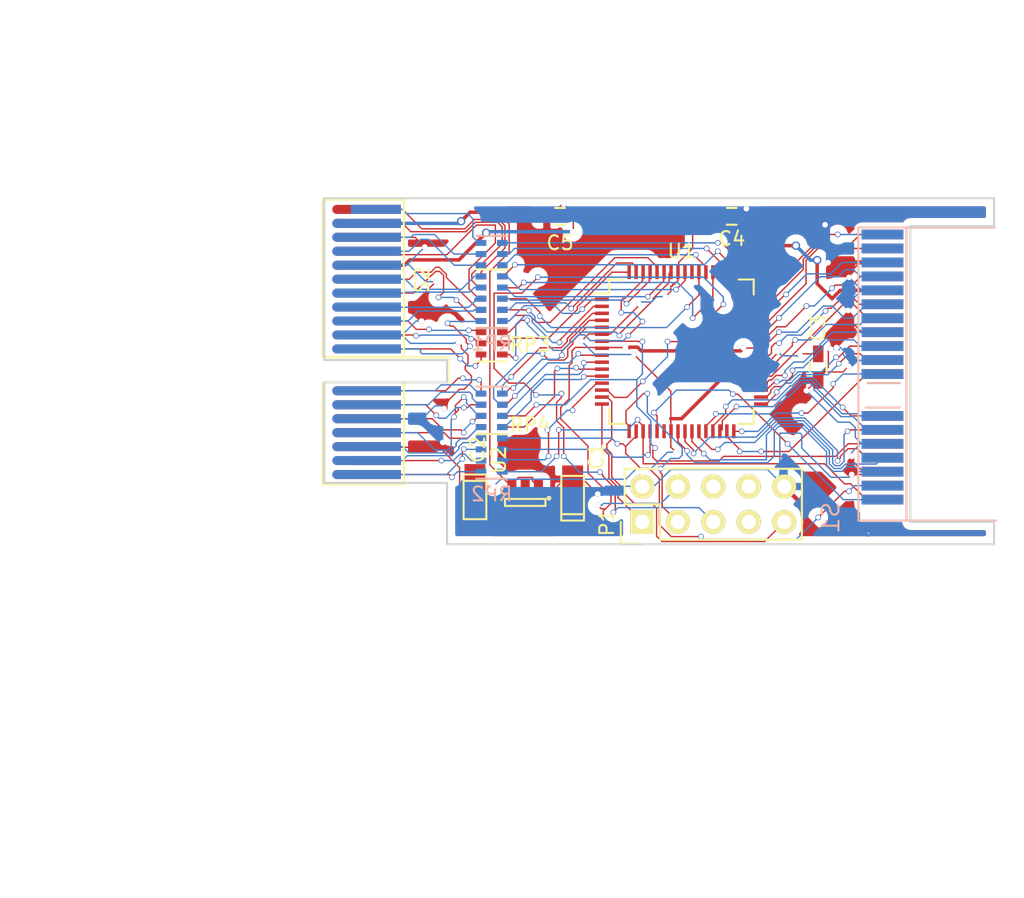
<source format=kicad_pcb>
(kicad_pcb (version 4) (host pcbnew 4.0.4-stable)
  (title_block (title "xmos cpld slice") (date 2016-09-10) (rev 1) (company "MYND-ideal ltd") (comment 1 "Reconfigurable slice for xmos devboard collection"))
  (layers (0 F.Cu mixed) (31 B.Cu power) (34 B.Paste user) (35 F.Paste user) (36 B.SilkS user) (37 F.SilkS user) (38 B.Mask user) (39 F.Mask user) (44 Edge.Cuts user))
  (net 0 "")
  (net 1 GND)
  (net 2 +3V3)
  (net 3 +1V8)
  (net 4 /F1TCK)
  (net 5 /F1TDO)
  (net 6 /F1TMS)
  (net 7 /F1TDI)
  (net 8 /AB1)
  (net 9 /AB2)
  (net 10 /AB4)
  (net 11 /AB6)
  (net 12 /AB7)
  (net 13 /AB9)
  (net 14 /AB10)
  (net 15 /AB11)
  (net 16 /ACLK)
  (net 17 /AB15)
  (net 18 /AB17)
  (net 19 /AB18)
  (net 20 /AB12)
  (net 21 /AB13)
  (net 22 /AA1)
  (net 23 +5V)
  (net 24 /AA3)
  (net 25 /AA4)
  (net 26 /AA6)
  (net 27 /AA7)
  (net 28 /AA8)
  (net 29 /AA9)
  (net 30 /AA11)
  (net 31 /AA15)
  (net 32 /AA16)
  (net 33 /~ARST)
  (net 34 /AA18)
  (net 35 /AA12)
  (net 36 /AA13)
  (net 37 /BB1)
  (net 38 /BB2)
  (net 39 /BB4)
  (net 40 /BB6)
  (net 41 /BB7)
  (net 42 /BB9)
  (net 43 /BB10)
  (net 44 /BB11)
  (net 45 /BB15)
  (net 46 /BB17)
  (net 47 /BB12)
  (net 48 /BB13)
  (net 49 /BA1)
  (net 50 /BA3)
  (net 51 /BA4)
  (net 52 /BA6)
  (net 53 /BA7)
  (net 54 /BA8)
  (net 55 /BA9)
  (net 56 /BA11)
  (net 57 /BA15)
  (net 58 /BA16)
  (net 59 /BA18)
  (net 60 /BA12)
  (net 61 /BA13)
  (net 62 "Net-(RP1-Pad13)")
  (net 63 "Net-(RP1-Pad12)")
  (net 64 "Net-(RP1-Pad11)")
  (net 65 "Net-(RP1-Pad14)")
  (net 66 "Net-(RP1-Pad15)")
  (net 67 "Net-(RP1-Pad16)")
  (net 68 "Net-(RP1-Pad9)")
  (net 69 "Net-(RP1-Pad10)")
  (net 70 "Net-(RP2-Pad13)")
  (net 71 "Net-(RP2-Pad12)")
  (net 72 "Net-(RP2-Pad11)")
  (net 73 "Net-(RP2-Pad14)")
  (net 74 "Net-(RP2-Pad15)")
  (net 75 "Net-(RP2-Pad16)")
  (net 76 "Net-(RP2-Pad9)")
  (net 77 "Net-(RP2-Pad10)")
  (net 78 "Net-(RP3-Pad4)")
  (net 79 "Net-(RP3-Pad5)")
  (net 80 "Net-(RP3-Pad3)")
  (net 81 "Net-(RP3-Pad6)")
  (net 82 "Net-(RP3-Pad7)")
  (net 83 "Net-(RP3-Pad8)")
  (net 84 "Net-(RP3-Pad1)")
  (net 85 "Net-(RP3-Pad2)")
  (net 86 "Net-(RP4-Pad2)")
  (net 87 "Net-(RP4-Pad3)")
  (net 88 "Net-(RP4-Pad1)")
  (net 89 "Net-(RP4-Pad4)")
  (net 90 /BB18)
  (module m:PCIe_36 (layer B.Cu) (at 100 81.6 270)
    (fp_text reference S1 (at 1.3 3.7 270) (layer B.SilkS) (effects (font (size 1.2 1.2)) (justify mirror)))
    (fp_text value SlicePcbCon)
    (pad A1 smd rect (at -19 0 270) (size 0.7 3) (layers B.Cu B.Paste B.Mask) (net 49 /BA1))
    (pad A2 smd rect (at -18 0 270) (size 0.7 3) (layers B.Cu B.Paste B.Mask) (net 23 +5V))
    (pad A3 smd rect (at -17 0 270) (size 0.7 3) (layers B.Cu B.Paste B.Mask) (net 50 /BA3))
    (pad A4 smd rect (at -16 0 270) (size 0.7 3) (layers B.Cu B.Paste B.Mask) (net 51 /BA4))
    (pad A5 smd rect (at -15 0 270) (size 0.7 3) (layers B.Cu B.Paste B.Mask) (net 1 GND))
    (pad A6 smd rect (at -14 0 270) (size 0.7 3) (layers B.Cu B.Paste B.Mask) (net 52 /BA6))
    (pad A7 smd rect (at -13 0 270) (size 0.7 3) (layers B.Cu B.Paste B.Mask) (net 53 /BA7))
    (pad A8 smd rect (at -12 0 270) (size 0.7 3) (layers B.Cu B.Paste B.Mask) (net 54 /BA8))
    (pad A9 smd rect (at -11 0 270) (size 0.7 3) (layers B.Cu B.Paste B.Mask) (net 55 /BA9))
    (pad A10 smd rect (at -10 0 270) (size 0.7 3) (layers B.Cu B.Paste B.Mask) (net 1 GND))
    (pad A11 smd rect (at -9 0 270) (size 0.7 3) (layers B.Cu B.Paste B.Mask) (net 56 /BA11))
    (pad A12 smd rect (at -6 0 270) (size 0.7 3) (layers B.Cu B.Paste B.Mask) (net 60 /BA12))
    (pad A13 smd rect (at -5 0 270) (size 0.7 3) (layers B.Cu B.Paste B.Mask) (net 61 /BA13))
    (pad A14 smd rect (at -4 0 270) (size 0.7 3) (layers B.Cu B.Paste B.Mask) (net 1 GND))
    (pad A15 smd rect (at -3 0 270) (size 0.7 3) (layers B.Cu B.Paste B.Mask) (net 57 /BA15))
    (pad A16 smd rect (at -2 0 270) (size 0.7 3) (layers B.Cu B.Paste B.Mask) (net 58 /BA16))
    (pad A17 smd rect (at -1 0 270) (size 0.7 3) (layers B.Cu B.Paste B.Mask) (net 33 /~ARST))
    (pad A18 smd rect (at 0 0 270) (size 0.7 3) (layers B.Cu B.Paste B.Mask) (net 59 /BA18))
    (pad B11 smd rect (at -9 0 270) (size 0.7 3) (layers F.Cu F.Paste F.Mask) (net 44 /BB11))
    (pad B10 smd rect (at -10 0 270) (size 0.7 3) (layers F.Cu F.Paste F.Mask) (net 43 /BB10))
    (pad B9 smd rect (at -11 0 270) (size 0.7 3) (layers F.Cu F.Paste F.Mask) (net 42 /BB9))
    (pad B8 smd rect (at -12 0 270) (size 0.7 3) (layers F.Cu F.Paste F.Mask) (net 1 GND))
    (pad B7 smd rect (at -13 0 270) (size 0.7 3) (layers F.Cu F.Paste F.Mask) (net 41 /BB7))
    (pad B6 smd rect (at -14 0 270) (size 0.7 3) (layers F.Cu F.Paste F.Mask) (net 40 /BB6))
    (pad B5 smd rect (at -15 0 270) (size 0.7 3) (layers F.Cu F.Paste F.Mask) (net 2 +3V3))
    (pad B4 smd rect (at -16 0 270) (size 0.7 3) (layers F.Cu F.Paste F.Mask) (net 39 /BB4))
    (pad B3 smd rect (at -17 0 270) (size 0.7 3) (layers F.Cu F.Paste F.Mask) (net 1 GND))
    (pad B2 smd rect (at -18 0 270) (size 0.7 3) (layers F.Cu F.Paste F.Mask) (net 38 /BB2))
    (pad B1 smd rect (at -19 0 270) (size 0.7 3) (layers F.Cu F.Paste F.Mask) (net 37 /BB1))
    (pad B12 smd rect (at -6 0 270) (size 0.7 3) (layers F.Cu F.Paste F.Mask) (net 47 /BB12))
    (pad B13 smd rect (at -5 0 270) (size 0.7 3) (layers F.Cu F.Paste F.Mask) (net 48 /BB13))
    (pad B14 smd rect (at -4 0 270) (size 0.7 3) (layers F.Cu F.Paste F.Mask) (net 16 /ACLK))
    (pad B15 smd rect (at -3 0 270) (size 0.7 3) (layers F.Cu F.Paste F.Mask) (net 45 /BB15))
    (pad B16 smd rect (at -2 0 270) (size 0.7 3) (layers F.Cu F.Paste F.Mask) (net 1 GND))
    (pad B17 smd rect (at -1 0 270) (size 0.7 3) (layers F.Cu F.Paste F.Mask) (net 46 /BB17))
    (pad B18 smd rect (at 0 0 270) (size 0.7 3) (layers F.Cu F.Paste F.Mask) (net 90 /BB18))
  )
  (module Connect:PCI-EXPRESS (layer F.Cu) (at 63.2 70.30116 270)
    (fp_text reference S2 (at -4.445 -3.81 270) (layer F.SilkS))
    (fp_text value SlicePcbCon)
    (pad "" connect circle (at 9.4996 2.30124 270) (size 0.65024 0.65024) (layers F.Cu F.Mask))
    (pad B1 connect rect (at -9.4996 0 270) (size 0.65024 4.59994) (layers F.Cu F.Mask) (net 84 "Net-(RP3-Pad1)"))
    (pad B2 connect rect (at -8.49884 0 270) (size 0.65024 4.59994) (layers F.Cu F.Mask) (net 85 "Net-(RP3-Pad2)"))
    (pad B3 connect rect (at -7.50062 0 270) (size 0.65024 4.59994) (layers F.Cu F.Mask) (net 1 GND))
    (pad B4 connect rect (at -6.49986 0 270) (size 0.65024 4.59994) (layers F.Cu F.Mask) (net 80 "Net-(RP3-Pad3)"))
    (pad B5 connect rect (at -5.4991 0 270) (size 0.65024 4.59994) (layers F.Cu F.Mask) (net 2 +3V3))
    (pad B6 connect rect (at -4.50088 0 270) (size 0.65024 4.59994) (layers F.Cu F.Mask) (net 78 "Net-(RP3-Pad4)"))
    (pad B7 connect rect (at -3.50012 0 270) (size 0.65024 4.59994) (layers F.Cu F.Mask) (net 79 "Net-(RP3-Pad5)"))
    (pad B8 connect rect (at -2.49936 0 270) (size 0.65024 4.59994) (layers F.Cu F.Mask) (net 1 GND))
    (pad B9 connect rect (at -1.50114 0 270) (size 0.65024 4.59994) (layers F.Cu F.Mask) (net 81 "Net-(RP3-Pad6)"))
    (pad B10 connect rect (at -0.50038 0 270) (size 0.65024 4.59994) (layers F.Cu F.Mask) (net 82 "Net-(RP3-Pad7)"))
    (pad B11 connect rect (at 0.50038 0 270) (size 0.65024 4.59994) (layers F.Cu F.Mask) (net 83 "Net-(RP3-Pad8)"))
    (pad B14 connect rect (at 5.4991 0 270) (size 0.65024 4.59994) (layers F.Cu F.Mask) (net 87 "Net-(RP4-Pad3)"))
    (pad B15 connect rect (at 6.49986 0 270) (size 0.65024 4.59994) (layers F.Cu F.Mask) (net 89 "Net-(RP4-Pad4)"))
    (pad B16 connect rect (at 7.50062 0 270) (size 0.65024 4.59994) (layers F.Cu F.Mask) (net 1 GND))
    (pad B17 connect rect (at 8.49884 -0.50038 270) (size 0.65024 3.59918) (layers F.Cu F.Mask) (net 77 "Net-(RP2-Pad10)"))
    (pad B18 connect rect (at 9.4996 0 270) (size 0.65024 4.59994) (layers F.Cu F.Mask) (net 76 "Net-(RP2-Pad9)"))
    (pad B12 connect rect (at 3.50012 0 270) (size 0.65024 4.59994) (layers F.Cu F.Mask) (net 88 "Net-(RP4-Pad1)"))
    (pad B13 connect rect (at 4.50088 0 270) (size 0.65024 4.59994) (layers F.Cu F.Mask) (net 86 "Net-(RP4-Pad2)"))
    (pad A1 connect rect (at -9.4996 -0.50038 270) (size 0.65024 3.59918) (layers B.Cu B.Mask) (net 67 "Net-(RP1-Pad16)"))
    (pad A2 connect rect (at -8.49884 0 270) (size 0.65024 4.59994) (layers B.Cu B.Mask) (net 23 +5V))
    (pad A3 connect rect (at -7.50062 0 270) (size 0.65024 4.59994) (layers B.Cu B.Mask) (net 66 "Net-(RP1-Pad15)"))
    (pad A4 connect rect (at -6.49986 0 270) (size 0.65024 4.59994) (layers B.Cu B.Mask) (net 65 "Net-(RP1-Pad14)"))
    (pad A5 connect rect (at -5.4991 0 270) (size 0.65024 4.59994) (layers B.Cu B.Mask) (net 1 GND))
    (pad A6 connect rect (at -4.50088 0 270) (size 0.65024 4.59994) (layers B.Cu B.Mask) (net 62 "Net-(RP1-Pad13)"))
    (pad A7 connect rect (at -3.50012 0 270) (size 0.65024 4.59994) (layers B.Cu B.Mask) (net 63 "Net-(RP1-Pad12)"))
    (pad A8 connect rect (at -2.49936 0 270) (size 0.65024 4.59994) (layers B.Cu B.Mask) (net 64 "Net-(RP1-Pad11)"))
    (pad A9 connect rect (at -1.50114 0 270) (size 0.65024 4.59994) (layers B.Cu B.Mask) (net 69 "Net-(RP1-Pad10)"))
    (pad A10 connect rect (at -0.50038 0 270) (size 0.65024 4.59994) (layers B.Cu B.Mask) (net 1 GND))
    (pad A11 connect rect (at 0.50038 0 270) (size 0.65024 4.59994) (layers B.Cu B.Mask) (net 68 "Net-(RP1-Pad9)"))
    (pad A14 connect rect (at 5.4991 0 270) (size 0.65024 4.59994) (layers B.Cu B.Mask) (net 1 GND))
    (pad A15 connect rect (at 6.49986 0 270) (size 0.65024 4.59994) (layers B.Cu B.Mask) (net 73 "Net-(RP2-Pad14)"))
    (pad A16 connect rect (at 7.50062 0 270) (size 0.65024 4.59994) (layers B.Cu B.Mask) (net 70 "Net-(RP2-Pad13)"))
    (pad A17 connect rect (at 8.49884 0 270) (size 0.65024 4.59994) (layers B.Cu B.Mask) (net 71 "Net-(RP2-Pad12)"))
    (pad A18 connect rect (at 9.4996 0 270) (size 0.65024 4.59994) (layers B.Cu B.Mask) (net 72 "Net-(RP2-Pad11)"))
    (pad A12 connect rect (at 3.50012 0 270) (size 0.65024 4.59994) (layers B.Cu B.Mask) (net 75 "Net-(RP2-Pad16)"))
    (pad A13 connect rect (at 4.50088 0 270) (size 0.65024 4.59994) (layers B.Cu B.Mask) (net 74 "Net-(RP2-Pad15)"))
    (pad "" connect circle (at -7.50062 2.30124 270) (size 0.65024 0.65024) (layers F.Cu F.Mask))
    (pad "" connect circle (at -6.49986 2.30124 270) (size 0.65024 0.65024) (layers F.Cu F.Mask))
    (pad "" connect circle (at -5.4991 2.30124 270) (size 0.65024 0.65024) (layers F.Cu F.Mask))
    (pad "" connect circle (at -4.50088 2.30124 270) (size 0.65024 0.65024) (layers F.Cu F.Mask))
    (pad "" connect circle (at -3.50012 2.30124 270) (size 0.65024 0.65024) (layers F.Cu F.Mask))
    (pad "" connect circle (at -2.49936 2.30124 270) (size 0.65024 0.65024) (layers F.Cu F.Mask))
    (pad "" connect circle (at -1.50114 2.30124 270) (size 0.65024 0.65024) (layers F.Cu F.Mask))
    (pad "" connect circle (at -0.50038 2.30124 270) (size 0.65024 0.65024) (layers F.Cu F.Mask))
    (pad "" connect circle (at 0.50038 2.30124 270) (size 0.65024 0.65024) (layers F.Cu F.Mask))
    (pad "" connect circle (at -9.4996 2.30124 270) (size 0.65024 0.65024) (layers F.Cu F.Mask))
    (pad "" connect circle (at 3.50012 2.30124 270) (size 0.65024 0.65024) (layers F.Cu F.Mask))
    (pad "" connect circle (at 4.50088 2.30124 270) (size 0.65024 0.65024) (layers F.Cu F.Mask))
    (pad "" connect circle (at 5.4991 2.30124 270) (size 0.65024 0.65024) (layers F.Cu F.Mask))
    (pad "" connect circle (at 6.49986 2.30124 270) (size 0.65024 0.65024) (layers F.Cu F.Mask))
    (pad "" connect circle (at 7.50062 2.30124 270) (size 0.65024 0.65024) (layers F.Cu F.Mask))
    (pad "" connect circle (at -8.49884 2.30124 270) (size 0.65024 0.65024) (layers F.Cu F.Mask))
    (pad "" connect oval (at -6.49986 2.30124) (size 0.65024 0.65024) (layers B.Cu B.Mask))
    (pad "" connect oval (at -5.4991 2.30124) (size 0.65024 0.65024) (layers B.Cu B.Mask))
    (pad "" connect oval (at -4.50088 2.30124) (size 0.65024 0.65024) (layers B.Cu B.Mask))
    (pad "" connect oval (at -3.50012 2.30124) (size 0.65024 0.65024) (layers B.Cu B.Mask))
    (pad "" connect oval (at -2.49936 2.30124) (size 0.65024 0.65024) (layers B.Cu B.Mask))
    (pad "" connect oval (at -1.50114 2.30124) (size 0.65024 0.65024) (layers B.Cu B.Mask))
    (pad "" connect oval (at -0.50038 2.30124) (size 0.65024 0.65024) (layers B.Cu B.Mask))
    (pad "" connect oval (at 5.4991 2.30124) (size 0.65024 0.65024) (layers B.Cu B.Mask))
    (pad "" connect oval (at 6.49986 2.30124) (size 0.65024 0.65024) (layers B.Cu B.Mask))
    (pad "" connect oval (at -7.50062 2.30124) (size 0.65024 0.65024) (layers B.Cu B.Mask))
    (pad "" connect oval (at 4.50088 2.30124) (size 0.65024 0.65024) (layers B.Cu B.Mask))
    (pad "" connect oval (at 7.50062 2.30124) (size 0.65024 0.65024) (layers B.Cu B.Mask))
    (pad "" connect oval (at 0.50038 2.30124) (size 0.65024 0.65024) (layers B.Cu B.Mask))
    (pad "" connect oval (at 3.50012 2.30124) (size 0.65024 0.65024) (layers B.Cu B.Mask))
    (pad "" connect oval (at 8.49884 2.30124) (size 0.65024 0.65024) (layers B.Cu B.Mask))
    (pad "" connect oval (at 9.4996 2.30124) (size 0.65024 0.65024) (layers B.Cu B.Mask))
    (pad "" connect oval (at -8.49884 2.30124) (size 0.65024 0.65024) (layers B.Cu B.Mask))
  )
  (module Housings_QFP:LQFP-64_10x10mm_Pitch0.5mm (layer F.Cu) (at 85.6 71)
    (fp_text reference U1 (at 0 -7.2) (layer F.SilkS))
    (fp_text value 5M40ZE64)
    (pad 1 smd rect (at -5.7 -3.75) (size 1 0.25) (layers F.Cu F.Paste F.Mask) (net 30 /AA11))
    (pad 2 smd rect (at -5.7 -3.25) (size 1 0.25) (layers F.Cu F.Paste F.Mask) (net 15 /AB11))
    (pad 3 smd rect (at -5.7 -2.75) (size 1 0.25) (layers F.Cu F.Paste F.Mask) (net 35 /AA12))
    (pad 4 smd rect (at -5.7 -2.25) (size 1 0.25) (layers F.Cu F.Paste F.Mask) (net 20 /AB12))
    (pad 5 smd rect (at -5.7 -1.75) (size 1 0.25) (layers F.Cu F.Paste F.Mask) (net 36 /AA13))
    (pad 6 smd rect (at -5.7 -1.25) (size 1 0.25) (layers F.Cu F.Paste F.Mask) (net 2 +3V3))
    (pad 7 smd rect (at -5.7 -0.75) (size 1 0.25) (layers F.Cu F.Paste F.Mask) (net 16 /ACLK))
    (pad 8 smd rect (at -5.7 -0.25) (size 1 0.25) (layers F.Cu F.Paste F.Mask) (net 3 +1V8))
    (pad 9 smd rect (at -5.7 0.25) (size 1 0.25) (layers F.Cu F.Paste F.Mask) (net 21 /AB13))
    (pad 10 smd rect (at -5.7 0.75) (size 1 0.25) (layers F.Cu F.Paste F.Mask) (net 31 /AA15))
    (pad 11 smd rect (at -5.7 1.25) (size 1 0.25) (layers F.Cu F.Paste F.Mask) (net 17 /AB15))
    (pad 12 smd rect (at -5.7 1.75) (size 1 0.25) (layers F.Cu F.Paste F.Mask) (net 32 /AA16))
    (pad 13 smd rect (at -5.7 2.25) (size 1 0.25) (layers F.Cu F.Paste F.Mask) (net 18 /AB17))
    (pad 14 smd rect (at -5.7 2.75) (size 1 0.25) (layers F.Cu F.Paste F.Mask) (net 6 /F1TMS))
    (pad 15 smd rect (at -5.7 3.25) (size 1 0.25) (layers F.Cu F.Paste F.Mask) (net 7 /F1TDI))
    (pad 16 smd rect (at -5.7 3.75) (size 1 0.25) (layers F.Cu F.Paste F.Mask) (net 4 /F1TCK))
    (pad 17 smd rect (at -3.75 5.7 90) (size 1 0.25) (layers F.Cu F.Paste F.Mask) (net 5 /F1TDO))
    (pad 18 smd rect (at -3.25 5.7 90) (size 1 0.25) (layers F.Cu F.Paste F.Mask) (net 33 /~ARST))
    (pad 19 smd rect (at -2.75 5.7 90) (size 1 0.25) (layers F.Cu F.Paste F.Mask) (net 19 /AB18))
    (pad 20 smd rect (at -2.25 5.7 90) (size 1 0.25) (layers F.Cu F.Paste F.Mask) (net 90 /BB18))
    (pad 21 smd rect (at -1.75 5.7 90) (size 1 0.25) (layers F.Cu F.Paste F.Mask) (net 59 /BA18))
    (pad 22 smd rect (at -1.25 5.7 90) (size 1 0.25) (layers F.Cu F.Paste F.Mask) (net 46 /BB17))
    (pad 23 smd rect (at -0.75 5.7 90) (size 1 0.25) (layers F.Cu F.Paste F.Mask) (net 2 +3V3))
    (pad 24 smd rect (at -0.25 5.7 90) (size 1 0.25) (layers F.Cu F.Paste F.Mask) (net 58 /BA16))
    (pad 25 smd rect (at 0.25 5.7 90) (size 1 0.25) (layers F.Cu F.Paste F.Mask) (net 45 /BB15))
    (pad 26 smd rect (at 0.75 5.7 90) (size 1 0.25) (layers F.Cu F.Paste F.Mask) (net 57 /BA15))
    (pad 27 smd rect (at 1.25 5.7 90) (size 1 0.25) (layers F.Cu F.Paste F.Mask) (net 48 /BB13))
    (pad 28 smd rect (at 1.75 5.7 90) (size 1 0.25) (layers F.Cu F.Paste F.Mask) (net 61 /BA13))
    (pad 29 smd rect (at 2.25 5.7 90) (size 1 0.25) (layers F.Cu F.Paste F.Mask) (net 47 /BB12))
    (pad 30 smd rect (at 2.75 5.7 90) (size 1 0.25) (layers F.Cu F.Paste F.Mask) (net 60 /BA12))
    (pad 31 smd rect (at 3.25 5.7 90) (size 1 0.25) (layers F.Cu F.Paste F.Mask) (net 44 /BB11))
    (pad 32 smd rect (at 3.75 5.7 90) (size 1 0.25) (layers F.Cu F.Paste F.Mask) (net 56 /BA11))
    (pad 33 smd rect (at 5.7 3.75) (size 1 0.25) (layers F.Cu F.Paste F.Mask) (net 43 /BB10))
    (pad 34 smd rect (at 5.7 3.25) (size 1 0.25) (layers F.Cu F.Paste F.Mask) (net 55 /BA9))
    (pad 35 smd rect (at 5.7 2.75) (size 1 0.25) (layers F.Cu F.Paste F.Mask) (net 42 /BB9))
    (pad 36 smd rect (at 5.7 2.25) (size 1 0.25) (layers F.Cu F.Paste F.Mask) (net 54 /BA8))
    (pad 37 smd rect (at 5.7 1.75) (size 1 0.25) (layers F.Cu F.Paste F.Mask) (net 41 /BB7))
    (pad 38 smd rect (at 5.7 1.25) (size 1 0.25) (layers F.Cu F.Paste F.Mask) (net 53 /BA7))
    (pad 39 smd rect (at 5.7 0.75) (size 1 0.25) (layers F.Cu F.Paste F.Mask) (net 2 +3V3))
    (pad 40 smd rect (at 5.7 0.25) (size 1 0.25) (layers F.Cu F.Paste F.Mask) (net 40 /BB6))
    (pad 41 smd rect (at 5.7 -0.25) (size 1 0.25) (layers F.Cu F.Paste F.Mask) (net 3 +1V8))
    (pad 42 smd rect (at 5.7 -0.75) (size 1 0.25) (layers F.Cu F.Paste F.Mask) (net 52 /BA6))
    (pad 43 smd rect (at 5.7 -1.25) (size 1 0.25) (layers F.Cu F.Paste F.Mask) (net 39 /BB4))
    (pad 44 smd rect (at 5.7 -1.75) (size 1 0.25) (layers F.Cu F.Paste F.Mask) (net 51 /BA4))
    (pad 45 smd rect (at 5.7 -2.25) (size 1 0.25) (layers F.Cu F.Paste F.Mask) (net 38 /BB2))
    (pad 46 smd rect (at 5.7 -2.75) (size 1 0.25) (layers F.Cu F.Paste F.Mask) (net 50 /BA3))
    (pad 47 smd rect (at 5.7 -3.25) (size 1 0.25) (layers F.Cu F.Paste F.Mask) (net 37 /BB1))
    (pad 48 smd rect (at 5.7 -3.75) (size 1 0.25) (layers F.Cu F.Paste F.Mask) (net 49 /BA1))
    (pad 49 smd rect (at 3.75 -5.7 90) (size 1 0.25) (layers F.Cu F.Paste F.Mask) (net 22 /AA1))
    (pad 50 smd rect (at 3.25 -5.7 90) (size 1 0.25) (layers F.Cu F.Paste F.Mask) (net 8 /AB1))
    (pad 51 smd rect (at 2.75 -5.7 90) (size 1 0.25) (layers F.Cu F.Paste F.Mask) (net 24 /AA3))
    (pad 52 smd rect (at 2.25 -5.7 90) (size 1 0.25) (layers F.Cu F.Paste F.Mask) (net 9 /AB2))
    (pad 53 smd rect (at 1.75 -5.7 90) (size 1 0.25) (layers F.Cu F.Paste F.Mask) (net 25 /AA4))
    (pad 54 smd rect (at 1.25 -5.7 90) (size 1 0.25) (layers F.Cu F.Paste F.Mask) (net 10 /AB4))
    (pad 55 smd rect (at 0.75 -5.7 90) (size 1 0.25) (layers F.Cu F.Paste F.Mask) (net 34 /AA18))
    (pad 56 smd rect (at 0.25 -5.7 90) (size 1 0.25) (layers F.Cu F.Paste F.Mask) (net 26 /AA6))
    (pad 57 smd rect (at -0.25 -5.7 90) (size 1 0.25) (layers F.Cu F.Paste F.Mask) (net 2 +3V3))
    (pad 58 smd rect (at -0.75 -5.7 90) (size 1 0.25) (layers F.Cu F.Paste F.Mask) (net 11 /AB6))
    (pad 59 smd rect (at -1.25 -5.7 90) (size 1 0.25) (layers F.Cu F.Paste F.Mask) (net 27 /AA7))
    (pad 60 smd rect (at -1.75 -5.7 90) (size 1 0.25) (layers F.Cu F.Paste F.Mask) (net 12 /AB7))
    (pad 61 smd rect (at -2.25 -5.7 90) (size 1 0.25) (layers F.Cu F.Paste F.Mask) (net 28 /AA8))
    (pad 62 smd rect (at -2.75 -5.7 90) (size 1 0.25) (layers F.Cu F.Paste F.Mask) (net 13 /AB9))
    (pad 63 smd rect (at -3.25 -5.7 90) (size 1 0.25) (layers F.Cu F.Paste F.Mask) (net 29 /AA9))
    (pad 64 smd rect (at -3.75 -5.7 90) (size 1 0.25) (layers F.Cu F.Paste F.Mask) (net 14 /AB10))
  )
  (module TO_SOT_Packages_SMD:SOT-23-5 (layer F.Cu) (at 74.4 81.8 270)
    (fp_text reference U2 (at -3.05 1.9 270) (layer F.SilkS))
    (fp_text value NCP699SN18)
    (pad 1 smd rect (at -1.1 -0.95 270) (size 1.06 0.65) (layers F.Cu F.Paste F.Mask) (net 23 +5V))
    (pad 2 smd rect (at -1.1 0 270) (size 1.06 0.65) (layers F.Cu F.Paste F.Mask) (net 1 GND))
    (pad 3 smd rect (at -1.1 0.95 270) (size 1.06 0.65) (layers F.Cu F.Paste F.Mask) (net 23 +5V))
    (pad 4 smd rect (at 1.1 0.95 270) (size 1.06 0.65) (layers F.Cu F.Paste F.Mask))
    (pad 5 smd rect (at 1.1 -0.95 270) (size 1.06 0.65) (layers F.Cu F.Paste F.Mask) (net 3 +1V8))
  )
  (module Pin_Headers:Pin_Header_Straight_2x05 (layer F.Cu) (at 82.8 83.2 90)
    (fp_text reference P1 (at -0.05 -2.55 90) (layer F.SilkS))
    (fp_text value CONN_02X05)
    (pad 1 thru_hole rect (at 0 0 90) (size 1.7272 1.7272) (drill 1.016) (layers *.Cu *.Mask F.SilkS) (net 4 /F1TCK))
    (pad 2 thru_hole oval (at 2.54 0 90) (size 1.7272 1.7272) (drill 1.016) (layers *.Cu *.Mask F.SilkS) (net 1 GND))
    (pad 3 thru_hole oval (at 0 2.54 90) (size 1.7272 1.7272) (drill 1.016) (layers *.Cu *.Mask F.SilkS) (net 5 /F1TDO))
    (pad 4 thru_hole oval (at 2.54 2.54 90) (size 1.7272 1.7272) (drill 1.016) (layers *.Cu *.Mask F.SilkS) (net 3 +1V8))
    (pad 5 thru_hole oval (at 0 5.08 90) (size 1.7272 1.7272) (drill 1.016) (layers *.Cu *.Mask F.SilkS) (net 6 /F1TMS))
    (pad 6 thru_hole oval (at 2.54 5.08 90) (size 1.7272 1.7272) (drill 1.016) (layers *.Cu *.Mask F.SilkS))
    (pad 7 thru_hole oval (at 0 7.62 90) (size 1.7272 1.7272) (drill 1.016) (layers *.Cu *.Mask F.SilkS))
    (pad 8 thru_hole oval (at 2.54 7.62 90) (size 1.7272 1.7272) (drill 1.016) (layers *.Cu *.Mask F.SilkS))
    (pad 9 thru_hole oval (at 0 10.16 90) (size 1.7272 1.7272) (drill 1.016) (layers *.Cu *.Mask F.SilkS) (net 7 /F1TDI))
    (pad 10 thru_hole oval (at 2.54 10.16 90) (size 1.7272 1.7272) (drill 1.016) (layers *.Cu *.Mask F.SilkS) (net 1 GND))
  )
  (module Capacitors_Tantalum_SMD:TantalC_SizeS_EIA-3216 (layer F.Cu) (at 77.8 81.5 270)
    (fp_text reference C1 (at -3 -1.7 270) (layer F.SilkS))
    (fp_text value 2u2)
    (pad 1 smd rect (at 1.37414 0 270) (size 1.95072 1.50114) (layers F.Cu F.Paste F.Mask) (net 3 +1V8))
    (pad 2 smd rect (at -1.37414 0 270) (size 1.95072 1.50114) (layers F.Cu F.Paste F.Mask) (net 1 GND))
  )
  (module Capacitors_Tantalum_SMD:TantalC_SizeS_EIA-3216 (layer F.Cu) (at 70.8 81.4 90)
    (fp_text reference C2 (at 3.4 0.2 90) (layer F.SilkS))
    (fp_text value 2u2)
    (pad 1 smd rect (at 1.37414 0 90) (size 1.95072 1.50114) (layers F.Cu F.Paste F.Mask) (net 2 +3V3))
    (pad 2 smd rect (at -1.37414 0 90) (size 1.95072 1.50114) (layers F.Cu F.Paste F.Mask) (net 1 GND))
  )
  (module Resistors_SMD:R_Cat16-8 (layer B.Cu) (at 72 66)
    (fp_text reference RP1 (at 0 4.4) (layer B.SilkS) (effects (justify mirror)))
    (fp_text value 33R)
    (pad 4 smd rect (at 0.762 -0.39878) (size 0.762 0.4318) (layers B.Cu B.Paste B.Mask) (net 26 /AA6))
    (pad 13 smd rect (at -0.762 -0.39878) (size 0.762 0.4318) (layers B.Cu B.Paste B.Mask) (net 62 "Net-(RP1-Pad13)"))
    (pad 5 smd rect (at 0.762 0.39878) (size 0.762 0.4318) (layers B.Cu B.Paste B.Mask) (net 27 /AA7))
    (pad 12 smd rect (at -0.762 0.39878) (size 0.762 0.4318) (layers B.Cu B.Paste B.Mask) (net 63 "Net-(RP1-Pad12)"))
    (pad 3 smd rect (at 0.762 -1.19888) (size 0.762 0.4318) (layers B.Cu B.Paste B.Mask) (net 25 /AA4))
    (pad 6 smd rect (at 0.762 1.19888) (size 0.762 0.4318) (layers B.Cu B.Paste B.Mask) (net 28 /AA8))
    (pad 11 smd rect (at -0.762 1.19888) (size 0.762 0.4318) (layers B.Cu B.Paste B.Mask) (net 64 "Net-(RP1-Pad11)"))
    (pad 14 smd rect (at -0.762 -1.19888) (size 0.762 0.4318) (layers B.Cu B.Paste B.Mask) (net 65 "Net-(RP1-Pad14)"))
    (pad 7 smd rect (at 0.762 1.99898) (size 0.762 0.4318) (layers B.Cu B.Paste B.Mask) (net 29 /AA9))
    (pad 8 smd rect (at 0.762 2.79908) (size 0.762 0.4318) (layers B.Cu B.Paste B.Mask) (net 30 /AA11))
    (pad 1 smd rect (at 0.762 -2.79908) (size 0.762 0.4318) (layers B.Cu B.Paste B.Mask) (net 22 /AA1))
    (pad 2 smd rect (at 0.762 -1.99898) (size 0.762 0.4318) (layers B.Cu B.Paste B.Mask) (net 24 /AA3))
    (pad 15 smd rect (at -0.762 -1.99898) (size 0.762 0.4318) (layers B.Cu B.Paste B.Mask) (net 66 "Net-(RP1-Pad15)"))
    (pad 16 smd rect (at -0.762 -2.79908) (size 0.762 0.4318) (layers B.Cu B.Paste B.Mask) (net 67 "Net-(RP1-Pad16)"))
    (pad 9 smd rect (at -0.762 2.79908) (size 0.762 0.4318) (layers B.Cu B.Paste B.Mask) (net 68 "Net-(RP1-Pad9)"))
    (pad 10 smd rect (at -0.762 1.99898) (size 0.762 0.4318) (layers B.Cu B.Paste B.Mask) (net 69 "Net-(RP1-Pad10)"))
  )
  (module Resistors_SMD:R_Cat16-8 (layer B.Cu) (at 72 76.8)
    (fp_text reference RP2 (at 0 4.4) (layer B.SilkS) (effects (justify mirror)))
    (fp_text value 33R)
    (pad 4 smd rect (at 0.762 -0.39878) (size 0.762 0.4318) (layers B.Cu B.Paste B.Mask) (net 32 /AA16))
    (pad 13 smd rect (at -0.762 -0.39878) (size 0.762 0.4318) (layers B.Cu B.Paste B.Mask) (net 70 "Net-(RP2-Pad13)"))
    (pad 5 smd rect (at 0.762 0.39878) (size 0.762 0.4318) (layers B.Cu B.Paste B.Mask) (net 33 /~ARST))
    (pad 12 smd rect (at -0.762 0.39878) (size 0.762 0.4318) (layers B.Cu B.Paste B.Mask) (net 71 "Net-(RP2-Pad12)"))
    (pad 3 smd rect (at 0.762 -1.19888) (size 0.762 0.4318) (layers B.Cu B.Paste B.Mask) (net 31 /AA15))
    (pad 6 smd rect (at 0.762 1.19888) (size 0.762 0.4318) (layers B.Cu B.Paste B.Mask) (net 34 /AA18))
    (pad 11 smd rect (at -0.762 1.19888) (size 0.762 0.4318) (layers B.Cu B.Paste B.Mask) (net 72 "Net-(RP2-Pad11)"))
    (pad 14 smd rect (at -0.762 -1.19888) (size 0.762 0.4318) (layers B.Cu B.Paste B.Mask) (net 73 "Net-(RP2-Pad14)"))
    (pad 7 smd rect (at 0.762 1.99898) (size 0.762 0.4318) (layers B.Cu B.Paste B.Mask) (net 18 /AB17))
    (pad 8 smd rect (at 0.762 2.79908) (size 0.762 0.4318) (layers B.Cu B.Paste B.Mask) (net 19 /AB18))
    (pad 1 smd rect (at 0.762 -2.79908) (size 0.762 0.4318) (layers B.Cu B.Paste B.Mask) (net 35 /AA12))
    (pad 2 smd rect (at 0.762 -1.99898) (size 0.762 0.4318) (layers B.Cu B.Paste B.Mask) (net 36 /AA13))
    (pad 15 smd rect (at -0.762 -1.99898) (size 0.762 0.4318) (layers B.Cu B.Paste B.Mask) (net 74 "Net-(RP2-Pad15)"))
    (pad 16 smd rect (at -0.762 -2.79908) (size 0.762 0.4318) (layers B.Cu B.Paste B.Mask) (net 75 "Net-(RP2-Pad16)"))
    (pad 9 smd rect (at -0.762 2.79908) (size 0.762 0.4318) (layers B.Cu B.Paste B.Mask) (net 76 "Net-(RP2-Pad9)"))
    (pad 10 smd rect (at -0.762 1.99898) (size 0.762 0.4318) (layers B.Cu B.Paste B.Mask) (net 77 "Net-(RP2-Pad10)"))
  )
  (module Resistors_SMD:R_Cat16-8 (layer F.Cu) (at 72 68.4 180)
    (fp_text reference RP3 (at -2.75 -2.1 180) (layer F.SilkS))
    (fp_text value 33R)
    (pad 4 smd rect (at 0.762 0.39878 180) (size 0.762 0.4318) (layers F.Cu F.Paste F.Mask) (net 78 "Net-(RP3-Pad4)"))
    (pad 13 smd rect (at -0.762 0.39878 180) (size 0.762 0.4318) (layers F.Cu F.Paste F.Mask) (net 11 /AB6))
    (pad 5 smd rect (at 0.762 -0.39878 180) (size 0.762 0.4318) (layers F.Cu F.Paste F.Mask) (net 79 "Net-(RP3-Pad5)"))
    (pad 12 smd rect (at -0.762 -0.39878 180) (size 0.762 0.4318) (layers F.Cu F.Paste F.Mask) (net 12 /AB7))
    (pad 3 smd rect (at 0.762 1.19888 180) (size 0.762 0.4318) (layers F.Cu F.Paste F.Mask) (net 80 "Net-(RP3-Pad3)"))
    (pad 6 smd rect (at 0.762 -1.19888 180) (size 0.762 0.4318) (layers F.Cu F.Paste F.Mask) (net 81 "Net-(RP3-Pad6)"))
    (pad 11 smd rect (at -0.762 -1.19888 180) (size 0.762 0.4318) (layers F.Cu F.Paste F.Mask) (net 13 /AB9))
    (pad 14 smd rect (at -0.762 1.19888 180) (size 0.762 0.4318) (layers F.Cu F.Paste F.Mask) (net 10 /AB4))
    (pad 7 smd rect (at 0.762 -1.99898 180) (size 0.762 0.4318) (layers F.Cu F.Paste F.Mask) (net 82 "Net-(RP3-Pad7)"))
    (pad 8 smd rect (at 0.762 -2.79908 180) (size 0.762 0.4318) (layers F.Cu F.Paste F.Mask) (net 83 "Net-(RP3-Pad8)"))
    (pad 1 smd rect (at 0.762 2.79908 180) (size 0.762 0.4318) (layers F.Cu F.Paste F.Mask) (net 84 "Net-(RP3-Pad1)"))
    (pad 2 smd rect (at 0.762 1.99898 180) (size 0.762 0.4318) (layers F.Cu F.Paste F.Mask) (net 85 "Net-(RP3-Pad2)"))
    (pad 15 smd rect (at -0.762 1.99898 180) (size 0.762 0.4318) (layers F.Cu F.Paste F.Mask) (net 9 /AB2))
    (pad 16 smd rect (at -0.762 2.79908 180) (size 0.762 0.4318) (layers F.Cu F.Paste F.Mask) (net 8 /AB1))
    (pad 9 smd rect (at -0.762 -2.79908 180) (size 0.762 0.4318) (layers F.Cu F.Paste F.Mask) (net 15 /AB11))
    (pad 10 smd rect (at -0.762 -1.99898 180) (size 0.762 0.4318) (layers F.Cu F.Paste F.Mask) (net 14 /AB10))
  )
  (module Resistors_SMD:R_Cat16-4 (layer F.Cu) (at 72 75.2 180)
    (fp_text reference RP4 (at -2.75 -1.05 180) (layer F.SilkS))
    (fp_text value 33R)
    (pad 2 smd rect (at 0.762 0.39878 180) (size 0.762 0.4318) (layers F.Cu F.Paste F.Mask) (net 86 "Net-(RP4-Pad2)"))
    (pad 7 smd rect (at -0.762 0.39878 180) (size 0.762 0.4318) (layers F.Cu F.Paste F.Mask) (net 21 /AB13))
    (pad 3 smd rect (at 0.762 -0.39878 180) (size 0.762 0.4318) (layers F.Cu F.Paste F.Mask) (net 87 "Net-(RP4-Pad3)"))
    (pad 6 smd rect (at -0.762 -0.39878 180) (size 0.762 0.4318) (layers F.Cu F.Paste F.Mask) (net 16 /ACLK))
    (pad 1 smd rect (at 0.762 1.19888 180) (size 0.762 0.4318) (layers F.Cu F.Paste F.Mask) (net 88 "Net-(RP4-Pad1)"))
    (pad 4 smd rect (at 0.762 -1.19888 180) (size 0.762 0.4318) (layers F.Cu F.Paste F.Mask) (net 89 "Net-(RP4-Pad4)"))
    (pad 5 smd rect (at -0.762 -1.19888 180) (size 0.762 0.4318) (layers F.Cu F.Paste F.Mask) (net 17 /AB15))
    (pad 8 smd rect (at -0.762 1.19888 180) (size 0.762 0.4318) (layers F.Cu F.Paste F.Mask) (net 20 /AB12))
  )
  (module Capacitors_SMD:C_0603_HandSoldering (layer F.Cu) (at 95.4 72.1 270)
    (fp_text reference C3 (at -2.8 0 270) (layer F.SilkS))
    (fp_text value 100N)
    (pad 1 smd rect (at -0.95 0 270) (size 1.2 0.75) (layers F.Cu F.Paste F.Mask) (net 2 +3V3))
    (pad 2 smd rect (at 0.95 0 270) (size 1.2 0.75) (layers F.Cu F.Paste F.Mask) (net 1 GND))
  )
  (module Capacitors_SMD:C_0603_HandSoldering (layer F.Cu) (at 89.2 61.3)
    (fp_text reference C4 (at 0 1.6) (layer F.SilkS))
    (fp_text value 100N)
    (pad 1 smd rect (at -0.95 0) (size 1.2 0.75) (layers F.Cu F.Paste F.Mask) (net 2 +3V3))
    (pad 2 smd rect (at 0.95 0) (size 1.2 0.75) (layers F.Cu F.Paste F.Mask) (net 1 GND))
  )
  (module Capacitors_SMD:C_0603_HandSoldering (layer F.Cu) (at 76.9 61.3 180)
    (fp_text reference C5 (at 0 -1.9 180) (layer F.SilkS))
    (fp_text value 100N)
    (pad 1 smd rect (at -0.95 0 180) (size 1.2 0.75) (layers F.Cu F.Paste F.Mask) (net 2 +3V3))
    (pad 2 smd rect (at 0.95 0 180) (size 1.2 0.75) (layers F.Cu F.Paste F.Mask) (net 1 GND))
  )
  (module confjmpblock:Pillar (layer F.Cu) (at 99 84)
    (fp_text reference P16 hide)
    (fp_text value Pillar)
    (pad 1 thru_hole circle (at 0 0) (size 0.5 0.5) (drill 0.1) (layers *.Cu) (net 1 GND) (thermal_gap 0.01))
  )
  (gr_line (start 108 60) (end 108 62) (angle 90) (layer Edge.Cuts) (width 0.15))
  (gr_line (start 108 83.2) (end 108 84.8) (angle 90) (layer Edge.Cuts) (width 0.15))
  (gr_line (start 102 83.2) (end 108 83.2) (angle 90) (layer Edge.Cuts) (width 0.15))
  (gr_line (start 102 62) (end 102 83.2) (angle 90) (layer Edge.Cuts) (width 0.15))
  (gr_line (start 108 62) (end 102 62) (angle 90) (layer Edge.Cuts) (width 0.15))
  (gr_line (start 60 73.2) (end 60 80.4) (angle 90) (layer Edge.Cuts) (width 0.15))
  (gr_line (start 68.8 73.2) (end 60 73.2) (angle 90) (layer Edge.Cuts) (width 0.15))
  (gr_line (start 68.8 71.6) (end 68.8 73.2) (angle 90) (layer Edge.Cuts) (width 0.15))
  (gr_line (start 60 71.6) (end 68.8 71.6) (angle 90) (layer Edge.Cuts) (width 0.15))
  (gr_line (start 60 60) (end 60 71.6) (angle 90) (layer Edge.Cuts) (width 0.15))
  (gr_line (start 68.8 84.8) (end 108 84.8) (angle 90) (layer Edge.Cuts) (width 0.15))
  (gr_line (start 68.8 80.4) (end 68.8 84.8) (angle 90) (layer Edge.Cuts) (width 0.15))
  (gr_line (start 60 80.4) (end 68.8 80.4) (angle 90) (layer Edge.Cuts) (width 0.15))
  (gr_line (start 60 60) (end 108 60) (layer Edge.Cuts) (width 0.15))
  (segment (start 69.346805 70.360114) (end 69.629647 70.360114) (width 0.1) (layer B.Cu) (net 1))
  (segment (start 66.167229 70.401529) (end 69.30539 70.401529) (width 0.1) (layer B.Cu) (net 1))
  (segment (start 69.30539 70.401529) (end 69.346805 70.360114) (width 0.1) (layer B.Cu) (net 1))
  (segment (start 63.246 69.85) (end 65.6157 69.85) (width 0.1) (layer B.Cu) (net 1))
  (segment (start 65.6157 69.85) (end 66.167229 70.401529) (width 0.1) (layer B.Cu) (net 1))
  (segment (start 63.246 69.85) (end 65.535998 69.85) (width 0.1) (layer B.Cu) (net 1))
  (via (at 66.969715 68.800643) (size 0.4) (drill 0.4) (layers F.Cu B.Cu) (net 1))
  (segment (start 66.769716 68.600644) (end 66.969715 68.800643) (width 0.1) (layer F.Cu) (net 1))
  (segment (start 66.686873 68.800643) (end 66.969715 68.800643) (width 0.1) (layer B.Cu) (net 1))
  (segment (start 66.585355 68.800643) (end 66.686873 68.800643) (width 0.1) (layer B.Cu) (net 1))
  (segment (start 65.535998 69.85) (end 66.585355 68.800643) (width 0.1) (layer B.Cu) (net 1))
  (segment (start 65.987072 67.818) (end 66.769716 68.600644) (width 0.1) (layer F.Cu) (net 1))
  (segment (start 63.246 67.818) (end 65.987072 67.818) (width 0.1) (layer F.Cu) (net 1))
  (segment (start 63.246 64.77) (end 66.07 64.77) (width 0.1) (layer B.Cu) (net 1))
  (segment (start 67.277892 65.977892) (end 67.71715 65.977892) (width 0.1) (layer B.Cu) (net 1))
  (segment (start 66.07 64.77) (end 67.277892 65.977892) (width 0.1) (layer B.Cu) (net 1))
  (segment (start 67.71715 65.977892) (end 67.999992 65.977892) (width 0.1) (layer B.Cu) (net 1))
  (segment (start 66.159884 67.818) (end 67.799993 66.177891) (width 0.1) (layer F.Cu) (net 1))
  (segment (start 63.246 67.818) (end 66.159884 67.818) (width 0.1) (layer F.Cu) (net 1))
  (segment (start 67.799993 66.177891) (end 67.999992 65.977892) (width 0.1) (layer F.Cu) (net 1))
  (via (at 67.999992 65.977892) (size 0.4) (drill 0.4) (layers F.Cu B.Cu) (net 1))
  (via (at 67.2 63.494842) (size 0.4) (drill 0.4) (layers F.Cu B.Cu) (net 1))
  (segment (start 65.924842 64.77) (end 67.000001 63.694841) (width 0.1) (layer B.Cu) (net 1))
  (segment (start 67.000001 63.694841) (end 67.2 63.494842) (width 0.1) (layer B.Cu) (net 1))
  (segment (start 67.000001 63.294843) (end 67.2 63.494842) (width 0.1) (layer F.Cu) (net 1))
  (segment (start 63.246 64.77) (end 65.924842 64.77) (width 0.1) (layer B.Cu) (net 1))
  (segment (start 66.505698 62.80054) (end 67.000001 63.294843) (width 0.1) (layer F.Cu) (net 1))
  (segment (start 63.2 62.80054) (end 66.505698 62.80054) (width 0.1) (layer F.Cu) (net 1))
  (segment (start 94.273601 82.673601) (end 94.273601 81.973601) (width 0.3) (layer F.Cu) (net 1))
  (segment (start 93.823599 81.523599) (end 92.96 80.66) (width 0.3) (layer F.Cu) (net 1))
  (segment (start 99 84) (end 98.750001 83.750001) (width 0.3) (layer F.Cu) (net 1))
  (segment (start 94.273601 81.973601) (end 93.823599 81.523599) (width 0.3) (layer F.Cu) (net 1))
  (segment (start 98.750001 83.750001) (end 95.350001 83.750001) (width 0.3) (layer F.Cu) (net 1))
  (segment (start 95.350001 83.750001) (end 94.273601 82.673601) (width 0.3) (layer F.Cu) (net 1))
  (segment (start 77.373963 60.630799) (end 77.173964 60.4308) (width 0.1) (layer B.Cu) (net 1))
  (segment (start 77.493164 60.75) (end 77.373963 60.630799) (width 0.1) (layer B.Cu) (net 1))
  (segment (start 77.0442 60.4308) (end 77.173964 60.4308) (width 0.1) (layer F.Cu) (net 1))
  (segment (start 76.175 61.3) (end 77.0442 60.4308) (width 0.1) (layer F.Cu) (net 1))
  (segment (start 90.25 60.75) (end 77.493164 60.75) (width 0.1) (layer B.Cu) (net 1))
  (segment (start 75.95 61.3) (end 76.175 61.3) (width 0.1) (layer F.Cu) (net 1))
  (via (at 77.173964 60.4308) (size 0.4) (drill 0.4) (layers F.Cu B.Cu) (net 1))
  (segment (start 96.383485 64.62268) (end 96.100643 64.62268) (width 0.3) (layer F.Cu) (net 1))
  (via (at 96.100643 64.62268) (size 0.4) (drill 0.4) (layers F.Cu B.Cu) (net 1))
  (segment (start 96.5 64.599997) (end 96.477317 64.62268) (width 0.3) (layer F.Cu) (net 1))
  (segment (start 96.100643 64.339838) (end 96.100643 64.62268) (width 0.3) (layer B.Cu) (net 1))
  (segment (start 95.88825 61.901632) (end 96.100643 62.114025) (width 0.3) (layer B.Cu) (net 1))
  (segment (start 96.477317 64.62268) (end 96.383485 64.62268) (width 0.3) (layer F.Cu) (net 1))
  (segment (start 96.100643 62.114025) (end 96.100643 64.339838) (width 0.3) (layer B.Cu) (net 1))
  (segment (start 92.649999 80.330999) (end 92.649999 76.836004) (width 0.1) (layer B.Cu) (net 1))
  (segment (start 94.103728 76.836004) (end 94.217767 76.950043) (width 0.1) (layer B.Cu) (net 1))
  (segment (start 92.964 80.645) (end 92.649999 80.330999) (width 0.1) (layer B.Cu) (net 1))
  (segment (start 96.313305 79.999999) (end 97.600011 79.999999) (width 0.1) (layer B.Cu) (net 1))
  (segment (start 92.649999 76.836004) (end 94.103728 76.836004) (width 0.1) (layer B.Cu) (net 1))
  (segment (start 97.600011 79.999999) (end 97.80001 79.8) (width 0.1) (layer B.Cu) (net 1))
  (segment (start 94.217767 76.950043) (end 94.217767 77.904461) (width 0.1) (layer B.Cu) (net 1))
  (segment (start 94.217767 77.904461) (end 96.313305 79.999999) (width 0.1) (layer B.Cu) (net 1))
  (segment (start 98.082852 79.8) (end 97.80001 79.8) (width 0.1) (layer F.Cu) (net 1))
  (segment (start 99.778 79.8) (end 98.082852 79.8) (width 0.1) (layer F.Cu) (net 1))
  (segment (start 97.8 78.78282) (end 97.8 78.499978) (width 0.1) (layer F.Cu) (net 1))
  (via (at 97.80001 79.8) (size 0.4) (drill 0.4) (layers F.Cu B.Cu) (net 1))
  (segment (start 98.420136 77.597) (end 97.8 78.217136) (width 0.1) (layer B.Cu) (net 1))
  (segment (start 99.949 79.629) (end 99.778 79.8) (width 0.1) (layer F.Cu) (net 1))
  (segment (start 97.8 78.217136) (end 97.8 78.499978) (width 0.1) (layer B.Cu) (net 1))
  (segment (start 99.949 77.597) (end 98.420136 77.597) (width 0.1) (layer B.Cu) (net 1))
  (segment (start 98.64618 79.629) (end 97.8 78.78282) (width 0.1) (layer F.Cu) (net 1))
  (segment (start 99.949 79.629) (end 98.64618 79.629) (width 0.1) (layer F.Cu) (net 1))
  (via (at 97.8 78.499978) (size 0.4) (drill 0.4) (layers F.Cu B.Cu) (net 1))
  (via (at 94.549453 73.793453) (size 0.4) (drill 0.4) (layers F.Cu B.Cu) (net 1))
  (segment (start 99.949 77.597) (end 98.516998 77.597) (width 0.1) (layer B.Cu) (net 1))
  (segment (start 98.050002 76.435998) (end 97.664003 76.049999) (width 0.1) (layer B.Cu) (net 1))
  (segment (start 96.805999 76.049999) (end 94.749452 73.993452) (width 0.1) (layer B.Cu) (net 1))
  (segment (start 98.516998 77.597) (end 98.050002 77.130004) (width 0.1) (layer B.Cu) (net 1))
  (segment (start 95.892919 72.449987) (end 94.749452 73.593454) (width 0.1) (layer F.Cu) (net 1))
  (segment (start 94.749452 73.593454) (end 94.549453 73.793453) (width 0.1) (layer F.Cu) (net 1))
  (segment (start 98.050002 77.130004) (end 98.050002 76.435998) (width 0.1) (layer B.Cu) (net 1))
  (segment (start 97.664003 76.049999) (end 96.805999 76.049999) (width 0.1) (layer B.Cu) (net 1))
  (segment (start 97.575021 72.04999) (end 97.175024 72.449987) (width 0.1) (layer F.Cu) (net 1))
  (segment (start 94.749452 73.993452) (end 94.549453 73.793453) (width 0.1) (layer B.Cu) (net 1))
  (segment (start 97.175024 72.449987) (end 95.892919 72.449987) (width 0.1) (layer F.Cu) (net 1))
  (via (at 95.88825 61.901632) (size 0.4) (drill 0.4) (layers F.Cu B.Cu) (net 1))
  (segment (start 95.739878 62.050004) (end 95.88825 61.901632) (width 0.3) (layer F.Cu) (net 1))
  (segment (start 90.15 61.3) (end 91.05 61.3) (width 0.3) (layer F.Cu) (net 1))
  (segment (start 91.800004 62.050004) (end 95.739878 62.050004) (width 0.3) (layer F.Cu) (net 1))
  (segment (start 91.05 61.3) (end 91.800004 62.050004) (width 0.3) (layer F.Cu) (net 1))
  (segment (start 68.24898 77.851) (end 63.246 77.851) (width 0.1) (layer F.Cu) (net 1))
  (segment (start 69.699429 79.301449) (end 68.24898 77.851) (width 0.1) (layer F.Cu) (net 1))
  (segment (start 70.739 82.804) (end 69.699429 81.764429) (width 0.1) (layer F.Cu) (net 1))
  (segment (start 69.699429 81.764429) (end 69.699429 79.301449) (width 0.1) (layer F.Cu) (net 1))
  (via (at 68.494441 77.499968) (size 0.4) (drill 0.4) (layers F.Cu B.Cu) (net 1))
  (segment (start 66.813473 75.819) (end 68.294442 77.299969) (width 0.1) (layer B.Cu) (net 1))
  (segment (start 68.143409 77.851) (end 68.294442 77.699967) (width 0.1) (layer F.Cu) (net 1))
  (segment (start 63.246 75.819) (end 66.813473 75.819) (width 0.1) (layer B.Cu) (net 1))
  (segment (start 68.294442 77.299969) (end 68.494441 77.499968) (width 0.1) (layer B.Cu) (net 1))
  (segment (start 68.294442 77.699967) (end 68.494441 77.499968) (width 0.1) (layer F.Cu) (net 1))
  (segment (start 63.246 77.851) (end 68.143409 77.851) (width 0.1) (layer F.Cu) (net 1))
  (segment (start 74.4 81.6) (end 74.380001 81.580001) (width 0.1) (layer F.Cu) (net 1))
  (segment (start 74.380001 81.580001) (end 72.619999 81.580001) (width 0.1) (layer F.Cu) (net 1))
  (segment (start 72.619999 81.580001) (end 72.6 81.6) (width 0.1) (layer F.Cu) (net 1))
  (segment (start 72.6 81.6) (end 71.943 81.6) (width 0.1) (layer F.Cu) (net 1))
  (segment (start 71.943 81.6) (end 70.739 82.804) (width 0.1) (layer F.Cu) (net 1))
  (segment (start 77.851 80.137) (end 77.216 80.137) (width 0.1) (layer F.Cu) (net 1))
  (segment (start 77.216 80.137) (end 76.025001 81.327999) (width 0.1) (layer F.Cu) (net 1))
  (segment (start 75.955001 81.580001) (end 75.772999 81.580001) (width 0.1) (layer F.Cu) (net 1))
  (segment (start 76.025001 81.327999) (end 76.025001 81.510001) (width 0.1) (layer F.Cu) (net 1))
  (segment (start 76.025001 81.510001) (end 75.955001 81.580001) (width 0.1) (layer F.Cu) (net 1))
  (segment (start 75.772999 81.580001) (end 75.753 81.6) (width 0.1) (layer F.Cu) (net 1))
  (segment (start 75.753 81.6) (end 74.4 81.6) (width 0.1) (layer F.Cu) (net 1))
  (segment (start 74.4 81.6) (end 74.422 81.578) (width 0.1) (layer F.Cu) (net 1))
  (segment (start 74.422 81.578) (end 74.422 80.645) (width 0.1) (layer F.Cu) (net 1))
  (segment (start 74.422 80.645) (end 74.4 80.667) (width 0.1) (layer F.Cu) (net 1))
  (segment (start 74.4 80.667) (end 74.4 81.6) (width 0.1) (layer F.Cu) (net 1))
  (segment (start 92.964 80.645) (end 91.765399 79.446399) (width 0.1) (layer B.Cu) (net 1))
  (segment (start 83.632694 80.645) (end 82.804 80.645) (width 0.1) (layer B.Cu) (net 1))
  (segment (start 91.765399 79.446399) (end 84.831295 79.446399) (width 0.1) (layer B.Cu) (net 1))
  (segment (start 84.831295 79.446399) (end 83.632694 80.645) (width 0.1) (layer B.Cu) (net 1))
  (segment (start 90.25 61.032842) (end 90.25 60.75) (width 0.1) (layer F.Cu) (net 1))
  (segment (start 90.25 61.261) (end 90.25 61.032842) (width 0.1) (layer F.Cu) (net 1))
  (segment (start 90.17 61.341) (end 90.25 61.261) (width 0.1) (layer F.Cu) (net 1))
  (via (at 90.25 60.75) (size 0.4) (drill 0.4) (layers F.Cu B.Cu) (net 1))
  (segment (start 68.586684 74.792636) (end 69.679321 73.699999) (width 0.1) (layer F.Cu) (net 1))
  (segment (start 70.300002 71.235997) (end 69.829646 70.765641) (width 0.1) (layer F.Cu) (net 1))
  (segment (start 70.550006 73.163994) (end 70.550006 72.735994) (width 0.1) (layer F.Cu) (net 1))
  (segment (start 70.09839 72.04872) (end 70.300002 71.847108) (width 0.1) (layer F.Cu) (net 1))
  (segment (start 68.586684 75.075478) (end 68.586684 74.792636) (width 0.1) (layer F.Cu) (net 1))
  (segment (start 70.014001 73.699999) (end 70.550006 73.163994) (width 0.1) (layer F.Cu) (net 1))
  (segment (start 70.09839 72.284378) (end 70.09839 72.04872) (width 0.1) (layer F.Cu) (net 1))
  (segment (start 70.300002 71.847108) (end 70.300002 71.235997) (width 0.1) (layer F.Cu) (net 1))
  (segment (start 69.679321 73.699999) (end 70.014001 73.699999) (width 0.1) (layer F.Cu) (net 1))
  (segment (start 70.550006 72.735994) (end 70.09839 72.284378) (width 0.1) (layer F.Cu) (net 1))
  (segment (start 69.829646 70.765641) (end 69.829646 70.560113) (width 0.1) (layer F.Cu) (net 1))
  (segment (start 69.829646 70.560113) (end 69.629647 70.360114) (width 0.1) (layer F.Cu) (net 1))
  (via (at 69.629647 70.360114) (size 0.4) (drill 0.4) (layers F.Cu B.Cu) (net 1))
  (segment (start 68.386685 74.875479) (end 68.586684 75.075478) (width 0.1) (layer B.Cu) (net 1))
  (segment (start 67.940221 74.875479) (end 68.386685 74.875479) (width 0.1) (layer B.Cu) (net 1))
  (segment (start 63.246 75.819) (end 66.9967 75.819) (width 0.1) (layer B.Cu) (net 1))
  (segment (start 66.9967 75.819) (end 67.940221 74.875479) (width 0.1) (layer B.Cu) (net 1))
  (via (at 68.586684 75.075478) (size 0.4) (drill 0.4) (layers F.Cu B.Cu) (net 1))
  (segment (start 80.155012 80.645) (end 79.800011 81.000001) (width 0.1) (layer B.Cu) (net 1))
  (segment (start 79.800011 81.000001) (end 79.600012 81.2) (width 0.1) (layer B.Cu) (net 1))
  (segment (start 82.804 80.645) (end 80.155012 80.645) (width 0.1) (layer B.Cu) (net 1))
  (segment (start 79.400013 81.000001) (end 79.600012 81.2) (width 0.1) (layer F.Cu) (net 1))
  (via (at 79.600012 81.2) (size 0.4) (drill 0.4) (layers F.Cu B.Cu) (net 1))
  (segment (start 78.537012 80.137) (end 79.400013 81.000001) (width 0.1) (layer F.Cu) (net 1))
  (segment (start 77.851 80.137) (end 78.537012 80.137) (width 0.1) (layer F.Cu) (net 1))
  (segment (start 96.577392 70.804561) (end 96.29455 70.804561) (width 0.1) (layer B.Cu) (net 1))
  (segment (start 95.4 72.825) (end 96.125001 72.099999) (width 0.1) (layer F.Cu) (net 1))
  (segment (start 97.915721 71.628) (end 96.987675 70.699954) (width 0.1) (layer B.Cu) (net 1))
  (segment (start 95.4 73.05) (end 95.4 72.825) (width 0.1) (layer F.Cu) (net 1))
  (segment (start 96.912836 70.870688) (end 96.846709 70.804561) (width 0.1) (layer B.Cu) (net 1))
  (via (at 96.704833 70.699954) (size 0.4) (drill 0.4) (layers F.Cu B.Cu) (net 1))
  (segment (start 99.949 71.628) (end 97.915721 71.628) (width 0.1) (layer B.Cu) (net 1))
  (segment (start 96.904832 70.499955) (end 96.704833 70.699954) (width 0.1) (layer F.Cu) (net 1))
  (segment (start 99.949 69.596) (end 97.808787 69.596) (width 0.1) (layer F.Cu) (net 1))
  (segment (start 97.808787 69.596) (end 96.904832 70.499955) (width 0.1) (layer F.Cu) (net 1))
  (segment (start 96.987675 70.699954) (end 96.704833 70.699954) (width 0.1) (layer B.Cu) (net 1))
  (segment (start 96.125001 70.97411) (end 96.29455 70.804561) (width 0.1) (layer F.Cu) (net 1))
  (segment (start 96.125001 72.099999) (end 96.125001 70.97411) (width 0.1) (layer F.Cu) (net 1))
  (segment (start 96.846709 70.804561) (end 96.577392 70.804561) (width 0.1) (layer B.Cu) (net 1))
  (via (at 96.29455 70.804561) (size 0.4) (drill 0.4) (layers F.Cu B.Cu) (net 1))
  (segment (start 97.599615 71.628) (end 97.198836 71.227221) (width 0.1) (layer B.Cu) (net 1))
  (segment (start 99.949 71.628) (end 97.599615 71.628) (width 0.1) (layer B.Cu) (net 1))
  (segment (start 97.198836 71.227221) (end 97.198836 71.156688) (width 0.1) (layer B.Cu) (net 1))
  (segment (start 97.997011 71.628) (end 97.77502 71.849991) (width 0.1) (layer B.Cu) (net 1))
  (segment (start 97.77502 71.849991) (end 97.575021 72.04999) (width 0.1) (layer B.Cu) (net 1))
  (segment (start 99.949 71.628) (end 97.997011 71.628) (width 0.1) (layer B.Cu) (net 1))
  (via (at 97.575021 72.04999) (size 0.4) (drill 0.4) (layers F.Cu B.Cu) (net 1))
  (segment (start 98.515998 69.596) (end 97.537965 68.617967) (width 0.1) (layer F.Cu) (net 1))
  (segment (start 98.48299 66.548) (end 97.807084 65.872094) (width 0.1) (layer B.Cu) (net 1))
  (segment (start 97.537965 67.562035) (end 97.537965 67.757025) (width 0.1) (layer B.Cu) (net 1))
  (segment (start 97.537965 68.617967) (end 97.537965 68.322709) (width 0.1) (layer F.Cu) (net 1))
  (segment (start 97.537965 68.322709) (end 97.537965 68.039867) (width 0.1) (layer F.Cu) (net 1))
  (via (at 97.537965 68.039867) (size 0.4) (drill 0.4) (layers F.Cu B.Cu) (net 1))
  (segment (start 99.949 69.596) (end 98.515998 69.596) (width 0.1) (layer F.Cu) (net 1))
  (segment (start 97.607085 65.389253) (end 97.607085 65.672095) (width 0.1) (layer F.Cu) (net 1))
  (segment (start 97.537965 67.757025) (end 97.537965 68.039867) (width 0.1) (layer B.Cu) (net 1))
  (segment (start 97.807084 65.872094) (end 97.607085 65.672095) (width 0.1) (layer B.Cu) (net 1))
  (segment (start 98.353338 64.643) (end 97.607085 65.389253) (width 0.1) (layer F.Cu) (net 1))
  (segment (start 98.552 66.548) (end 97.537965 67.562035) (width 0.1) (layer B.Cu) (net 1))
  (segment (start 99.949 64.643) (end 98.353338 64.643) (width 0.1) (layer F.Cu) (net 1))
  (via (at 97.607085 65.672095) (size 0.4) (drill 0.4) (layers F.Cu B.Cu) (net 1))
  (segment (start 98.552 66.548) (end 98.48299 66.548) (width 0.1) (layer B.Cu) (net 1))
  (segment (start 90.17 61.341) (end 90.17 61.37) (width 0.1) (layer F.Cu) (net 1))
  (segment (start 90.17 61.37) (end 90.2 61.4) (width 0.1) (layer F.Cu) (net 1))
  (segment (start 96.599999 64.599997) (end 96.5 64.599997) (width 0.1) (layer F.Cu) (net 1))
  (segment (start 96.643002 64.643) (end 96.599999 64.599997) (width 0.1) (layer F.Cu) (net 1))
  (segment (start 100 64.6) (end 96.600002 64.6) (width 0.3) (layer F.Cu) (net 1))
  (segment (start 99.949 64.643) (end 96.643002 64.643) (width 0.1) (layer F.Cu) (net 1))
  (segment (start 96.600002 64.6) (end 96.599999 64.599997) (width 0.3) (layer F.Cu) (net 1))
  (segment (start 99.949 66.548) (end 98.552 66.548) (width 0.1) (layer B.Cu) (net 1))
  (segment (start 70.8 82.77414) (end 70.739 82.804) (width 0.1) (layer F.Cu) (net 1))
  (segment (start 63.246 77.851) (end 63.2 77.80178) (width 0.1) (layer F.Cu) (net 1))
  (segment (start 90.15 61.3) (end 90.17 61.341) (width 0.1) (layer F.Cu) (net 1))
  (segment (start 99.949 64.643) (end 100 64.6) (width 0.1) (layer F.Cu) (net 1))
  (segment (start 90.17 61.341) (end 90.15 61.3) (width 0.1) (layer F.Cu) (net 1))
  (segment (start 74.4 80.7) (end 74.422 80.645) (width 0.1) (layer F.Cu) (net 1))
  (segment (start 70.739 82.804) (end 70.8 82.77414) (width 0.1) (layer F.Cu) (net 1))
  (segment (start 100 79.6) (end 99.949 79.629) (width 0.1) (layer F.Cu) (net 1))
  (segment (start 92.964 80.645) (end 92.96 80.66) (width 0.1) (layer B.Cu) (net 1))
  (segment (start 92.96 80.66) (end 92.964 80.645) (width 0.1) (layer B.Cu) (net 1))
  (segment (start 82.804 80.645) (end 82.8 80.66) (width 0.1) (layer B.Cu) (net 1))
  (segment (start 100 71.6) (end 99.949 71.628) (width 0.1) (layer B.Cu) (net 1))
  (segment (start 82.8 80.66) (end 82.804 80.645) (width 0.1) (layer B.Cu) (net 1))
  (segment (start 77.851 80.137) (end 77.8 80.12586) (width 0.1) (layer F.Cu) (net 1))
  (segment (start 63.2 75.80026) (end 63.246 75.819) (width 0.1) (layer B.Cu) (net 1))
  (segment (start 63.246 69.85) (end 63.2 69.80078) (width 0.1) (layer B.Cu) (net 1))
  (segment (start 100 71.6) (end 99.949 71.628) (width 0.1) (layer B.Cu) (net 1))
  (segment (start 99.949 77.597) (end 100 77.6) (width 0.1) (layer B.Cu) (net 1))
  (segment (start 77.8 80.12586) (end 77.851 80.137) (width 0.1) (layer F.Cu) (net 1))
  (segment (start 74.422 80.645) (end 74.4 80.7) (width 0.1) (layer F.Cu) (net 1))
  (segment (start 63.2 67.8018) (end 63.246 67.818) (width 0.1) (layer F.Cu) (net 1))
  (segment (start 63.246 64.77) (end 63.2 64.80206) (width 0.1) (layer B.Cu) (net 1))
  (segment (start 100 66.6) (end 99.949 66.548) (width 0.1) (layer B.Cu) (net 1))
  (segment (start 99.949 69.596) (end 100 69.6) (width 0.1) (layer F.Cu) (net 1))
  (segment (start 63.2 69.80078) (end 63.246 69.85) (width 0.1) (layer B.Cu) (net 1))
  (segment (start 63.246 67.818) (end 63.2 67.8018) (width 0.1) (layer F.Cu) (net 1))
  (segment (start 63.2 64.80206) (end 63.246 64.77) (width 0.1) (layer B.Cu) (net 1))
  (segment (start 100 77.6) (end 99.949 77.597) (width 0.1) (layer B.Cu) (net 1))
  (segment (start 99.949 79.629) (end 100 79.6) (width 0.1) (layer F.Cu) (net 1))
  (segment (start 63.2 77.80178) (end 63.246 77.851) (width 0.1) (layer F.Cu) (net 1))
  (segment (start 63.246 75.819) (end 63.2 75.80026) (width 0.1) (layer B.Cu) (net 1))
  (segment (start 100 69.6) (end 99.949 69.596) (width 0.1) (layer F.Cu) (net 1))
  (segment (start 99.949 71.628) (end 100 71.6) (width 0.1) (layer B.Cu) (net 1))
  (segment (start 100 64.6) (end 99.949 64.643) (width 0.1) (layer F.Cu) (net 1))
  (segment (start 99.949 66.548) (end 100 66.6) (width 0.1) (layer B.Cu) (net 1))
  (segment (start 69.65519 64.419863) (end 71.300001 62.775052) (width 0.25) (layer F.Cu) (net 2))
  (segment (start 66.132167 64.419863) (end 69.65519 64.419863) (width 0.25) (layer F.Cu) (net 2))
  (segment (start 63.2 64.80206) (end 65.74997 64.80206) (width 0.25) (layer F.Cu) (net 2))
  (segment (start 65.74997 64.80206) (end 66.132167 64.419863) (width 0.25) (layer F.Cu) (net 2))
  (segment (start 71.300001 62.775052) (end 71.6 62.475053) (width 0.25) (layer F.Cu) (net 2))
  (via (at 71.6 62.475053) (size 0.6) (drill 0.4) (layers F.Cu B.Cu) (net 2))
  (segment (start 77.8 62.4) (end 71.675053 62.4) (width 0.25) (layer B.Cu) (net 2))
  (segment (start 71.675053 62.4) (end 71.6 62.475053) (width 0.25) (layer B.Cu) (net 2))
  (segment (start 85.344 65.278) (end 85.4 65.222) (width 0.1) (layer F.Cu) (net 2))
  (segment (start 85.4 64.6) (end 86.233 63.767) (width 0.1) (layer F.Cu) (net 2))
  (segment (start 85.4 65.222) (end 85.4 64.6) (width 0.1) (layer F.Cu) (net 2))
  (segment (start 86.233 63.767) (end 86.233 63.754) (width 0.1) (layer F.Cu) (net 2))
  (segment (start 86.233 63.754) (end 86.4 63.587) (width 0.1) (layer F.Cu) (net 2))
  (segment (start 86.4 63.587) (end 86.4 61.341) (width 0.1) (layer F.Cu) (net 2))
  (segment (start 86.4 61.341) (end 88.265 61.341) (width 0.1) (layer F.Cu) (net 2))
  (segment (start 77.85 62.35) (end 77.8 62.4) (width 0.1) (layer F.Cu) (net 2))
  (segment (start 77.85 61.3) (end 77.85 62.35) (width 0.1) (layer F.Cu) (net 2))
  (via (at 77.8 62.4) (size 0.4) (drill 0.4) (layers F.Cu B.Cu) (net 2))
  (segment (start 88.25 61.3) (end 77.85 61.3) (width 0.25) (layer F.Cu) (net 2))
  (segment (start 94.099999 63.699981) (end 93.8 63.399982) (width 0.25) (layer B.Cu) (net 2))
  (via (at 93.8 63.399982) (size 0.6) (drill 0.4) (layers F.Cu B.Cu) (net 2))
  (segment (start 100 66.6) (end 96.986798 66.6) (width 0.25) (layer F.Cu) (net 2))
  (segment (start 90.574982 63.399982) (end 93.375736 63.399982) (width 0.25) (layer F.Cu) (net 2))
  (via (at 95.323087 64.434465) (size 0.6) (drill 0.4) (layers F.Cu B.Cu) (net 2))
  (segment (start 88.475 61.3) (end 90.574982 63.399982) (width 0.25) (layer F.Cu) (net 2))
  (segment (start 95.323087 64.434465) (end 94.834483 64.434465) (width 0.25) (layer B.Cu) (net 2))
  (segment (start 94.834483 64.434465) (end 94.099999 63.699981) (width 0.25) (layer B.Cu) (net 2))
  (segment (start 96.986798 66.6) (end 96.392393 67.194405) (width 0.25) (layer F.Cu) (net 2))
  (segment (start 96.392393 67.194405) (end 95.323087 66.125099) (width 0.25) (layer F.Cu) (net 2))
  (segment (start 95.323087 66.125099) (end 95.323087 64.434465) (width 0.25) (layer F.Cu) (net 2))
  (segment (start 93.375736 63.399982) (end 93.8 63.399982) (width 0.25) (layer F.Cu) (net 2))
  (segment (start 88.25 61.3) (end 88.475 61.3) (width 0.25) (layer F.Cu) (net 2))
  (segment (start 82.2 71.2) (end 79.3904 71.2) (width 0.1) (layer B.Cu) (net 2))
  (segment (start 79.883 69.723) (end 78.951527 69.723) (width 0.1) (layer F.Cu) (net 2))
  (segment (start 78.632462 70.442062) (end 78.432463 70.242063) (width 0.1) (layer B.Cu) (net 2))
  (segment (start 78.951527 69.723) (end 78.632462 70.042064) (width 0.1) (layer F.Cu) (net 2))
  (segment (start 79.3904 71.2) (end 78.632462 70.442062) (width 0.1) (layer B.Cu) (net 2))
  (via (at 78.432463 70.242063) (size 0.4) (drill 0.4) (layers F.Cu B.Cu) (net 2))
  (segment (start 78.632462 70.042064) (end 78.432463 70.242063) (width 0.1) (layer F.Cu) (net 2))
  (segment (start 82.399999 71.399999) (end 82.2 71.2) (width 0.1) (layer F.Cu) (net 2))
  (segment (start 84.836 73.836) (end 82.399999 71.399999) (width 0.1) (layer F.Cu) (net 2))
  (via (at 82.2 71.2) (size 0.4) (drill 0.4) (layers F.Cu B.Cu) (net 2))
  (segment (start 84.836 75.8) (end 84.836 73.836) (width 0.1) (layer F.Cu) (net 2))
  (segment (start 84.91716 78.2) (end 85.200002 78.2) (width 0.1) (layer B.Cu) (net 2))
  (segment (start 82.382062 79.360224) (end 83.439776 79.360224) (width 0.1) (layer B.Cu) (net 2))
  (segment (start 72.645001 80.135999) (end 81.606284 80.135999) (width 0.1) (layer B.Cu) (net 2))
  (segment (start 84.6 78.2) (end 84.91716 78.2) (width 0.1) (layer B.Cu) (net 2))
  (segment (start 84.836 77.835998) (end 85.000003 78.000001) (width 0.1) (layer F.Cu) (net 2))
  (segment (start 81.606284 80.135999) (end 82.382062 79.360224) (width 0.1) (layer B.Cu) (net 2))
  (segment (start 84.836 76.708) (end 84.836 77.835998) (width 0.1) (layer F.Cu) (net 2))
  (segment (start 72.136 80.645) (end 72.645001 80.135999) (width 0.1) (layer B.Cu) (net 2))
  (segment (start 85.000003 78.000001) (end 85.200002 78.2) (width 0.1) (layer F.Cu) (net 2))
  (via (at 85.200002 78.2) (size 0.4) (drill 0.4) (layers F.Cu B.Cu) (net 2))
  (segment (start 83.439776 79.360224) (end 84.6 78.2) (width 0.1) (layer B.Cu) (net 2))
  (segment (start 84.836 75.8) (end 85.6 75.8) (width 0.25) (layer F.Cu) (net 2))
  (segment (start 85.6 75.8) (end 89.6 71.8) (width 0.25) (layer F.Cu) (net 2))
  (segment (start 89.6 71.8) (end 91.4 71.8) (width 0.25) (layer F.Cu) (net 2))
  (segment (start 91.313 71.755) (end 91.358 71.8) (width 0.1) (layer F.Cu) (net 2))
  (segment (start 91.358 71.8) (end 91.4 71.8) (width 0.1) (layer F.Cu) (net 2))
  (segment (start 84.836 76.708) (end 84.836 75.8) (width 0.1) (layer F.Cu) (net 2))
  (segment (start 91.82573 71.755) (end 92.500011 71.080719) (width 0.1) (layer F.Cu) (net 2))
  (segment (start 91.313 71.755) (end 91.82573 71.755) (width 0.1) (layer F.Cu) (net 2))
  (segment (start 95.4 71.15) (end 94.286412 71.15) (width 0.1) (layer F.Cu) (net 2))
  (segment (start 92.500011 70.980731) (end 92.811953 71.292673) (width 0.1) (layer B.Cu) (net 2))
  (segment (start 92.811953 71.292673) (end 93.860897 71.292673) (width 0.1) (layer B.Cu) (net 2))
  (via (at 92.500011 70.980731) (size 0.4) (drill 0.4) (layers F.Cu B.Cu) (net 2))
  (segment (start 94.286412 71.15) (end 94.143739 71.292673) (width 0.1) (layer F.Cu) (net 2))
  (via (at 94.143739 71.292673) (size 0.4) (drill 0.4) (layers F.Cu B.Cu) (net 2))
  (segment (start 93.860897 71.292673) (end 94.143739 71.292673) (width 0.1) (layer B.Cu) (net 2))
  (segment (start 92.500011 71.080719) (end 92.500011 70.980731) (width 0.1) (layer F.Cu) (net 2))
  (segment (start 88.265 61.341) (end 88.20701 61.341) (width 0.1) (layer F.Cu) (net 2))
  (segment (start 91.3 71.75) (end 91.313 71.755) (width 0.1) (layer F.Cu) (net 2))
  (segment (start 84.836 76.708) (end 84.85 76.7) (width 0.1) (layer F.Cu) (net 2))
  (segment (start 84.85 76.7) (end 84.836 76.708) (width 0.1) (layer F.Cu) (net 2))
  (segment (start 79.883 69.723) (end 79.9 69.75) (width 0.1) (layer F.Cu) (net 2))
  (segment (start 63.246 64.77) (end 63.2 64.80206) (width 0.1) (layer F.Cu) (net 2))
  (segment (start 79.9 69.75) (end 79.883 69.723) (width 0.1) (layer F.Cu) (net 2))
  (segment (start 79.883 69.723) (end 80.518 69.723) (width 0.1) (layer F.Cu) (net 2))
  (segment (start 80.518 69.723) (end 82.55 67.691) (width 0.1) (layer F.Cu) (net 2))
  (segment (start 82.55 67.691) (end 82.55 67.564) (width 0.1) (layer F.Cu) (net 2))
  (via (at 82.55 67.564) (size 0.4) (layers F.Cu B.Cu) (net 2))
  (segment (start 82.55 67.564) (end 82.677 67.437) (width 0.1) (layer B.Cu) (net 2))
  (segment (start 82.677 67.437) (end 83.439 67.437) (width 0.1) (layer B.Cu) (net 2))
  (segment (start 83.439 67.437) (end 83.82 67.056) (width 0.1) (layer B.Cu) (net 2))
  (segment (start 83.82 67.056) (end 84.455 67.056) (width 0.1) (layer B.Cu) (net 2))
  (via (at 84.455 67.056) (size 0.4) (layers F.Cu B.Cu) (net 2))
  (segment (start 84.455 67.056) (end 84.836 66.675) (width 0.1) (layer F.Cu) (net 2))
  (segment (start 84.836 66.675) (end 84.836 66.294) (width 0.1) (layer F.Cu) (net 2))
  (segment (start 84.836 66.294) (end 84.963 66.294) (width 0.1) (layer F.Cu) (net 2))
  (segment (start 84.963 66.294) (end 84.963 66.167) (width 0.1) (layer F.Cu) (net 2))
  (segment (start 84.963 66.167) (end 85.09 66.167) (width 0.1) (layer F.Cu) (net 2))
  (segment (start 85.09 66.167) (end 85.344 65.913) (width 0.1) (layer F.Cu) (net 2))
  (segment (start 85.344 65.913) (end 85.344 65.278) (width 0.1) (layer F.Cu) (net 2))
  (segment (start 85.344 65.278) (end 85.35 65.3) (width 0.1) (layer F.Cu) (net 2))
  (segment (start 84.85 76.7) (end 84.836 76.708) (width 0.1) (layer F.Cu) (net 2))
  (via (at 72.136 80.645) (size 0.4) (layers F.Cu B.Cu) (net 2))
  (segment (start 72.136 80.645) (end 71.374 80.645) (width 0.1) (layer F.Cu) (net 2))
  (segment (start 71.374 80.645) (end 70.739 80.01) (width 0.1) (layer F.Cu) (net 2))
  (segment (start 70.739 80.01) (end 70.8 80.02586) (width 0.1) (layer F.Cu) (net 2))
  (segment (start 85.35 65.3) (end 85.344 65.278) (width 0.1) (layer F.Cu) (net 2))
  (segment (start 88.265 61.341) (end 88.25 61.3) (width 0.1) (layer F.Cu) (net 2))
  (segment (start 88.25 61.3) (end 88.265 61.341) (width 0.1) (layer F.Cu) (net 2))
  (segment (start 77.851 61.341) (end 77.85 61.3) (width 0.1) (layer F.Cu) (net 2))
  (segment (start 95.4 71.15) (end 95.377 71.12) (width 0.1) (layer F.Cu) (net 2))
  (segment (start 91.313 71.755) (end 91.3 71.75) (width 0.1) (layer F.Cu) (net 2))
  (segment (start 77.759015 71.779813) (end 77.759015 70.921896) (width 0.1) (layer F.Cu) (net 3))
  (segment (start 78.216462 70.692064) (end 79.836064 70.692064) (width 0.1) (layer F.Cu) (net 3))
  (segment (start 80.550012 81.336008) (end 78.900571 79.686567) (width 0.1) (layer F.Cu) (net 3))
  (segment (start 77.759015 70.921896) (end 77.993015 70.687896) (width 0.1) (layer F.Cu) (net 3))
  (segment (start 76.949999 75.816001) (end 76.949999 74.983993) (width 0.1) (layer F.Cu) (net 3))
  (segment (start 78.212294 70.687896) (end 78.216462 70.692064) (width 0.1) (layer F.Cu) (net 3))
  (segment (start 77.549999 71.988829) (end 77.759015 71.779813) (width 0.1) (layer F.Cu) (net 3))
  (segment (start 80.550012 81.863992) (end 80.550012 81.336008) (width 0.1) (layer F.Cu) (net 3))
  (segment (start 78.900571 77.766573) (end 76.949999 75.816001) (width 0.1) (layer F.Cu) (net 3))
  (segment (start 76.949999 74.983993) (end 77.549999 74.383993) (width 0.1) (layer F.Cu) (net 3))
  (segment (start 77.549999 74.383993) (end 77.549999 71.988829) (width 0.1) (layer F.Cu) (net 3))
  (segment (start 77.993015 70.687896) (end 78.212294 70.687896) (width 0.1) (layer F.Cu) (net 3))
  (segment (start 79.836064 70.692064) (end 79.883 70.739) (width 0.1) (layer F.Cu) (net 3))
  (segment (start 78.900571 79.686567) (end 78.900571 77.766573) (width 0.1) (layer F.Cu) (net 3))
  (segment (start 80.150002 82.264002) (end 80.550012 81.863992) (width 0.1) (layer F.Cu) (net 3))
  (segment (start 79.922012 70.699988) (end 81.306331 70.699988) (width 0.1) (layer F.Cu) (net 3))
  (segment (start 90.043 70.739) (end 89.843001 70.938999) (width 0.25) (layer F.Cu) (net 3))
  (segment (start 79.883 70.739) (end 79.922012 70.699988) (width 0.1) (layer F.Cu) (net 3))
  (segment (start 82.452001 70.674999) (end 81.897004 70.674999) (width 0.25) (layer F.Cu) (net 3))
  (segment (start 81.897004 70.674999) (end 81.872015 70.699988) (width 0.25) (layer F.Cu) (net 3))
  (segment (start 89.843001 70.938999) (end 82.716001 70.938999) (width 0.25) (layer F.Cu) (net 3))
  (segment (start 81.872015 70.699988) (end 81.589173 70.699988) (width 0.25) (layer F.Cu) (net 3))
  (segment (start 81.306331 70.699988) (end 81.589173 70.699988) (width 0.1) (layer F.Cu) (net 3))
  (segment (start 82.716001 70.938999) (end 82.452001 70.674999) (width 0.25) (layer F.Cu) (net 3))
  (via (at 81.589173 70.699988) (size 0.4) (drill 0.4) (layers F.Cu B.Cu) (net 3))
  (segment (start 77.851 82.931) (end 79.755 82.931) (width 0.1) (layer F.Cu) (net 3))
  (segment (start 79.755 82.931) (end 80 82.686) (width 0.1) (layer F.Cu) (net 3))
  (segment (start 80 82.686) (end 80 82.414004) (width 0.1) (layer F.Cu) (net 3))
  (segment (start 80 82.414004) (end 80.150002 82.264002) (width 0.1) (layer F.Cu) (net 3))
  (segment (start 80.009247 81.873601) (end 79.882848 82) (width 0.1) (layer B.Cu) (net 3))
  (segment (start 84.126399 81.873601) (end 80.009247 81.873601) (width 0.1) (layer B.Cu) (net 3))
  (segment (start 79.864008 82.264002) (end 79.800005 82.199999) (width 0.1) (layer F.Cu) (net 3))
  (segment (start 79.800005 82.199999) (end 79.600006 82) (width 0.1) (layer F.Cu) (net 3))
  (via (at 79.600006 82) (size 0.4) (drill 0.4) (layers F.Cu B.Cu) (net 3))
  (segment (start 85.34 80.66) (end 84.126399 81.873601) (width 0.1) (layer B.Cu) (net 3))
  (segment (start 79.882848 82) (end 79.600006 82) (width 0.1) (layer B.Cu) (net 3))
  (segment (start 80.150002 82.264002) (end 79.864008 82.264002) (width 0.1) (layer F.Cu) (net 3))
  (segment (start 77.8 82.87414) (end 77.851 82.931) (width 0.1) (layer F.Cu) (net 3))
  (segment (start 79.883 70.739) (end 79.9 70.75) (width 0.1) (layer F.Cu) (net 3))
  (segment (start 77.851 82.931) (end 77.8 82.87414) (width 0.1) (layer F.Cu) (net 3))
  (segment (start 79.9 70.75) (end 79.883 70.739) (width 0.1) (layer F.Cu) (net 3))
  (via (at 90.043 70.739) (size 0.4) (layers F.Cu B.Cu) (net 3))
  (segment (start 90.043 70.739) (end 91.313 70.739) (width 0.1) (layer F.Cu) (net 3))
  (segment (start 91.313 70.739) (end 91.3 70.75) (width 0.1) (layer F.Cu) (net 3))
  (segment (start 77.8 82.87414) (end 77.851 82.931) (width 0.1) (layer F.Cu) (net 3))
  (segment (start 77.851 82.931) (end 75.311 82.931) (width 0.1) (layer F.Cu) (net 3))
  (segment (start 75.311 82.931) (end 75.35 82.9) (width 0.1) (layer F.Cu) (net 3))
  (segment (start 79.9 77.900862) (end 80.399989 78.400851) (width 0.1) (layer F.Cu) (net 4))
  (segment (start 79.9 74.75) (end 79.9 77.900862) (width 0.1) (layer F.Cu) (net 4))
  (segment (start 81.050023 80.720653) (end 81.050023 81.450023) (width 0.1) (layer F.Cu) (net 4))
  (segment (start 81.050023 81.450023) (end 82.8 83.2) (width 0.1) (layer F.Cu) (net 4))
  (segment (start 80.399989 80.070619) (end 81.050023 80.720653) (width 0.1) (layer F.Cu) (net 4))
  (segment (start 80.399989 78.400851) (end 80.399989 80.070619) (width 0.1) (layer F.Cu) (net 4))
  (segment (start 83.15001 75.384294) (end 83.15001 74.282269) (width 0.1) (layer B.Cu) (net 5))
  (segment (start 85.650003 78.416001) (end 85.650003 77.884287) (width 0.1) (layer B.Cu) (net 5))
  (segment (start 85.416003 78.650001) (end 85.650003 78.416001) (width 0.1) (layer B.Cu) (net 5))
  (segment (start 84.821973 78.650001) (end 85.416003 78.650001) (width 0.1) (layer B.Cu) (net 5))
  (segment (start 84.091792 79.380182) (end 84.821973 78.650001) (width 0.1) (layer B.Cu) (net 5))
  (segment (start 83.15001 74.282269) (end 83.15001 73.999427) (width 0.1) (layer B.Cu) (net 5))
  (segment (start 85.650003 77.884287) (end 83.15001 75.384294) (width 0.1) (layer B.Cu) (net 5))
  (segment (start 81.85 76.7) (end 81.85 76.325) (width 0.1) (layer F.Cu) (net 5))
  (segment (start 81.625 75.241595) (end 82.867168 73.999427) (width 0.1) (layer F.Cu) (net 5))
  (segment (start 81.85 76.325) (end 81.625 76.1) (width 0.1) (layer F.Cu) (net 5))
  (via (at 83.15001 73.999427) (size 0.4) (drill 0.3) (layers F.Cu B.Cu) (net 5))
  (segment (start 81.625 76.1) (end 81.625 75.241595) (width 0.1) (layer F.Cu) (net 5))
  (segment (start 82.867168 73.999427) (end 83.15001 73.999427) (width 0.1) (layer F.Cu) (net 5))
  (segment (start 85.34 83.2) (end 84.213611 82.073611) (width 0.1) (layer F.Cu) (net 5))
  (segment (start 84.213611 82.073611) (end 84.213611 79.784843) (width 0.1) (layer F.Cu) (net 5))
  (segment (start 84.213611 79.784843) (end 84.091792 79.663024) (width 0.1) (layer F.Cu) (net 5))
  (segment (start 84.091792 79.663024) (end 84.091792 79.380182) (width 0.1) (layer F.Cu) (net 5))
  (via (at 84.091792 79.380182) (size 0.4) (drill 0.3) (layers F.Cu B.Cu) (net 5))
  (segment (start 77.160844 78.484238) (end 77.160844 76.451125) (width 0.1) (layer F.Cu) (net 6))
  (segment (start 77 74.282842) (end 77 74) (width 0.1) (layer F.Cu) (net 6))
  (segment (start 76.649988 74.632854) (end 77 74.282842) (width 0.1) (layer F.Cu) (net 6))
  (segment (start 76.649988 75.940269) (end 76.649988 74.632854) (width 0.1) (layer F.Cu) (net 6))
  (segment (start 77.160844 76.451125) (end 76.649988 75.940269) (width 0.1) (layer F.Cu) (net 6))
  (segment (start 76.89942 74.10058) (end 77 74) (width 0.1) (layer B.Cu) (net 6))
  (segment (start 75.175677 74.10058) (end 76.89942 74.10058) (width 0.1) (layer B.Cu) (net 6))
  (via (at 77 74) (size 0.4) (drill 0.3) (layers F.Cu B.Cu) (net 6))
  (segment (start 74.168 66.802) (end 72.169012 66.802) (width 0.1) (layer F.Cu) (net 6))
  (via (at 75.175677 74.10058) (size 0.4) (drill 0.3) (layers F.Cu B.Cu) (net 6))
  (segment (start 72.169012 72.187016) (end 73.231998 73.250002) (width 0.1) (layer F.Cu) (net 6))
  (segment (start 75.311 65.659) (end 74.168 66.802) (width 0.1) (layer F.Cu) (net 6))
  (segment (start 72.169012 66.802) (end 72.169012 72.187016) (width 0.1) (layer F.Cu) (net 6))
  (segment (start 73.231998 73.250002) (end 74.325099 73.250002) (width 0.1) (layer F.Cu) (net 6))
  (segment (start 74.325099 73.250002) (end 75.175677 74.10058) (width 0.1) (layer F.Cu) (net 6))
  (segment (start 78.305606 79.629) (end 77.360843 78.684237) (width 0.1) (layer B.Cu) (net 6))
  (via (at 77.160844 78.484238) (size 0.4) (drill 0.3) (layers F.Cu B.Cu) (net 6))
  (segment (start 79.756 79.629) (end 78.305606 79.629) (width 0.1) (layer B.Cu) (net 6))
  (segment (start 77.360843 78.684237) (end 77.160844 78.484238) (width 0.1) (layer B.Cu) (net 6))
  (segment (start 80.275 73.75) (end 80.800011 74.275011) (width 0.1) (layer F.Cu) (net 6))
  (segment (start 79.9 73.75) (end 80.275 73.75) (width 0.1) (layer F.Cu) (net 6))
  (segment (start 81.677503 74.275011) (end 82.625051 73.327463) (width 0.1) (layer F.Cu) (net 6))
  (segment (start 82.625051 73.327463) (end 82.82505 73.127464) (width 0.1) (layer F.Cu) (net 6))
  (segment (start 80.800011 74.275011) (end 81.677503 74.275011) (width 0.1) (layer F.Cu) (net 6))
  (segment (start 84.6 70.27499) (end 85.92501 70.27499) (width 0.1) (layer F.Cu) (net 6))
  (segment (start 85.92501 70.27499) (end 88.400001 67.799999) (width 0.1) (layer F.Cu) (net 6))
  (segment (start 88.400001 67.799999) (end 88.6 67.6) (width 0.1) (layer F.Cu) (net 6))
  (segment (start 88.6 67.317158) (end 88.6 67.6) (width 0.1) (layer B.Cu) (net 6))
  (segment (start 87.177004 65.659) (end 88.6 67.081996) (width 0.1) (layer B.Cu) (net 6))
  (segment (start 75.311 65.659) (end 87.177004 65.659) (width 0.1) (layer B.Cu) (net 6))
  (segment (start 88.6 67.081996) (end 88.6 67.317158) (width 0.1) (layer B.Cu) (net 6))
  (via (at 88.6 67.6) (size 0.4) (drill 0.3) (layers F.Cu B.Cu) (net 6))
  (segment (start 84.6 70.557832) (end 84.6 70.27499) (width 0.1) (layer B.Cu) (net 6))
  (segment (start 84.6 71.352514) (end 84.6 70.557832) (width 0.1) (layer B.Cu) (net 6))
  (segment (start 82.82505 73.127464) (end 84.6 71.352514) (width 0.1) (layer B.Cu) (net 6))
  (via (at 84.6 70.27499) (size 0.4) (drill 0.3) (layers F.Cu B.Cu) (net 6))
  (via (at 82.82505 73.127464) (size 0.4) (drill 0.3) (layers F.Cu B.Cu) (net 6))
  (segment (start 79.955999 79.828999) (end 79.955999 79.909487) (width 0.1) (layer F.Cu) (net 6))
  (segment (start 87.88 83.2) (end 86.853612 82.173612) (width 0.1) (layer B.Cu) (net 6))
  (segment (start 86.853612 82.173612) (end 81.054319 82.173612) (width 0.1) (layer B.Cu) (net 6))
  (segment (start 81.054319 82.173612) (end 80.921015 82.306916) (width 0.1) (layer B.Cu) (net 6))
  (segment (start 80.850015 80.803503) (end 80.850015 82.377916) (width 0.1) (layer F.Cu) (net 6))
  (via (at 80.721016 82.506915) (size 0.4) (drill 0.3) (layers F.Cu B.Cu) (net 6))
  (segment (start 79.756 79.629) (end 79.955999 79.828999) (width 0.1) (layer F.Cu) (net 6))
  (segment (start 80.850015 82.377916) (end 80.721016 82.506915) (width 0.1) (layer F.Cu) (net 6))
  (segment (start 80.921015 82.306916) (end 80.721016 82.506915) (width 0.1) (layer B.Cu) (net 6))
  (segment (start 79.955999 79.909487) (end 80.850015 80.803503) (width 0.1) (layer F.Cu) (net 6))
  (via (at 79.756 79.629) (size 0.4) (layers F.Cu B.Cu) (net 6))
  (via (at 75.311 65.659) (size 0.4) (layers F.Cu B.Cu) (net 6))
  (segment (start 80.275 74.25) (end 79.9 74.25) (width 0.1) (layer F.Cu) (net 7))
  (segment (start 80.6 77.281996) (end 80.6 74.575) (width 0.1) (layer F.Cu) (net 7))
  (segment (start 80.249998 77.631998) (end 80.6 77.281996) (width 0.1) (layer F.Cu) (net 7))
  (segment (start 80.6 74.575) (end 80.275 74.25) (width 0.1) (layer F.Cu) (net 7))
  (segment (start 82.217471 81.873601) (end 81.250034 80.906163) (width 0.1) (layer F.Cu) (net 7))
  (segment (start 83.813601 82.216399) (end 83.470803 81.873601) (width 0.1) (layer F.Cu) (net 7))
  (segment (start 81.250034 80.906163) (end 81.250034 80.637806) (width 0.1) (layer F.Cu) (net 7))
  (segment (start 91.56 84.6) (end 84.2 84.6) (width 0.1) (layer F.Cu) (net 7))
  (segment (start 80.6 78.318004) (end 80.249998 77.968002) (width 0.1) (layer F.Cu) (net 7))
  (segment (start 81.250034 80.637806) (end 80.6 79.987772) (width 0.1) (layer F.Cu) (net 7))
  (segment (start 83.470803 81.873601) (end 82.217471 81.873601) (width 0.1) (layer F.Cu) (net 7))
  (segment (start 84.2 84.6) (end 83.813601 84.213601) (width 0.1) (layer F.Cu) (net 7))
  (segment (start 80.6 79.987772) (end 80.6 78.318004) (width 0.1) (layer F.Cu) (net 7))
  (segment (start 92.96 83.2) (end 91.56 84.6) (width 0.1) (layer F.Cu) (net 7))
  (segment (start 83.813601 84.213601) (end 83.813601 82.216399) (width 0.1) (layer F.Cu) (net 7))
  (segment (start 80.249998 77.968002) (end 80.249998 77.631998) (width 0.1) (layer F.Cu) (net 7))
  (segment (start 87.999987 63.999999) (end 88.199986 63.8) (width 0.1) (layer B.Cu) (net 8))
  (segment (start 88.85 64.450014) (end 88.399985 63.999999) (width 0.1) (layer F.Cu) (net 8))
  (segment (start 88.399985 63.999999) (end 88.199986 63.8) (width 0.1) (layer F.Cu) (net 8))
  (segment (start 88.85 65.3) (end 88.85 64.450014) (width 0.1) (layer F.Cu) (net 8))
  (segment (start 87.229986 64.77) (end 87.999987 63.999999) (width 0.1) (layer B.Cu) (net 8))
  (segment (start 73.66 64.77) (end 87.229986 64.77) (width 0.1) (layer B.Cu) (net 8))
  (via (at 88.199986 63.8) (size 0.4) (drill 0.3) (layers F.Cu B.Cu) (net 8))
  (via (at 73.66 64.77) (size 0.4) (layers F.Cu B.Cu) (net 8))
  (segment (start 73.66 64.77) (end 72.771 65.659) (width 0.1) (layer F.Cu) (net 8))
  (segment (start 72.771 65.659) (end 72.762 65.60092) (width 0.1) (layer F.Cu) (net 8))
  (segment (start 86.599999 68.400001) (end 86.4 68.6) (width 0.1) (layer F.Cu) (net 9))
  (segment (start 87.85 65.3) (end 87.85 67.15) (width 0.1) (layer F.Cu) (net 9))
  (segment (start 87.85 67.15) (end 86.599999 68.400001) (width 0.1) (layer F.Cu) (net 9))
  (segment (start 74.295 66.04) (end 85.322842 66.04) (width 0.1) (layer B.Cu) (net 9))
  (segment (start 86.4 68.317158) (end 86.4 68.6) (width 0.1) (layer B.Cu) (net 9))
  (segment (start 86.4 67.117158) (end 86.4 68.317158) (width 0.1) (layer B.Cu) (net 9))
  (segment (start 85.322842 66.04) (end 86.4 67.117158) (width 0.1) (layer B.Cu) (net 9))
  (via (at 86.4 68.6) (size 0.4) (drill 0.3) (layers F.Cu B.Cu) (net 9))
  (segment (start 72.762 66.40102) (end 72.771 66.421) (width 0.1) (layer F.Cu) (net 9))
  (segment (start 72.771 66.421) (end 73.914 66.421) (width 0.1) (layer F.Cu) (net 9))
  (segment (start 73.914 66.421) (end 74.295 66.04) (width 0.1) (layer F.Cu) (net 9))
  (via (at 74.295 66.04) (size 0.4) (layers F.Cu B.Cu) (net 9))
  (segment (start 86.199999 67.600001) (end 86 67.8) (width 0.1) (layer F.Cu) (net 10))
  (segment (start 86.85 66.95) (end 86.199999 67.600001) (width 0.1) (layer F.Cu) (net 10))
  (segment (start 86.85 65.3) (end 86.85 66.95) (width 0.1) (layer F.Cu) (net 10))
  (segment (start 85.800001 67.999999) (end 86 67.8) (width 0.1) (layer B.Cu) (net 10))
  (segment (start 84.531389 69.268611) (end 85.800001 67.999999) (width 0.1) (layer B.Cu) (net 10))
  (segment (start 76.267118 69.268611) (end 84.531389 69.268611) (width 0.1) (layer B.Cu) (net 10))
  (segment (start 75.448464 68.449957) (end 76.267118 69.268611) (width 0.1) (layer B.Cu) (net 10))
  (via (at 86 67.8) (size 0.4) (drill 0.3) (layers F.Cu B.Cu) (net 10))
  (via (at 75.448464 68.449957) (size 0.4) (drill 0.3) (layers F.Cu B.Cu) (net 10))
  (segment (start 72.762 67.20112) (end 74.482469 67.20112) (width 0.1) (layer F.Cu) (net 10))
  (segment (start 74.482469 67.20112) (end 75.448464 68.167115) (width 0.1) (layer F.Cu) (net 10))
  (segment (start 75.448464 68.167115) (end 75.448464 68.449957) (width 0.1) (layer F.Cu) (net 10))
  (segment (start 75.098598 68.71905) (end 75.098598 68.491271) (width 0.1) (layer B.Cu) (net 11))
  (segment (start 75.971599 69.592051) (end 75.098598 68.71905) (width 0.1) (layer B.Cu) (net 11))
  (segment (start 80.895051 69.592051) (end 75.971599 69.592051) (width 0.1) (layer B.Cu) (net 11))
  (segment (start 75.098598 68.491271) (end 74.857302 68.249975) (width 0.1) (layer B.Cu) (net 11))
  (segment (start 81.153 69.85) (end 80.895051 69.592051) (width 0.1) (layer B.Cu) (net 11))
  (segment (start 74.857302 68.249975) (end 74.657303 68.049976) (width 0.1) (layer B.Cu) (net 11))
  (segment (start 74.608547 68.00122) (end 74.657303 68.049976) (width 0.1) (layer F.Cu) (net 11))
  (segment (start 72.762 68.00122) (end 74.608547 68.00122) (width 0.1) (layer F.Cu) (net 11))
  (via (at 74.657303 68.049976) (size 0.4) (drill 0.3) (layers F.Cu B.Cu) (net 11))
  (segment (start 84.85 65.3) (end 84.836 65.278) (width 0.1) (layer F.Cu) (net 11))
  (segment (start 84.836 65.278) (end 84.709 65.405) (width 0.1) (layer F.Cu) (net 11))
  (segment (start 84.709 65.405) (end 84.709 66.04) (width 0.1) (layer F.Cu) (net 11))
  (segment (start 84.709 66.04) (end 83.566 67.183) (width 0.1) (layer F.Cu) (net 11))
  (segment (start 83.566 67.183) (end 83.566 67.31) (width 0.1) (layer F.Cu) (net 11))
  (segment (start 83.566 67.31) (end 81.153 69.723) (width 0.1) (layer F.Cu) (net 11))
  (segment (start 81.153 69.723) (end 81.153 69.85) (width 0.1) (layer F.Cu) (net 11))
  (via (at 81.153 69.85) (size 0.4) (layers F.Cu B.Cu) (net 11))
  (segment (start 72.762 68.79878) (end 73.243 68.79878) (width 0.1) (layer F.Cu) (net 12))
  (segment (start 76.187019 68.899989) (end 80.825008 64.262) (width 0.1) (layer F.Cu) (net 12))
  (segment (start 83.187 64.262) (end 83.85 64.925) (width 0.1) (layer F.Cu) (net 12))
  (segment (start 83.85 64.925) (end 83.85 65.3) (width 0.1) (layer F.Cu) (net 12))
  (segment (start 80.825008 64.262) (end 83.187 64.262) (width 0.1) (layer F.Cu) (net 12))
  (segment (start 75.21659 68.899989) (end 76.187019 68.899989) (width 0.1) (layer F.Cu) (net 12))
  (segment (start 74.716587 68.399986) (end 75.21659 68.899989) (width 0.1) (layer F.Cu) (net 12))
  (segment (start 73.243 68.79878) (end 73.641794 68.399986) (width 0.1) (layer F.Cu) (net 12))
  (segment (start 73.641794 68.399986) (end 74.716587 68.399986) (width 0.1) (layer F.Cu) (net 12))
  (segment (start 81.788 69.85) (end 81.433538 70.204462) (width 0.1) (layer B.Cu) (net 13))
  (segment (start 74.548585 69.03283) (end 74.548585 68.749988) (width 0.1) (layer B.Cu) (net 13))
  (segment (start 81.433538 70.204462) (end 79.060866 70.204462) (width 0.1) (layer B.Cu) (net 13))
  (segment (start 76.415767 70.900012) (end 74.548585 69.03283) (width 0.1) (layer B.Cu) (net 13))
  (segment (start 78.648465 69.792061) (end 78.216461 69.792061) (width 0.1) (layer B.Cu) (net 13))
  (segment (start 79.060866 70.204462) (end 78.648465 69.792061) (width 0.1) (layer B.Cu) (net 13))
  (segment (start 78.216461 69.792061) (end 77.10851 70.900012) (width 0.1) (layer B.Cu) (net 13))
  (segment (start 77.10851 70.900012) (end 76.415767 70.900012) (width 0.1) (layer B.Cu) (net 13))
  (via (at 74.548585 68.749988) (size 0.4) (drill 0.3) (layers F.Cu B.Cu) (net 13))
  (segment (start 73.243 69.59888) (end 74.091892 68.749988) (width 0.1) (layer F.Cu) (net 13))
  (segment (start 74.091892 68.749988) (end 74.265743 68.749988) (width 0.1) (layer F.Cu) (net 13))
  (segment (start 74.265743 68.749988) (end 74.548585 68.749988) (width 0.1) (layer F.Cu) (net 13))
  (segment (start 72.762 69.59888) (end 73.243 69.59888) (width 0.1) (layer F.Cu) (net 13))
  (via (at 81.788 69.85) (size 0.4) (layers F.Cu B.Cu) (net 13))
  (segment (start 81.788 69.85) (end 82.804 68.834) (width 0.1) (layer F.Cu) (net 13))
  (via (at 82.804 68.834) (size 0.4) (layers F.Cu B.Cu) (net 13))
  (segment (start 82.804 68.834) (end 82.169 68.199) (width 0.1) (layer B.Cu) (net 13))
  (segment (start 82.169 68.199) (end 81.28 68.199) (width 0.1) (layer B.Cu) (net 13))
  (via (at 81.28 68.199) (size 0.4) (layers F.Cu B.Cu) (net 13))
  (segment (start 81.28 68.199) (end 81.28 67.31) (width 0.1) (layer F.Cu) (net 13))
  (segment (start 81.28 67.31) (end 81.407 67.183) (width 0.1) (layer F.Cu) (net 13))
  (segment (start 81.407 67.183) (end 81.534 67.183) (width 0.1) (layer F.Cu) (net 13))
  (segment (start 81.534 67.183) (end 82.804 65.913) (width 0.1) (layer F.Cu) (net 13))
  (segment (start 82.804 65.913) (end 82.804 65.278) (width 0.1) (layer F.Cu) (net 13))
  (segment (start 82.804 65.278) (end 82.85 65.3) (width 0.1) (layer F.Cu) (net 13))
  (segment (start 72.762 70.39898) (end 73.243 70.39898) (width 0.1) (layer F.Cu) (net 14))
  (segment (start 76.072142 70.032007) (end 78.137981 67.966168) (width 0.1) (layer F.Cu) (net 14))
  (segment (start 73.243 70.39898) (end 73.609973 70.032007) (width 0.1) (layer F.Cu) (net 14))
  (segment (start 73.609973 70.032007) (end 76.072142 70.032007) (width 0.1) (layer F.Cu) (net 14))
  (segment (start 78.137981 67.966168) (end 78.137981 67.783194) (width 0.1) (layer F.Cu) (net 14))
  (segment (start 81.625 65.3) (end 81.85 65.3) (width 0.1) (layer F.Cu) (net 14))
  (segment (start 78.137981 67.783194) (end 80.621175 65.3) (width 0.1) (layer F.Cu) (net 14))
  (segment (start 80.621175 65.3) (end 81.625 65.3) (width 0.1) (layer F.Cu) (net 14))
  (segment (start 76.854714 70.195286) (end 76.854714 70.341212) (width 0.1) (layer F.Cu) (net 15))
  (segment (start 79.9 67.75) (end 79.3 67.75) (width 0.1) (layer F.Cu) (net 15))
  (segment (start 74.898587 68.881986) (end 76.357813 70.341212) (width 0.1) (layer B.Cu) (net 15))
  (segment (start 73.721433 71.45001) (end 73.721433 69.059136) (width 0.1) (layer B.Cu) (net 15))
  (segment (start 76.571872 70.341212) (end 76.854714 70.341212) (width 0.1) (layer B.Cu) (net 15))
  (segment (start 79.3 67.75) (end 76.854714 70.195286) (width 0.1) (layer F.Cu) (net 15))
  (segment (start 74.716587 68.399986) (end 74.898587 68.581986) (width 0.1) (layer B.Cu) (net 15))
  (segment (start 73.721433 69.059136) (end 74.380583 68.399986) (width 0.1) (layer B.Cu) (net 15))
  (segment (start 74.898587 68.581986) (end 74.898587 68.881986) (width 0.1) (layer B.Cu) (net 15))
  (segment (start 76.357813 70.341212) (end 76.571872 70.341212) (width 0.1) (layer B.Cu) (net 15))
  (segment (start 74.380583 68.399986) (end 74.716587 68.399986) (width 0.1) (layer B.Cu) (net 15))
  (via (at 76.854714 70.341212) (size 0.4) (drill 0.3) (layers F.Cu B.Cu) (net 15))
  (segment (start 73.514434 71.45001) (end 73.721433 71.45001) (width 0.1) (layer F.Cu) (net 15))
  (segment (start 72.762 71.19908) (end 73.263504 71.19908) (width 0.1) (layer F.Cu) (net 15))
  (segment (start 73.263504 71.19908) (end 73.514434 71.45001) (width 0.1) (layer F.Cu) (net 15))
  (via (at 73.721433 71.45001) (size 0.4) (drill 0.3) (layers F.Cu B.Cu) (net 15))
  (segment (start 79.081994 73) (end 77.281992 74.800002) (width 0.1) (layer B.Cu) (net 16))
  (segment (start 82.4 73) (end 79.081994 73) (width 0.1) (layer B.Cu) (net 16))
  (segment (start 75.482842 74.800002) (end 75.2 74.800002) (width 0.1) (layer B.Cu) (net 16))
  (segment (start 77.281992 74.800002) (end 75.482842 74.800002) (width 0.1) (layer B.Cu) (net 16))
  (segment (start 75.000001 75.000001) (end 75.2 74.800002) (width 0.1) (layer F.Cu) (net 16))
  (via (at 75.2 74.800002) (size 0.4) (drill 0.3) (layers F.Cu B.Cu) (net 16))
  (segment (start 74.401222 75.59878) (end 75.000001 75.000001) (width 0.1) (layer F.Cu) (net 16))
  (segment (start 72.762 75.59878) (end 74.401222 75.59878) (width 0.1) (layer F.Cu) (net 16))
  (segment (start 82.492154 70.249986) (end 82.517158 70.27499) (width 0.1) (layer F.Cu) (net 16))
  (segment (start 82.517158 70.27499) (end 82.8 70.27499) (width 0.1) (layer F.Cu) (net 16))
  (segment (start 80.500014 70.249986) (end 82.492154 70.249986) (width 0.1) (layer F.Cu) (net 16))
  (segment (start 80.5 70.25) (end 80.500014 70.249986) (width 0.1) (layer F.Cu) (net 16))
  (segment (start 79.9 70.25) (end 80.5 70.25) (width 0.1) (layer F.Cu) (net 16))
  (segment (start 82.8 70.557832) (end 82.8 70.27499) (width 0.1) (layer B.Cu) (net 16))
  (segment (start 82.8 72.6) (end 82.8 70.557832) (width 0.1) (layer B.Cu) (net 16))
  (segment (start 82.4 73) (end 82.8 72.6) (width 0.1) (layer B.Cu) (net 16))
  (via (at 82.8 70.27499) (size 0.4) (drill 0.3) (layers F.Cu B.Cu) (net 16))
  (segment (start 82.4 73) (end 82.4 74.917142) (width 0.1) (layer B.Cu) (net 16))
  (segment (start 82.4 74.917142) (end 83.400011 75.917153) (width 0.1) (layer B.Cu) (net 16))
  (segment (start 83.400011 75.917153) (end 83.400011 77.587018) (width 0.1) (layer B.Cu) (net 16))
  (segment (start 83.400011 77.587018) (end 83.51458 77.701587) (width 0.1) (layer B.Cu) (net 16))
  (segment (start 83.51458 77.701587) (end 83.714579 77.901586) (width 0.1) (layer B.Cu) (net 16))
  (segment (start 96.63812 78.5) (end 88.618004 78.5) (width 0.1) (layer F.Cu) (net 16))
  (segment (start 88.618004 78.5) (end 88.287843 78.830161) (width 0.1) (layer F.Cu) (net 16))
  (via (at 83.714579 77.901586) (size 0.4) (drill 0.3) (layers F.Cu B.Cu) (net 16))
  (segment (start 100 77.6) (end 97.53812 77.6) (width 0.1) (layer F.Cu) (net 16))
  (segment (start 97.53812 77.6) (end 96.63812 78.5) (width 0.1) (layer F.Cu) (net 16))
  (segment (start 83.812161 78.830161) (end 83.550002 78.568002) (width 0.1) (layer F.Cu) (net 16))
  (segment (start 88.287843 78.830161) (end 83.812161 78.830161) (width 0.1) (layer F.Cu) (net 16))
  (segment (start 83.550002 78.066163) (end 83.714579 77.901586) (width 0.1) (layer F.Cu) (net 16))
  (segment (start 83.550002 78.568002) (end 83.550002 78.066163) (width 0.1) (layer F.Cu) (net 16))
  (segment (start 72.762 76.39888) (end 74.319124 76.39888) (width 0.1) (layer F.Cu) (net 17))
  (segment (start 74.319124 76.39888) (end 76.5 74.218004) (width 0.1) (layer F.Cu) (net 17))
  (segment (start 76.5 74.218004) (end 76.5 72.582842) (width 0.1) (layer F.Cu) (net 17))
  (via (at 78.059238 72.145594) (size 0.4) (drill 0.3) (layers F.Cu B.Cu) (net 17))
  (segment (start 78.004832 72.2) (end 78.059238 72.145594) (width 0.1) (layer B.Cu) (net 17))
  (segment (start 79.9 72.25) (end 78.163644 72.25) (width 0.1) (layer F.Cu) (net 17))
  (segment (start 76.7 72.2) (end 78.004832 72.2) (width 0.1) (layer B.Cu) (net 17))
  (segment (start 78.163644 72.25) (end 78.059238 72.145594) (width 0.1) (layer F.Cu) (net 17))
  (segment (start 76.7 72.2) (end 76.5 72.4) (width 0.1) (layer F.Cu) (net 17))
  (segment (start 76.5 72.4) (end 76.5 72.582842) (width 0.1) (layer F.Cu) (net 17))
  (segment (start 76.5 72.582842) (end 76.500001 72.399999) (width 0.1) (layer F.Cu) (net 17))
  (segment (start 76.500001 72.399999) (end 76.7 72.2) (width 0.1) (layer F.Cu) (net 17))
  (via (at 76.7 72.2) (size 0.4) (drill 0.3) (layers F.Cu B.Cu) (net 17))
  (segment (start 77.8 74.975) (end 77.8 75.2) (width 0.1) (layer F.Cu) (net 18))
  (segment (start 79.525 73.25) (end 77.8 74.975) (width 0.1) (layer F.Cu) (net 18))
  (segment (start 77.517158 75.2) (end 77.8 75.2) (width 0.1) (layer B.Cu) (net 18))
  (segment (start 76 76.6) (end 77.4 75.2) (width 0.1) (layer B.Cu) (net 18))
  (segment (start 79.9 73.25) (end 79.525 73.25) (width 0.1) (layer F.Cu) (net 18))
  (via (at 77.8 75.2) (size 0.4) (drill 0.3) (layers F.Cu B.Cu) (net 18))
  (segment (start 77.4 75.2) (end 77.517158 75.2) (width 0.1) (layer B.Cu) (net 18))
  (segment (start 76.073 78.486) (end 76.073 76.673) (width 0.1) (layer F.Cu) (net 18))
  (segment (start 76.073 76.673) (end 76 76.6) (width 0.1) (layer F.Cu) (net 18))
  (via (at 76 76.6) (size 0.4) (drill 0.3) (layers F.Cu B.Cu) (net 18))
  (via (at 76.073 78.486) (size 0.4) (layers F.Cu B.Cu) (net 18))
  (segment (start 76.073 78.486) (end 75.819 78.74) (width 0.1) (layer B.Cu) (net 18))
  (segment (start 75.819 78.74) (end 72.771 78.74) (width 0.1) (layer B.Cu) (net 18))
  (segment (start 72.771 78.74) (end 72.762 78.79898) (width 0.1) (layer B.Cu) (net 18))
  (segment (start 72.762 79.59908) (end 75.553569 79.59908) (width 0.1) (layer B.Cu) (net 19))
  (segment (start 76.799998 76.6) (end 76.799998 78.352651) (width 0.1) (layer F.Cu) (net 19))
  (via (at 76.660889 78.49176) (size 0.4) (drill 0.3) (layers F.Cu B.Cu) (net 19))
  (segment (start 75.553569 79.59908) (end 76.46089 78.691759) (width 0.1) (layer B.Cu) (net 19))
  (segment (start 76.46089 78.691759) (end 76.660889 78.49176) (width 0.1) (layer B.Cu) (net 19))
  (segment (start 76.799998 78.352651) (end 76.660889 78.49176) (width 0.1) (layer F.Cu) (net 19))
  (segment (start 82.44999 75.873232) (end 81.723222 76.6) (width 0.1) (layer B.Cu) (net 19))
  (segment (start 77.08284 76.6) (end 76.799998 76.6) (width 0.1) (layer B.Cu) (net 19))
  (segment (start 81.723222 76.6) (end 77.08284 76.6) (width 0.1) (layer B.Cu) (net 19))
  (via (at 76.799998 76.6) (size 0.4) (drill 0.3) (layers F.Cu B.Cu) (net 19))
  (segment (start 82.858401 79.030172) (end 82.85 79.021771) (width 0.1) (layer F.Cu) (net 19))
  (segment (start 82.85 79.021771) (end 82.85 76.7) (width 0.1) (layer F.Cu) (net 19))
  (segment (start 82.85 76.325) (end 82.44999 75.92499) (width 0.1) (layer F.Cu) (net 19))
  (segment (start 82.85 76.7) (end 82.85 76.325) (width 0.1) (layer F.Cu) (net 19))
  (segment (start 82.44999 75.92499) (end 82.44999 75.873232) (width 0.1) (layer F.Cu) (net 19))
  (via (at 82.44999 75.873232) (size 0.4) (drill 0.3) (layers F.Cu B.Cu) (net 19))
  (segment (start 97.281438 80.467107) (end 95.844503 79.030172) (width 0.1) (layer F.Cu) (net 19))
  (segment (start 97.717107 80.467107) (end 97.281438 80.467107) (width 0.1) (layer F.Cu) (net 19))
  (segment (start 95.844503 79.030172) (end 82.858401 79.030172) (width 0.1) (layer F.Cu) (net 19))
  (segment (start 79.9 68.75) (end 79.005257 68.75) (width 0.1) (layer F.Cu) (net 20))
  (segment (start 77.030117 70.943657) (end 77.030117 70.967179) (width 0.1) (layer F.Cu) (net 20))
  (segment (start 77.613523 70.141734) (end 77.613523 70.360251) (width 0.1) (layer F.Cu) (net 20))
  (segment (start 79.005257 68.75) (end 77.613523 70.141734) (width 0.1) (layer F.Cu) (net 20))
  (segment (start 77.613523 70.360251) (end 77.030117 70.943657) (width 0.1) (layer F.Cu) (net 20))
  (segment (start 77.030117 70.967179) (end 77.030117 71.250021) (width 0.1) (layer F.Cu) (net 20))
  (via (at 73.551659 73.600012) (size 0.4) (drill 0.3) (layers F.Cu B.Cu) (net 20))
  (via (at 77.030117 71.250021) (size 0.4) (drill 0.3) (layers F.Cu B.Cu) (net 20))
  (segment (start 73.751658 73.400013) (end 73.551659 73.600012) (width 0.1) (layer B.Cu) (net 20))
  (segment (start 72.762 74.00112) (end 72.9271 74.00112) (width 0.1) (layer F.Cu) (net 20))
  (segment (start 72.9271 74.00112) (end 73.328208 73.600012) (width 0.1) (layer F.Cu) (net 20))
  (segment (start 73.328208 73.600012) (end 73.551659 73.600012) (width 0.1) (layer F.Cu) (net 20))
  (segment (start 77.030117 71.250021) (end 76.742145 71.537993) (width 0.1) (layer B.Cu) (net 20))
  (segment (start 76.742145 71.537993) (end 75.613678 71.537993) (width 0.1) (layer B.Cu) (net 20))
  (segment (start 75.613678 71.537993) (end 73.751658 73.400013) (width 0.1) (layer B.Cu) (net 20))
  (segment (start 77.551039 71.799999) (end 78.009026 71.342012) (width 0.1) (layer B.Cu) (net 21))
  (segment (start 73.66 74.168) (end 76.028001 71.799999) (width 0.1) (layer B.Cu) (net 21))
  (segment (start 78.009026 71.342012) (end 78.209025 71.142013) (width 0.1) (layer B.Cu) (net 21))
  (segment (start 79.9 71.25) (end 78.317012 71.25) (width 0.1) (layer F.Cu) (net 21))
  (segment (start 76.028001 71.799999) (end 77.551039 71.799999) (width 0.1) (layer B.Cu) (net 21))
  (via (at 78.209025 71.142013) (size 0.4) (drill 0.3) (layers F.Cu B.Cu) (net 21))
  (segment (start 78.317008 71.249996) (end 78.209025 71.142013) (width 0.1) (layer F.Cu) (net 21))
  (segment (start 78.317012 71.25) (end 78.317008 71.249996) (width 0.1) (layer F.Cu) (net 21))
  (segment (start 72.762 74.80122) (end 72.771 74.803) (width 0.1) (layer F.Cu) (net 21))
  (segment (start 72.771 74.803) (end 73.025 74.803) (width 0.1) (layer F.Cu) (net 21))
  (segment (start 73.025 74.803) (end 73.66 74.168) (width 0.1) (layer F.Cu) (net 21))
  (via (at 73.66 74.168) (size 0.4) (layers F.Cu B.Cu) (net 21))
  (segment (start 88.482842 63.2) (end 88.2 63.2) (width 0.1) (layer F.Cu) (net 22))
  (segment (start 89.35 65.3) (end 89.35 64.067158) (width 0.1) (layer F.Cu) (net 22))
  (segment (start 89.35 64.067158) (end 88.482842 63.2) (width 0.1) (layer F.Cu) (net 22))
  (segment (start 88.19908 63.20092) (end 88.2 63.2) (width 0.1) (layer B.Cu) (net 22))
  (segment (start 72.762 63.20092) (end 88.19908 63.20092) (width 0.1) (layer B.Cu) (net 22))
  (via (at 88.2 63.2) (size 0.4) (drill 0.3) (layers F.Cu B.Cu) (net 22))
  (segment (start 69.657207 61.80232) (end 69.809539 61.649988) (width 0.25) (layer B.Cu) (net 23))
  (segment (start 63.2 61.80232) (end 69.657207 61.80232) (width 0.25) (layer B.Cu) (net 23))
  (segment (start 70.459561 60.999966) (end 70.109538 61.349989) (width 0.25) (layer F.Cu) (net 23))
  (segment (start 72.091973 60.999966) (end 70.459561 60.999966) (width 0.25) (layer F.Cu) (net 23))
  (via (at 69.809539 61.649988) (size 0.6) (drill 0.4) (layers F.Cu B.Cu) (net 23))
  (segment (start 70.109538 61.349989) (end 69.809539 61.649988) (width 0.25) (layer F.Cu) (net 23))
  (segment (start 72.374815 60.999966) (end 72.091973 60.999966) (width 0.1) (layer F.Cu) (net 23))
  (segment (start 73.406 80.645) (end 71.869001 79.108001) (width 0.1) (layer F.Cu) (net 23))
  (segment (start 72.403965 60.999966) (end 72.374815 60.999966) (width 0.1) (layer F.Cu) (net 23))
  (segment (start 71.869001 79.108001) (end 71.869001 65.251338) (width 0.1) (layer F.Cu) (net 23))
  (segment (start 73.250034 61.846035) (end 72.403965 60.999966) (width 0.1) (layer F.Cu) (net 23))
  (segment (start 73.250034 63.870305) (end 73.250034 61.846035) (width 0.1) (layer F.Cu) (net 23))
  (segment (start 71.869001 65.251338) (end 73.250034 63.870305) (width 0.1) (layer F.Cu) (net 23))
  (segment (start 73.45 80.7) (end 73.406 80.645) (width 0.1) (layer F.Cu) (net 23))
  (segment (start 63.246 61.849) (end 63.2 61.80232) (width 0.1) (layer B.Cu) (net 23))
  (segment (start 63.2 61.80232) (end 63.246 61.849) (width 0.1) (layer B.Cu) (net 23))
  (segment (start 75.35 80.7) (end 75.311 80.645) (width 0.1) (layer F.Cu) (net 23))
  (segment (start 75.311 80.645) (end 74.93 80.264) (width 0.1) (layer F.Cu) (net 23))
  (segment (start 74.93 80.264) (end 74.93 80.01) (width 0.1) (layer F.Cu) (net 23))
  (segment (start 74.93 80.01) (end 73.914 80.01) (width 0.1) (layer F.Cu) (net 23))
  (segment (start 73.914 80.01) (end 73.406 80.518) (width 0.1) (layer F.Cu) (net 23))
  (segment (start 73.406 80.518) (end 73.406 80.645) (width 0.1) (layer F.Cu) (net 23))
  (segment (start 73.406 80.645) (end 73.45 80.7) (width 0.1) (layer F.Cu) (net 23))
  (segment (start 88.35 64.55) (end 87.599999 63.799999) (width 0.1) (layer F.Cu) (net 24))
  (segment (start 87.117158 63.6) (end 87.4 63.6) (width 0.1) (layer B.Cu) (net 24))
  (segment (start 73.64402 63.6) (end 87.117158 63.6) (width 0.1) (layer B.Cu) (net 24))
  (segment (start 87.599999 63.799999) (end 87.4 63.6) (width 0.1) (layer F.Cu) (net 24))
  (segment (start 88.35 65.3) (end 88.35 64.55) (width 0.1) (layer F.Cu) (net 24))
  (segment (start 72.762 64.00102) (end 73.243 64.00102) (width 0.1) (layer B.Cu) (net 24))
  (segment (start 73.243 64.00102) (end 73.64402 63.6) (width 0.1) (layer B.Cu) (net 24))
  (via (at 87.4 63.6) (size 0.4) (drill 0.3) (layers F.Cu B.Cu) (net 24))
  (segment (start 86.629779 64.204779) (end 86.629779 64.053759) (width 0.1) (layer F.Cu) (net 25))
  (segment (start 86.346937 64.053759) (end 86.629779 64.053759) (width 0.1) (layer B.Cu) (net 25))
  (segment (start 87.35 65.3) (end 87.35 64.925) (width 0.1) (layer F.Cu) (net 25))
  (segment (start 73.674461 64.053759) (end 86.346937 64.053759) (width 0.1) (layer B.Cu) (net 25))
  (segment (start 72.762 64.80112) (end 72.9271 64.80112) (width 0.1) (layer B.Cu) (net 25))
  (segment (start 72.9271 64.80112) (end 73.674461 64.053759) (width 0.1) (layer B.Cu) (net 25))
  (segment (start 87.35 64.925) (end 86.629779 64.204779) (width 0.1) (layer F.Cu) (net 25))
  (via (at 86.629779 64.053759) (size 0.4) (drill 0.3) (layers F.Cu B.Cu) (net 25))
  (segment (start 72.762 65.60122) (end 72.76322 65.6) (width 0.1) (layer B.Cu) (net 26))
  (segment (start 72.76322 65.6) (end 73.093 65.6) (width 0.1) (layer B.Cu) (net 26))
  (segment (start 73.093 65.6) (end 74.041 66.548) (width 0.1) (layer B.Cu) (net 26))
  (segment (start 74.041 66.548) (end 85.217 66.548) (width 0.1) (layer B.Cu) (net 26))
  (via (at 85.217 66.548) (size 0.4) (layers F.Cu B.Cu) (net 26))
  (segment (start 85.217 66.548) (end 85.852 65.913) (width 0.1) (layer F.Cu) (net 26))
  (segment (start 85.852 65.913) (end 85.852 65.278) (width 0.1) (layer F.Cu) (net 26))
  (segment (start 85.852 65.278) (end 85.85 65.3) (width 0.1) (layer F.Cu) (net 26))
  (segment (start 72.762 66.39878) (end 73.00278 66.39878) (width 0.1) (layer B.Cu) (net 27))
  (segment (start 73.66 67.056) (end 83.185 67.056) (width 0.1) (layer B.Cu) (net 27))
  (segment (start 73.00278 66.39878) (end 73.66 67.056) (width 0.1) (layer B.Cu) (net 27))
  (via (at 83.185 67.056) (size 0.4) (layers F.Cu B.Cu) (net 27))
  (segment (start 83.185 67.056) (end 84.328 65.913) (width 0.1) (layer F.Cu) (net 27))
  (segment (start 84.328 65.913) (end 84.328 65.278) (width 0.1) (layer F.Cu) (net 27))
  (segment (start 84.328 65.278) (end 84.35 65.3) (width 0.1) (layer F.Cu) (net 27))
  (segment (start 72.762 67.19888) (end 73.243 67.19888) (width 0.1) (layer B.Cu) (net 28))
  (segment (start 81.396954 67.299954) (end 81.461001 67.364001) (width 0.1) (layer B.Cu) (net 28))
  (segment (start 73.344074 67.299954) (end 81.396954 67.299954) (width 0.1) (layer B.Cu) (net 28))
  (segment (start 73.243 67.19888) (end 73.344074 67.299954) (width 0.1) (layer B.Cu) (net 28))
  (segment (start 81.461001 67.364001) (end 81.661 67.564) (width 0.1) (layer B.Cu) (net 28))
  (via (at 81.661 67.564) (size 0.4) (layers F.Cu B.Cu) (net 28))
  (segment (start 81.661 67.564) (end 83.312 65.913) (width 0.1) (layer F.Cu) (net 28))
  (segment (start 83.312 65.913) (end 83.312 65.278) (width 0.1) (layer F.Cu) (net 28))
  (segment (start 83.312 65.278) (end 83.35 65.3) (width 0.1) (layer F.Cu) (net 28))
  (segment (start 73.742015 67.499965) (end 77.297043 67.499965) (width 0.1) (layer B.Cu) (net 29))
  (segment (start 77.901043 67.703967) (end 77.701044 67.903966) (width 0.1) (layer F.Cu) (net 29))
  (segment (start 82.35 65.3) (end 82.35 64.925) (width 0.1) (layer F.Cu) (net 29))
  (segment (start 82.068 64.643) (end 80.96201 64.643) (width 0.1) (layer F.Cu) (net 29))
  (segment (start 82.35 64.925) (end 82.068 64.643) (width 0.1) (layer F.Cu) (net 29))
  (segment (start 73.243 67.99898) (end 73.742015 67.499965) (width 0.1) (layer B.Cu) (net 29))
  (segment (start 77.297043 67.499965) (end 77.501045 67.703967) (width 0.1) (layer B.Cu) (net 29))
  (segment (start 77.501045 67.703967) (end 77.701044 67.903966) (width 0.1) (layer B.Cu) (net 29))
  (segment (start 72.762 67.99898) (end 73.243 67.99898) (width 0.1) (layer B.Cu) (net 29))
  (via (at 77.701044 67.903966) (size 0.4) (drill 0.3) (layers F.Cu B.Cu) (net 29))
  (segment (start 80.96201 64.643) (end 77.901043 67.703967) (width 0.1) (layer F.Cu) (net 29))
  (segment (start 78.687982 67.74998) (end 78.487983 67.949979) (width 0.1) (layer F.Cu) (net 30))
  (segment (start 78.287984 68.149978) (end 78.487983 67.949979) (width 0.1) (layer B.Cu) (net 30))
  (segment (start 72.762 68.79908) (end 73.243 68.79908) (width 0.1) (layer B.Cu) (net 30))
  (segment (start 76.514265 67.699975) (end 77.06912 68.25483) (width 0.1) (layer B.Cu) (net 30))
  (segment (start 73.243 68.79908) (end 74.342105 67.699975) (width 0.1) (layer B.Cu) (net 30))
  (segment (start 79.9 67.25) (end 79.187962 67.25) (width 0.1) (layer F.Cu) (net 30))
  (segment (start 77.06912 68.25483) (end 78.183132 68.25483) (width 0.1) (layer B.Cu) (net 30))
  (segment (start 78.183132 68.25483) (end 78.287984 68.149978) (width 0.1) (layer B.Cu) (net 30))
  (via (at 78.487983 67.949979) (size 0.4) (drill 0.3) (layers F.Cu B.Cu) (net 30))
  (segment (start 79.187962 67.25) (end 78.687982 67.74998) (width 0.1) (layer F.Cu) (net 30))
  (segment (start 74.342105 67.699975) (end 76.514265 67.699975) (width 0.1) (layer B.Cu) (net 30))
  (segment (start 72.762 75.60112) (end 72.9271 75.60112) (width 0.1) (layer B.Cu) (net 31))
  (segment (start 73.243 75.28522) (end 73.243 75.232395) (width 0.1) (layer B.Cu) (net 31))
  (segment (start 78.6 72.082842) (end 78.6 71.8) (width 0.1) (layer B.Cu) (net 31))
  (segment (start 72.9271 75.60112) (end 73.243 75.28522) (width 0.1) (layer B.Cu) (net 31))
  (segment (start 75.843397 72.631998) (end 78.250844 72.631998) (width 0.1) (layer B.Cu) (net 31))
  (segment (start 78.6 72.282842) (end 78.6 72.082842) (width 0.1) (layer B.Cu) (net 31))
  (segment (start 78.250844 72.631998) (end 78.6 72.282842) (width 0.1) (layer B.Cu) (net 31))
  (segment (start 73.243 75.232395) (end 75.843397 72.631998) (width 0.1) (layer B.Cu) (net 31))
  (via (at 78.6 71.8) (size 0.4) (drill 0.3) (layers F.Cu B.Cu) (net 31))
  (segment (start 78.65 71.75) (end 78.6 71.8) (width 0.1) (layer F.Cu) (net 31))
  (segment (start 79.9 71.75) (end 78.65 71.75) (width 0.1) (layer F.Cu) (net 31))
  (segment (start 74.825675 74.502645) (end 74.825675 73.932578) (width 0.1) (layer B.Cu) (net 32))
  (segment (start 72.9271 76.40122) (end 74.825675 74.502645) (width 0.1) (layer B.Cu) (net 32))
  (segment (start 75.764818 72.993435) (end 78.393916 72.993435) (width 0.1) (layer B.Cu) (net 32))
  (segment (start 74.825675 73.932578) (end 75.764818 72.993435) (width 0.1) (layer B.Cu) (net 32))
  (segment (start 78.393916 72.993435) (end 78.593915 72.793436) (width 0.1) (layer B.Cu) (net 32))
  (segment (start 72.762 76.40122) (end 72.9271 76.40122) (width 0.1) (layer B.Cu) (net 32))
  (segment (start 79.9 72.75) (end 78.637351 72.75) (width 0.1) (layer F.Cu) (net 32))
  (via (at 78.593915 72.793436) (size 0.4) (drill 0.3) (layers F.Cu B.Cu) (net 32))
  (segment (start 78.637351 72.75) (end 78.593915 72.793436) (width 0.1) (layer F.Cu) (net 32))
  (segment (start 95.59731 82.678058) (end 95.397311 82.878057) (width 0.1) (layer F.Cu) (net 33))
  (segment (start 97.275368 81) (end 95.59731 82.678058) (width 0.1) (layer F.Cu) (net 33))
  (segment (start 95.197312 83.078056) (end 95.397311 82.878057) (width 0.1) (layer B.Cu) (net 33))
  (segment (start 87 84.24999) (end 87.199999 84.449989) (width 0.1) (layer B.Cu) (net 33))
  (segment (start 93.825379 84.449989) (end 95.197312 83.078056) (width 0.1) (layer B.Cu) (net 33))
  (segment (start 87.199999 84.449989) (end 93.825379 84.449989) (width 0.1) (layer B.Cu) (net 33))
  (segment (start 97.6 81) (end 97.275368 81) (width 0.1) (layer F.Cu) (net 33))
  (via (at 95.397311 82.878057) (size 0.4) (drill 0.3) (layers F.Cu B.Cu) (net 33))
  (segment (start 97.799999 80.800001) (end 97.6 81) (width 0.1) (layer B.Cu) (net 33))
  (segment (start 100 80.6) (end 98 80.6) (width 0.1) (layer B.Cu) (net 33))
  (segment (start 98 80.6) (end 97.799999 80.800001) (width 0.1) (layer B.Cu) (net 33))
  (via (at 97.6 81) (size 0.4) (drill 0.3) (layers F.Cu B.Cu) (net 33))
  (segment (start 81.4 77.6) (end 81.590558 77.790558) (width 0.1) (layer F.Cu) (net 33))
  (segment (start 81.590558 77.790558) (end 81.6 77.790558) (width 0.1) (layer F.Cu) (net 33))
  (segment (start 81 77.6) (end 81.4 77.6) (width 0.1) (layer F.Cu) (net 33))
  (segment (start 80.800001 77.400001) (end 81 77.6) (width 0.1) (layer B.Cu) (net 33))
  (segment (start 80.59878 77.19878) (end 80.800001 77.400001) (width 0.1) (layer B.Cu) (net 33))
  (segment (start 72.762 77.19878) (end 80.59878 77.19878) (width 0.1) (layer B.Cu) (net 33))
  (via (at 81 77.6) (size 0.4) (drill 0.3) (layers F.Cu B.Cu) (net 33))
  (segment (start 82.040557 77.350001) (end 81.6 77.790558) (width 0.1) (layer F.Cu) (net 33))
  (segment (start 81.6 77.790558) (end 81.6 78.282842) (width 0.1) (layer F.Cu) (net 33))
  (segment (start 84.013601 83.396443) (end 84.867148 84.24999) (width 0.1) (layer F.Cu) (net 33))
  (segment (start 81.6 78.282842) (end 82.674825 79.357667) (width 0.1) (layer F.Cu) (net 33))
  (segment (start 82.674825 79.357667) (end 83.274809 79.357667) (width 0.1) (layer F.Cu) (net 33))
  (segment (start 84.013601 80.096459) (end 84.013601 83.396443) (width 0.1) (layer F.Cu) (net 33))
  (segment (start 84.867148 84.24999) (end 87 84.24999) (width 0.1) (layer F.Cu) (net 33))
  (segment (start 83.274809 79.357667) (end 84.013601 80.096459) (width 0.1) (layer F.Cu) (net 33))
  (segment (start 82.199561 77.190997) (end 82.040557 77.350001) (width 0.1) (layer F.Cu) (net 33))
  (segment (start 82.296 76.708) (end 82.296 77.190997) (width 0.1) (layer F.Cu) (net 33))
  (segment (start 82.296 77.190997) (end 82.199561 77.190997) (width 0.1) (layer F.Cu) (net 33))
  (via (at 87 84.24999) (size 0.4) (drill 0.3) (layers F.Cu B.Cu) (net 33))
  (segment (start 82.35 76.7) (end 82.296 76.708) (width 0.1) (layer F.Cu) (net 33))
  (segment (start 82.35 76.7) (end 82.296 76.708) (width 0.1) (layer F.Cu) (net 33))
  (segment (start 82.756946 78.560212) (end 82.917158 78.4) (width 0.1) (layer B.Cu) (net 34))
  (segment (start 80.180876 77.99888) (end 80.742208 78.560212) (width 0.1) (layer B.Cu) (net 34))
  (segment (start 80.742208 78.560212) (end 82.756946 78.560212) (width 0.1) (layer B.Cu) (net 34))
  (segment (start 72.762 77.99888) (end 80.180876 77.99888) (width 0.1) (layer B.Cu) (net 34))
  (segment (start 79.222399 68.25) (end 77.413512 70.058887) (width 0.1) (layer F.Cu) (net 35))
  (segment (start 75.481989 70.718011) (end 73.599999 72.600001) (width 0.1) (layer F.Cu) (net 35))
  (segment (start 76.972905 70.718011) (end 75.481989 70.718011) (width 0.1) (layer F.Cu) (net 35))
  (segment (start 77.413512 70.277404) (end 76.972905 70.718011) (width 0.1) (layer F.Cu) (net 35))
  (segment (start 73.599999 72.600001) (end 73.4 72.8) (width 0.1) (layer F.Cu) (net 35))
  (segment (start 77.413512 70.058887) (end 77.413512 70.277404) (width 0.1) (layer F.Cu) (net 35))
  (segment (start 79.9 68.25) (end 79.222399 68.25) (width 0.1) (layer F.Cu) (net 35))
  (segment (start 73.4 72.8) (end 72.762 73.438) (width 0.1) (layer B.Cu) (net 35))
  (segment (start 72.762 73.438) (end 72.762 74.00092) (width 0.1) (layer B.Cu) (net 35))
  (via (at 73.4 72.8) (size 0.4) (drill 0.3) (layers F.Cu B.Cu) (net 35))
  (segment (start 77.449987 70.806645) (end 77.449987 71.348155) (width 0.1) (layer F.Cu) (net 36))
  (segment (start 77.198119 71.600023) (end 76.090775 71.600023) (width 0.1) (layer F.Cu) (net 36))
  (segment (start 77.815694 70.222421) (end 77.815694 70.440938) (width 0.1) (layer F.Cu) (net 36))
  (segment (start 75.84287 71.352118) (end 75.642871 71.152119) (width 0.1) (layer F.Cu) (net 36))
  (segment (start 77.815694 70.440938) (end 77.449987 70.806645) (width 0.1) (layer F.Cu) (net 36))
  (segment (start 77.449987 71.348155) (end 77.198119 71.600023) (width 0.1) (layer F.Cu) (net 36))
  (segment (start 79.9 69.25) (end 78.788115 69.25) (width 0.1) (layer F.Cu) (net 36))
  (segment (start 78.788115 69.25) (end 77.815694 70.222421) (width 0.1) (layer F.Cu) (net 36))
  (segment (start 76.090775 71.600023) (end 75.84287 71.352118) (width 0.1) (layer F.Cu) (net 36))
  (segment (start 75.282158 71.12) (end 75.565 71.12) (width 0.1) (layer B.Cu) (net 36))
  (segment (start 72.5969 74.80102) (end 72.136 74.34012) (width 0.1) (layer B.Cu) (net 36))
  (segment (start 72.136 74.34012) (end 72.136 73.545998) (width 0.1) (layer B.Cu) (net 36))
  (segment (start 74.561998 71.12) (end 75.282158 71.12) (width 0.1) (layer B.Cu) (net 36))
  (via (at 75.642871 71.152119) (size 0.4) (drill 0.3) (layers F.Cu B.Cu) (net 36))
  (segment (start 72.136 73.545998) (end 74.561998 71.12) (width 0.1) (layer B.Cu) (net 36))
  (segment (start 75.597119 71.152119) (end 75.642871 71.152119) (width 0.1) (layer B.Cu) (net 36))
  (segment (start 75.565 71.12) (end 75.597119 71.152119) (width 0.1) (layer B.Cu) (net 36))
  (segment (start 72.762 74.80102) (end 72.5969 74.80102) (width 0.1) (layer B.Cu) (net 36))
  (segment (start 97.631999 63.368001) (end 98.4 62.6) (width 0.1) (layer F.Cu) (net 37))
  (segment (start 94.326091 65.098909) (end 94.326091 64.370771) (width 0.1) (layer F.Cu) (net 37))
  (segment (start 98.4 62.6) (end 100 62.6) (width 0.1) (layer F.Cu) (net 37))
  (segment (start 94.326091 64.370771) (end 95.328861 63.368001) (width 0.1) (layer F.Cu) (net 37))
  (segment (start 91.675 67.75) (end 94.326091 65.098909) (width 0.1) (layer F.Cu) (net 37))
  (segment (start 91.3 67.75) (end 91.675 67.75) (width 0.1) (layer F.Cu) (net 37))
  (segment (start 95.328861 63.368001) (end 97.631999 63.368001) (width 0.1) (layer F.Cu) (net 37))
  (segment (start 91.9 68.75) (end 94.526101 66.123899) (width 0.1) (layer F.Cu) (net 38))
  (segment (start 94.526102 64.453618) (end 95.37972 63.6) (width 0.1) (layer F.Cu) (net 38))
  (segment (start 94.526101 66.123899) (end 94.526102 64.453618) (width 0.1) (layer F.Cu) (net 38))
  (segment (start 91.3 68.75) (end 91.9 68.75) (width 0.1) (layer F.Cu) (net 38))
  (segment (start 98.4 63.6) (end 100 63.6) (width 0.1) (layer F.Cu) (net 38))
  (segment (start 95.37972 63.6) (end 98.4 63.6) (width 0.1) (layer F.Cu) (net 38))
  (segment (start 96.619332 66.224989) (end 96.592392 66.251929) (width 0.1) (layer F.Cu) (net 39))
  (segment (start 95.120959 67.723362) (end 96.192394 66.651927) (width 0.1) (layer B.Cu) (net 39))
  (segment (start 100 65.6) (end 98.457012 65.6) (width 0.1) (layer F.Cu) (net 39))
  (segment (start 96.192394 66.651927) (end 96.392393 66.451928) (width 0.1) (layer B.Cu) (net 39))
  (segment (start 94.554486 67.723362) (end 95.120959 67.723362) (width 0.1) (layer B.Cu) (net 39))
  (segment (start 97.832023 66.224989) (end 96.619332 66.224989) (width 0.1) (layer F.Cu) (net 39))
  (segment (start 98.457012 65.6) (end 97.832023 66.224989) (width 0.1) (layer F.Cu) (net 39))
  (segment (start 96.592392 66.251929) (end 96.392393 66.451928) (width 0.1) (layer F.Cu) (net 39))
  (via (at 96.392393 66.451928) (size 0.4) (drill 0.3) (layers F.Cu B.Cu) (net 39))
  (segment (start 92.435 69.215) (end 93.062848 69.215) (width 0.1) (layer F.Cu) (net 39))
  (segment (start 94.354487 67.923361) (end 94.554486 67.723362) (width 0.1) (layer F.Cu) (net 39))
  (segment (start 93.062848 69.215) (end 94.354487 67.923361) (width 0.1) (layer F.Cu) (net 39))
  (segment (start 91.3 69.75) (end 91.9 69.75) (width 0.1) (layer F.Cu) (net 39))
  (via (at 94.554486 67.723362) (size 0.4) (drill 0.3) (layers F.Cu B.Cu) (net 39))
  (segment (start 91.9 69.75) (end 92.435 69.215) (width 0.1) (layer F.Cu) (net 39))
  (segment (start 92.050001 71.099999) (end 92.050001 70.651182) (width 0.1) (layer F.Cu) (net 40))
  (segment (start 92.312793 70.38839) (end 92.595635 70.38839) (width 0.1) (layer F.Cu) (net 40))
  (via (at 92.595635 70.38839) (size 0.4) (drill 0.3) (layers F.Cu B.Cu) (net 40))
  (segment (start 91.3 71.25) (end 91.9 71.25) (width 0.1) (layer F.Cu) (net 40))
  (segment (start 92.595635 70.38839) (end 93.177343 69.806682) (width 0.1) (layer B.Cu) (net 40))
  (segment (start 98.356937 67.6) (end 97.916307 67.15937) (width 0.1) (layer F.Cu) (net 40))
  (segment (start 97.057772 67.15937) (end 96.337624 67.879518) (width 0.1) (layer F.Cu) (net 40))
  (segment (start 92.050001 70.651182) (end 92.312793 70.38839) (width 0.1) (layer F.Cu) (net 40))
  (segment (start 91.9 71.25) (end 92.050001 71.099999) (width 0.1) (layer F.Cu) (net 40))
  (segment (start 93.177343 69.806682) (end 94.186831 69.806682) (width 0.1) (layer B.Cu) (net 40))
  (segment (start 94.186831 69.806682) (end 95.713997 68.279516) (width 0.1) (layer B.Cu) (net 40))
  (segment (start 95.713997 68.279516) (end 95.913996 68.079517) (width 0.1) (layer B.Cu) (net 40))
  (segment (start 100 67.6) (end 98.356937 67.6) (width 0.1) (layer F.Cu) (net 40))
  (segment (start 97.916307 67.15937) (end 97.057772 67.15937) (width 0.1) (layer F.Cu) (net 40))
  (segment (start 96.337624 67.879518) (end 96.113995 67.879518) (width 0.1) (layer F.Cu) (net 40))
  (via (at 95.913996 68.079517) (size 0.4) (drill 0.3) (layers F.Cu B.Cu) (net 40))
  (segment (start 96.113995 67.879518) (end 95.913996 68.079517) (width 0.1) (layer F.Cu) (net 40))
  (segment (start 97.44062 67.35938) (end 92.05 72.75) (width 0.1) (layer F.Cu) (net 41))
  (segment (start 92.05 72.75) (end 91.3 72.75) (width 0.1) (layer F.Cu) (net 41))
  (segment (start 98.913989 68.6) (end 97.673369 67.35938) (width 0.1) (layer F.Cu) (net 41))
  (segment (start 100 68.6) (end 98.913989 68.6) (width 0.1) (layer F.Cu) (net 41))
  (segment (start 97.673369 67.35938) (end 97.44062 67.35938) (width 0.1) (layer F.Cu) (net 41))
  (segment (start 91.313 72.771) (end 91.3 72.75) (width 0.1) (layer F.Cu) (net 41))
  (segment (start 91.3 73.75) (end 91.675 73.75) (width 0.1) (layer F.Cu) (net 42))
  (segment (start 96.675011 71.39933) (end 95.630931 72.44341) (width 0.1) (layer B.Cu) (net 42))
  (segment (start 95.630931 72.44341) (end 93.954062 72.44341) (width 0.1) (layer B.Cu) (net 42))
  (segment (start 91.675 73.75) (end 92.276542 73.148458) (width 0.1) (layer F.Cu) (net 42))
  (segment (start 92.276542 73.148458) (end 92.429388 73.148458) (width 0.1) (layer F.Cu) (net 42))
  (segment (start 92.810732 73.049956) (end 92.71223 73.148458) (width 0.1) (layer B.Cu) (net 42))
  (segment (start 92.71223 73.148458) (end 92.429388 73.148458) (width 0.1) (layer B.Cu) (net 42))
  (via (at 92.429388 73.148458) (size 0.4) (drill 0.3) (layers F.Cu B.Cu) (net 42))
  (segment (start 93.347516 73.049956) (end 92.810732 73.049956) (width 0.1) (layer B.Cu) (net 42))
  (segment (start 93.954062 72.44341) (end 93.347516 73.049956) (width 0.1) (layer B.Cu) (net 42))
  (via (at 96.675011 71.39933) (size 0.4) (drill 0.3) (layers F.Cu B.Cu) (net 42))
  (segment (start 100 70.6) (end 97.656995 70.6) (width 0.1) (layer F.Cu) (net 42))
  (segment (start 97.656995 70.6) (end 96.857665 71.39933) (width 0.1) (layer F.Cu) (net 42))
  (segment (start 96.857665 71.39933) (end 96.675011 71.39933) (width 0.1) (layer F.Cu) (net 42))
  (segment (start 91.675 74.75) (end 92.418123 74.006877) (width 0.1) (layer F.Cu) (net 43))
  (segment (start 92.418123 74.006877) (end 92.418123 73.897476) (width 0.1) (layer F.Cu) (net 43))
  (via (at 92.418123 73.897476) (size 0.4) (drill 0.3) (layers F.Cu B.Cu) (net 43))
  (segment (start 93.065632 73.249967) (end 92.618122 73.697477) (width 0.1) (layer B.Cu) (net 43))
  (segment (start 96.872701 71.858602) (end 96.087883 72.64342) (width 0.1) (layer B.Cu) (net 43))
  (segment (start 92.618122 73.697477) (end 92.418123 73.897476) (width 0.1) (layer B.Cu) (net 43))
  (segment (start 94.03691 72.64342) (end 93.430363 73.249967) (width 0.1) (layer B.Cu) (net 43))
  (segment (start 93.430363 73.249967) (end 93.065632 73.249967) (width 0.1) (layer B.Cu) (net 43))
  (segment (start 96.087883 72.64342) (end 94.03691 72.64342) (width 0.1) (layer B.Cu) (net 43))
  (segment (start 91.3 74.75) (end 91.675 74.75) (width 0.1) (layer F.Cu) (net 43))
  (segment (start 97.0727 71.658603) (end 96.872701 71.858602) (width 0.1) (layer F.Cu) (net 43))
  (via (at 96.872701 71.858602) (size 0.4) (drill 0.3) (layers F.Cu B.Cu) (net 43))
  (segment (start 100 71.6) (end 98.85 71.6) (width 0.1) (layer F.Cu) (net 43))
  (segment (start 98.4 71.15) (end 97.581303 71.15) (width 0.1) (layer F.Cu) (net 43))
  (segment (start 97.581303 71.15) (end 97.0727 71.658603) (width 0.1) (layer F.Cu) (net 43))
  (segment (start 98.85 71.6) (end 98.4 71.15) (width 0.1) (layer F.Cu) (net 43))
  (segment (start 98.85 72.6) (end 93.30001 78.14999) (width 0.1) (layer F.Cu) (net 44))
  (segment (start 93.30001 78.14999) (end 91.591247 78.14999) (width 0.1) (layer F.Cu) (net 44))
  (segment (start 91.591247 78.14999) (end 91.308405 78.14999) (width 0.1) (layer F.Cu) (net 44))
  (segment (start 100 72.6) (end 98.85 72.6) (width 0.1) (layer F.Cu) (net 44))
  (segment (start 88.85 76.7) (end 88.85 77.075) (width 0.1) (layer F.Cu) (net 44))
  (segment (start 91.308405 78.14999) (end 89.763472 78.14999) (width 0.1) (layer B.Cu) (net 44))
  (via (at 89.763472 78.14999) (size 0.4) (drill 0.3) (layers F.Cu B.Cu) (net 44))
  (segment (start 89.763472 77.988472) (end 89.763472 78.14999) (width 0.1) (layer F.Cu) (net 44))
  (via (at 91.308405 78.14999) (size 0.4) (drill 0.3) (layers F.Cu B.Cu) (net 44))
  (segment (start 88.85 77.075) (end 89.763472 77.988472) (width 0.1) (layer F.Cu) (net 44))
  (segment (start 87.630399 77.121767) (end 86.665335 78.086831) (width 0.1) (layer B.Cu) (net 45))
  (segment (start 90.949961 77.121767) (end 87.630399 77.121767) (width 0.1) (layer B.Cu) (net 45))
  (segment (start 92.321726 75.750002) (end 90.949961 77.121767) (width 0.1) (layer B.Cu) (net 45))
  (segment (start 94.432 75.750002) (end 92.321726 75.750002) (width 0.1) (layer B.Cu) (net 45))
  (segment (start 96.781857 78.099859) (end 94.432 75.750002) (width 0.1) (layer B.Cu) (net 45))
  (segment (start 86.665335 78.086831) (end 86.465336 78.28683) (width 0.1) (layer B.Cu) (net 45))
  (segment (start 96.781857 78.819135) (end 96.781857 78.099859) (width 0.1) (layer B.Cu) (net 45))
  (segment (start 100 78.6) (end 98.85 78.6) (width 0.1) (layer F.Cu) (net 45))
  (segment (start 96.981856 78.619136) (end 96.781857 78.819135) (width 0.1) (layer F.Cu) (net 45))
  (segment (start 97.535999 77.949977) (end 96.981856 78.50412) (width 0.1) (layer F.Cu) (net 45))
  (segment (start 98.199977 77.949977) (end 97.535999 77.949977) (width 0.1) (layer F.Cu) (net 45))
  (segment (start 98.85 78.6) (end 98.199977 77.949977) (width 0.1) (layer F.Cu) (net 45))
  (segment (start 96.981856 78.50412) (end 96.981856 78.619136) (width 0.1) (layer F.Cu) (net 45))
  (segment (start 85.85 77.435827) (end 86.465336 78.051163) (width 0.1) (layer F.Cu) (net 45))
  (segment (start 85.85 76.7) (end 85.85 77.435827) (width 0.1) (layer F.Cu) (net 45))
  (segment (start 86.465336 78.051163) (end 86.465336 78.28683) (width 0.1) (layer F.Cu) (net 45))
  (via (at 86.465336 78.28683) (size 0.4) (drill 0.3) (layers F.Cu B.Cu) (net 45))
  (via (at 96.781857 78.819135) (size 0.4) (drill 0.3) (layers F.Cu B.Cu) (net 45))
  (via (at 97.148911 74.991361) (size 0.4) (drill 0.3) (layers F.Cu B.Cu) (net 47))
  (segment (start 96.948912 74.791362) (end 97.148911 74.991361) (width 0.1) (layer B.Cu) (net 47))
  (segment (start 89.253089 74.449911) (end 92.383692 74.449911) (width 0.1) (layer B.Cu) (net 47))
  (segment (start 88.773 74.93) (end 89.253089 74.449911) (width 0.1) (layer B.Cu) (net 47))
  (segment (start 97.75755 75.6) (end 97.34891 75.19136) (width 0.1) (layer F.Cu) (net 47))
  (segment (start 95.00098 72.84343) (end 96.948912 74.791362) (width 0.1) (layer B.Cu) (net 47))
  (segment (start 100 75.6) (end 97.75755 75.6) (width 0.1) (layer F.Cu) (net 47))
  (segment (start 94.119758 72.84343) (end 95.00098 72.84343) (width 0.1) (layer B.Cu) (net 47))
  (segment (start 97.34891 75.19136) (end 97.148911 74.991361) (width 0.1) (layer F.Cu) (net 47))
  (segment (start 93.51321 73.449978) (end 94.119758 72.84343) (width 0.1) (layer B.Cu) (net 47))
  (segment (start 92.383692 74.449911) (end 93.383625 73.449978) (width 0.1) (layer B.Cu) (net 47))
  (segment (start 93.383625 73.449978) (end 93.51321 73.449978) (width 0.1) (layer B.Cu) (net 47))
  (segment (start 87.85 76.325) (end 87.85 76.7) (width 0.1) (layer F.Cu) (net 47))
  (segment (start 88.773 74.93) (end 88.773 75.402) (width 0.1) (layer F.Cu) (net 47))
  (segment (start 88.773 75.402) (end 87.85 76.325) (width 0.1) (layer F.Cu) (net 47))
  (via (at 88.773 74.93) (size 0.4) (layers F.Cu B.Cu) (net 47))
  (segment (start 97.299993 76.900033) (end 97.499992 76.700034) (width 0.1) (layer B.Cu) (net 48))
  (segment (start 97.249998 76.950028) (end 97.299993 76.900033) (width 0.1) (layer B.Cu) (net 48))
  (segment (start 96.431855 78.987137) (end 96.613855 79.169137) (width 0.1) (layer B.Cu) (net 48))
  (segment (start 97.249998 78.864002) (end 97.249998 76.950028) (width 0.1) (layer B.Cu) (net 48))
  (segment (start 96.944863 79.169137) (end 97.249998 78.864002) (width 0.1) (layer B.Cu) (net 48))
  (segment (start 92.404571 75.950013) (end 94.349153 75.950013) (width 0.1) (layer B.Cu) (net 48))
  (segment (start 96.613855 79.169137) (end 96.944863 79.169137) (width 0.1) (layer B.Cu) (net 48))
  (segment (start 96.431855 78.032715) (end 96.431855 78.987137) (width 0.1) (layer B.Cu) (net 48))
  (segment (start 90.84997 77.504614) (end 92.404571 75.950013) (width 0.1) (layer B.Cu) (net 48))
  (segment (start 94.349153 75.950013) (end 96.431855 78.032715) (width 0.1) (layer B.Cu) (net 48))
  (segment (start 88.2 78) (end 88.695386 77.504614) (width 0.1) (layer B.Cu) (net 48))
  (segment (start 88.695386 77.504614) (end 90.84997 77.504614) (width 0.1) (layer B.Cu) (net 48))
  (segment (start 100 76.6) (end 97.600026 76.6) (width 0.1) (layer F.Cu) (net 48))
  (segment (start 97.600026 76.6) (end 97.499992 76.700034) (width 0.1) (layer F.Cu) (net 48))
  (via (at 97.499992 76.700034) (size 0.4) (drill 0.3) (layers F.Cu B.Cu) (net 48))
  (segment (start 86.85 76.7) (end 86.85 77.075) (width 0.1) (layer F.Cu) (net 48))
  (segment (start 86.85 77.075) (end 87.775 78) (width 0.1) (layer F.Cu) (net 48))
  (segment (start 87.917158 78) (end 88.2 78) (width 0.1) (layer F.Cu) (net 48))
  (segment (start 87.775 78) (end 87.917158 78) (width 0.1) (layer F.Cu) (net 48))
  (via (at 88.2 78) (size 0.4) (drill 0.3) (layers F.Cu B.Cu) (net 48))
  (segment (start 91.675 67.25) (end 91.9 67.025) (width 0.1) (layer F.Cu) (net 49))
  (segment (start 91.9 66.514004) (end 95.81401 62.599994) (width 0.1) (layer F.Cu) (net 49))
  (segment (start 91.3 67.25) (end 91.675 67.25) (width 0.1) (layer F.Cu) (net 49))
  (segment (start 95.81401 62.599994) (end 96.517158 62.599994) (width 0.1) (layer F.Cu) (net 49))
  (segment (start 91.9 67.025) (end 91.9 66.514004) (width 0.1) (layer F.Cu) (net 49))
  (segment (start 96.517158 62.599994) (end 96.8 62.599994) (width 0.1) (layer F.Cu) (net 49))
  (segment (start 96.800006 62.6) (end 96.8 62.599994) (width 0.1) (layer B.Cu) (net 49))
  (segment (start 100 62.6) (end 96.800006 62.6) (width 0.1) (layer B.Cu) (net 49))
  (via (at 96.8 62.599994) (size 0.4) (drill 0.3) (layers F.Cu B.Cu) (net 49))
  (segment (start 97.112405 64.6) (end 96.288278 65.424127) (width 0.1) (layer B.Cu) (net 50))
  (segment (start 96.288278 65.424127) (end 94.575873 65.424127) (width 0.1) (layer B.Cu) (net 50))
  (segment (start 94.575873 65.424127) (end 93.299999 66.700001) (width 0.1) (layer B.Cu) (net 50))
  (segment (start 100 64.6) (end 97.112405 64.6) (width 0.1) (layer B.Cu) (net 50))
  (segment (start 93.299999 66.700001) (end 93.1 66.9) (width 0.1) (layer B.Cu) (net 50))
  (segment (start 91.675 68.25) (end 93.025 66.9) (width 0.1) (layer F.Cu) (net 50))
  (segment (start 93.025 66.9) (end 93.1 66.9) (width 0.1) (layer F.Cu) (net 50))
  (segment (start 91.3 68.25) (end 91.675 68.25) (width 0.1) (layer F.Cu) (net 50))
  (via (at 93.1 66.9) (size 0.4) (drill 0.3) (layers F.Cu B.Cu) (net 50))
  (segment (start 96.841038 65.624138) (end 97.343083 65.122093) (width 0.1) (layer B.Cu) (net 51))
  (segment (start 95.538862 65.624138) (end 96.841038 65.624138) (width 0.1) (layer B.Cu) (net 51))
  (segment (start 92.583 68.58) (end 95.538862 65.624138) (width 0.1) (layer B.Cu) (net 51))
  (segment (start 97.343083 65.122093) (end 97.922093 65.122093) (width 0.1) (layer B.Cu) (net 51))
  (segment (start 97.922093 65.122093) (end 98.4 65.6) (width 0.1) (layer B.Cu) (net 51))
  (segment (start 98.4 65.6) (end 100 65.6) (width 0.1) (layer B.Cu) (net 51))
  (segment (start 91.3 69.25) (end 91.313 69.215) (width 0.1) (layer F.Cu) (net 51))
  (segment (start 91.313 69.215) (end 91.948 69.215) (width 0.1) (layer F.Cu) (net 51))
  (segment (start 91.948 69.215) (end 92.583 68.58) (width 0.1) (layer F.Cu) (net 51))
  (via (at 92.583 68.58) (size 0.4) (layers F.Cu B.Cu) (net 51))
  (segment (start 98.85 67.6) (end 100 67.6) (width 0.1) (layer B.Cu) (net 52))
  (segment (start 97.860132 68.589868) (end 98.85 67.6) (width 0.1) (layer B.Cu) (net 52))
  (segment (start 97.273964 68.589868) (end 97.860132 68.589868) (width 0.1) (layer B.Cu) (net 52))
  (segment (start 95.757501 67.729507) (end 96.413604 67.729507) (width 0.1) (layer B.Cu) (net 52))
  (segment (start 96.413604 67.729507) (end 97.273964 68.589868) (width 0.1) (layer B.Cu) (net 52))
  (segment (start 93.891008 69.596) (end 95.757501 67.729507) (width 0.1) (layer B.Cu) (net 52))
  (segment (start 92.583 69.596) (end 93.891008 69.596) (width 0.1) (layer B.Cu) (net 52))
  (segment (start 91.3 70.25) (end 91.313 70.231) (width 0.1) (layer F.Cu) (net 52))
  (segment (start 91.313 70.231) (end 91.948 70.231) (width 0.1) (layer F.Cu) (net 52))
  (segment (start 91.948 70.231) (end 92.583 69.596) (width 0.1) (layer F.Cu) (net 52))
  (via (at 92.583 69.596) (size 0.4) (layers F.Cu B.Cu) (net 52))
  (segment (start 93.548328 70.568814) (end 93.548328 70.356683) (width 0.1) (layer F.Cu) (net 53))
  (segment (start 91.3 72.25) (end 91.867142 72.25) (width 0.1) (layer F.Cu) (net 53))
  (segment (start 93.548328 70.356683) (end 93.748327 70.156684) (width 0.1) (layer F.Cu) (net 53))
  (segment (start 94.861051 70.156684) (end 94.031169 70.156684) (width 0.1) (layer B.Cu) (net 53))
  (segment (start 91.867142 72.25) (end 93.548328 70.568814) (width 0.1) (layer F.Cu) (net 53))
  (via (at 93.748327 70.156684) (size 0.4) (drill 0.3) (layers F.Cu B.Cu) (net 53))
  (segment (start 100 68.6) (end 98.85 68.6) (width 0.1) (layer B.Cu) (net 53))
  (segment (start 98.4 69.05) (end 95.967735 69.05) (width 0.1) (layer B.Cu) (net 53))
  (segment (start 95.967735 69.05) (end 94.861051 70.156684) (width 0.1) (layer B.Cu) (net 53))
  (segment (start 98.85 68.6) (end 98.4 69.05) (width 0.1) (layer B.Cu) (net 53))
  (segment (start 94.031169 70.156684) (end 93.748327 70.156684) (width 0.1) (layer B.Cu) (net 53))
  (segment (start 96.402249 69.6) (end 95.544537 70.457712) (width 0.1) (layer B.Cu) (net 54))
  (via (at 93.012462 72.699946) (size 0.4) (drill 0.3) (layers F.Cu B.Cu) (net 54))
  (segment (start 94.359741 71.742675) (end 93.641803 71.742675) (width 0.1) (layer B.Cu) (net 54))
  (segment (start 92.72962 72.699946) (end 93.012462 72.699946) (width 0.1) (layer F.Cu) (net 54))
  (segment (start 91.3 73.25) (end 91.675 73.25) (width 0.1) (layer F.Cu) (net 54))
  (segment (start 100 69.6) (end 96.402249 69.6) (width 0.1) (layer B.Cu) (net 54))
  (segment (start 91.9 73.025) (end 92.057856 73.025) (width 0.1) (layer F.Cu) (net 54))
  (segment (start 92.057856 73.025) (end 92.38291 72.699946) (width 0.1) (layer F.Cu) (net 54))
  (segment (start 92.38291 72.699946) (end 92.72962 72.699946) (width 0.1) (layer F.Cu) (net 54))
  (segment (start 91.675 73.25) (end 91.9 73.025) (width 0.1) (layer F.Cu) (net 54))
  (segment (start 95.544537 70.557879) (end 94.359741 71.742675) (width 0.1) (layer B.Cu) (net 54))
  (segment (start 93.012462 72.417104) (end 93.012462 72.699946) (width 0.1) (layer B.Cu) (net 54))
  (segment (start 95.544537 70.457712) (end 95.544537 70.557879) (width 0.1) (layer B.Cu) (net 54))
  (segment (start 93.641803 71.742675) (end 93.012462 72.372016) (width 0.1) (layer B.Cu) (net 54))
  (segment (start 93.012462 72.372016) (end 93.012462 72.417104) (width 0.1) (layer B.Cu) (net 54))
  (segment (start 100 70.6) (end 98.4 70.6) (width 0.1) (layer B.Cu) (net 55))
  (segment (start 93.556129 72.629195) (end 93.556129 72.346353) (width 0.1) (layer F.Cu) (net 55))
  (segment (start 95.744548 70.718616) (end 94.31681 72.146354) (width 0.1) (layer B.Cu) (net 55))
  (segment (start 94.31681 72.146354) (end 93.756128 72.146354) (width 0.1) (layer B.Cu) (net 55))
  (segment (start 95.744548 70.540559) (end 95.744548 70.718616) (width 0.1) (layer B.Cu) (net 55))
  (segment (start 93.756128 72.146354) (end 93.556129 72.346353) (width 0.1) (layer B.Cu) (net 55))
  (via (at 93.556129 72.346353) (size 0.4) (drill 0.3) (layers F.Cu B.Cu) (net 55))
  (segment (start 93.556129 72.721141) (end 93.556129 72.629195) (width 0.1) (layer F.Cu) (net 55))
  (segment (start 96.135155 70.149952) (end 95.744548 70.540559) (width 0.1) (layer B.Cu) (net 55))
  (segment (start 91.675 74.25) (end 91.994737 73.930263) (width 0.1) (layer F.Cu) (net 55))
  (segment (start 91.3 74.25) (end 91.675 74.25) (width 0.1) (layer F.Cu) (net 55))
  (segment (start 92.261387 73.498459) (end 92.778811 73.498459) (width 0.1) (layer F.Cu) (net 55))
  (segment (start 92.778811 73.498459) (end 93.556129 72.721141) (width 0.1) (layer F.Cu) (net 55))
  (segment (start 91.994737 73.765109) (end 92.261387 73.498459) (width 0.1) (layer F.Cu) (net 55))
  (segment (start 91.994737 73.930263) (end 91.994737 73.765109) (width 0.1) (layer F.Cu) (net 55))
  (segment (start 98.4 70.6) (end 97.949952 70.149952) (width 0.1) (layer B.Cu) (net 55))
  (segment (start 97.949952 70.149952) (end 96.135155 70.149952) (width 0.1) (layer B.Cu) (net 55))
  (segment (start 94.658491 75.4) (end 94.482842 75.4) (width 0.1) (layer F.Cu) (net 56))
  (segment (start 96.475011 73.58348) (end 94.658491 75.4) (width 0.1) (layer F.Cu) (net 56))
  (segment (start 94.482842 75.4) (end 94.2 75.4) (width 0.1) (layer F.Cu) (net 56))
  (segment (start 96.475011 73.300638) (end 96.475011 73.58348) (width 0.1) (layer F.Cu) (net 56))
  (segment (start 92.388871 75.4) (end 93.917158 75.4) (width 0.1) (layer B.Cu) (net 56))
  (segment (start 91.080871 76.708) (end 92.388871 75.4) (width 0.1) (layer B.Cu) (net 56))
  (segment (start 93.917158 75.4) (end 94.2 75.4) (width 0.1) (layer B.Cu) (net 56))
  (segment (start 89.916 76.708) (end 91.080871 76.708) (width 0.1) (layer B.Cu) (net 56))
  (via (at 94.2 75.4) (size 0.4) (drill 0.3) (layers F.Cu B.Cu) (net 56))
  (segment (start 96.67501 73.100639) (end 96.475011 73.300638) (width 0.1) (layer B.Cu) (net 56))
  (segment (start 97.175649 72.6) (end 96.67501 73.100639) (width 0.1) (layer B.Cu) (net 56))
  (segment (start 100 72.6) (end 97.175649 72.6) (width 0.1) (layer B.Cu) (net 56))
  (via (at 96.475011 73.300638) (size 0.4) (drill 0.3) (layers F.Cu B.Cu) (net 56))
  (segment (start 89.35 76.7) (end 89.408 76.708) (width 0.1) (layer F.Cu) (net 56))
  (segment (start 89.408 76.708) (end 89.916 76.708) (width 0.1) (layer F.Cu) (net 56))
  (via (at 89.916 76.708) (size 0.4) (layers F.Cu B.Cu) (net 56))
  (segment (start 99.550012 79.049988) (end 97.351865 79.049989) (width 0.1) (layer B.Cu) (net 57))
  (segment (start 94.266306 76.150024) (end 92.487421 76.150024) (width 0.1) (layer B.Cu) (net 57))
  (segment (start 96.531012 79.369148) (end 96.197044 79.03518) (width 0.1) (layer B.Cu) (net 57))
  (segment (start 97.032706 79.369148) (end 96.531012 79.369148) (width 0.1) (layer B.Cu) (net 57))
  (segment (start 92.487421 76.150024) (end 91.687439 76.950006) (width 0.1) (layer B.Cu) (net 57))
  (segment (start 87.399999 78.499999) (end 87.2 78.3) (width 0.1) (layer B.Cu) (net 57))
  (segment (start 96.197044 79.03518) (end 96.197043 78.080761) (width 0.1) (layer B.Cu) (net 57))
  (segment (start 100 78.6) (end 99.550012 79.049988) (width 0.1) (layer B.Cu) (net 57))
  (segment (start 87.650001 78.750001) (end 87.399999 78.499999) (width 0.1) (layer B.Cu) (net 57))
  (segment (start 91.687439 76.950006) (end 91.687439 78.750001) (width 0.1) (layer B.Cu) (net 57))
  (segment (start 96.197043 78.080761) (end 94.266306 76.150024) (width 0.1) (layer B.Cu) (net 57))
  (segment (start 97.351865 79.049989) (end 97.032706 79.369148) (width 0.1) (layer B.Cu) (net 57))
  (segment (start 91.687439 78.750001) (end 87.650001 78.750001) (width 0.1) (layer B.Cu) (net 57))
  (segment (start 86.35 76.7) (end 86.35 77.45) (width 0.1) (layer F.Cu) (net 57))
  (segment (start 87.000001 78.100001) (end 87.2 78.3) (width 0.1) (layer F.Cu) (net 57))
  (via (at 87.2 78.3) (size 0.4) (drill 0.3) (layers F.Cu B.Cu) (net 57))
  (segment (start 86.35 77.45) (end 87.000001 78.100001) (width 0.1) (layer F.Cu) (net 57))
  (segment (start 97.434713 79.249999) (end 97.115553 79.569159) (width 0.1) (layer B.Cu) (net 58))
  (segment (start 86.000011 78.386684) (end 86.000011 78.103842) (width 0.1) (layer B.Cu) (net 58))
  (segment (start 94.183459 76.350035) (end 92.570268 76.350035) (width 0.1) (layer B.Cu) (net 58))
  (segment (start 91.770286 78.950012) (end 86.563339 78.950012) (width 0.1) (layer B.Cu) (net 58))
  (segment (start 92.249988 76.670315) (end 92.249988 78.47031) (width 0.1) (layer B.Cu) (net 58))
  (segment (start 96.448165 79.569159) (end 95.997033 79.118027) (width 0.1) (layer B.Cu) (net 58))
  (segment (start 92.570268 76.350035) (end 92.249988 76.670315) (width 0.1) (layer B.Cu) (net 58))
  (segment (start 86.563339 78.950012) (end 86.000011 78.386684) (width 0.1) (layer B.Cu) (net 58))
  (segment (start 95.997033 78.163609) (end 94.183459 76.350035) (width 0.1) (layer B.Cu) (net 58))
  (segment (start 98.049999 79.249999) (end 97.434713 79.249999) (width 0.1) (layer B.Cu) (net 58))
  (segment (start 92.249988 78.47031) (end 91.770286 78.950012) (width 0.1) (layer B.Cu) (net 58))
  (segment (start 98.4 79.6) (end 98.049999 79.249999) (width 0.1) (layer B.Cu) (net 58))
  (segment (start 97.115553 79.569159) (end 96.448165 79.569159) (width 0.1) (layer B.Cu) (net 58))
  (segment (start 100 79.6) (end 98.4 79.6) (width 0.1) (layer B.Cu) (net 58))
  (segment (start 95.997033 79.118027) (end 95.997033 78.163609) (width 0.1) (layer B.Cu) (net 58))
  (via (at 86.000011 78.103842) (size 0.4) (drill 0.3) (layers F.Cu B.Cu) (net 58))
  (segment (start 85.800012 77.903843) (end 86.000011 78.103842) (width 0.1) (layer F.Cu) (net 58))
  (segment (start 85.35 76.7) (end 85.35 77.453831) (width 0.1) (layer F.Cu) (net 58))
  (segment (start 85.35 77.453831) (end 85.800012 77.903843) (width 0.1) (layer F.Cu) (net 58))
  (segment (start 97.2 81.6) (end 93.399999 77.799999) (width 0.1) (layer B.Cu) (net 59))
  (segment (start 100 81.6) (end 97.2 81.6) (width 0.1) (layer B.Cu) (net 59))
  (segment (start 93.000001 77.400001) (end 93.2 77.6) (width 0.1) (layer F.Cu) (net 59))
  (segment (start 89.281 74.041) (end 89.641 74.041) (width 0.1) (layer F.Cu) (net 59))
  (via (at 93.2 77.6) (size 0.4) (drill 0.3) (layers F.Cu B.Cu) (net 59))
  (segment (start 93.399999 77.799999) (end 93.2 77.6) (width 0.1) (layer B.Cu) (net 59))
  (segment (start 89.641 74.041) (end 93.000001 77.400001) (width 0.1) (layer F.Cu) (net 59))
  (segment (start 83.824358 75.163654) (end 83.624359 75.363653) (width 0.1) (layer B.Cu) (net 59))
  (segment (start 88.989999 73.749999) (end 85.238013 73.749999) (width 0.1) (layer B.Cu) (net 59))
  (segment (start 85.238013 73.749999) (end 83.824358 75.163654) (width 0.1) (layer B.Cu) (net 59))
  (segment (start 89.281 74.041) (end 88.989999 73.749999) (width 0.1) (layer B.Cu) (net 59))
  (segment (start 83.85 75.589294) (end 83.824358 75.563652) (width 0.1) (layer F.Cu) (net 59))
  (segment (start 83.85 76.7) (end 83.85 75.589294) (width 0.1) (layer F.Cu) (net 59))
  (segment (start 83.824358 75.563652) (end 83.624359 75.363653) (width 0.1) (layer F.Cu) (net 59))
  (via (at 83.624359 75.363653) (size 0.4) (drill 0.3) (layers F.Cu B.Cu) (net 59))
  (via (at 89.281 74.041) (size 0.4) (layers F.Cu B.Cu) (net 59))
  (segment (start 93.596057 73.649989) (end 94.202605 73.043441) (width 0.1) (layer B.Cu) (net 60))
  (segment (start 94.202605 73.043441) (end 94.896301 73.043441) (width 0.1) (layer B.Cu) (net 60))
  (segment (start 98.249977 75.449977) (end 98.4 75.6) (width 0.1) (layer B.Cu) (net 60))
  (segment (start 97.112537 75.449977) (end 98.249977 75.449977) (width 0.1) (layer B.Cu) (net 60))
  (segment (start 89.535 74.93) (end 92.186461 74.93) (width 0.1) (layer B.Cu) (net 60))
  (segment (start 93.466472 73.649989) (end 93.596057 73.649989) (width 0.1) (layer B.Cu) (net 60))
  (segment (start 98.4 75.6) (end 100 75.6) (width 0.1) (layer B.Cu) (net 60))
  (segment (start 95.299465 73.446605) (end 95.299465 73.636905) (width 0.1) (layer B.Cu) (net 60))
  (segment (start 94.896301 73.043441) (end 95.299465 73.446605) (width 0.1) (layer B.Cu) (net 60))
  (segment (start 92.186461 74.93) (end 93.466472 73.649989) (width 0.1) (layer B.Cu) (net 60))
  (segment (start 95.299465 73.636905) (end 97.112537 75.449977) (width 0.1) (layer B.Cu) (net 60))
  (segment (start 88.35 76.7) (end 88.392 76.708) (width 0.1) (layer F.Cu) (net 60))
  (segment (start 88.392 76.708) (end 88.519 76.581) (width 0.1) (layer F.Cu) (net 60))
  (segment (start 88.519 76.581) (end 88.519 75.946) (width 0.1) (layer F.Cu) (net 60))
  (segment (start 88.519 75.946) (end 89.535 74.93) (width 0.1) (layer F.Cu) (net 60))
  (via (at 89.535 74.93) (size 0.4) (layers F.Cu B.Cu) (net 60))
  (segment (start 100 76.6) (end 98.85 76.6) (width 0.1) (layer B.Cu) (net 61))
  (segment (start 88.339601 75.453779) (end 88.056759 75.453779) (width 0.1) (layer B.Cu) (net 61))
  (segment (start 97.899988 75.649988) (end 97.02969 75.649988) (width 0.1) (layer B.Cu) (net 61))
  (segment (start 94.285452 73.243452) (end 93.297732 74.231172) (width 0.1) (layer B.Cu) (net 61))
  (segment (start 91.94554 75.453779) (end 88.339601 75.453779) (width 0.1) (layer B.Cu) (net 61))
  (segment (start 93.168147 74.231172) (end 91.94554 75.453779) (width 0.1) (layer B.Cu) (net 61))
  (segment (start 95.099454 73.529452) (end 94.813454 73.243452) (width 0.1) (layer B.Cu) (net 61))
  (segment (start 97.02969 75.649988) (end 95.099454 73.719752) (width 0.1) (layer B.Cu) (net 61))
  (segment (start 98.85 76.6) (end 97.899988 75.649988) (width 0.1) (layer B.Cu) (net 61))
  (segment (start 94.813454 73.243452) (end 94.285452 73.243452) (width 0.1) (layer B.Cu) (net 61))
  (segment (start 95.099454 73.719752) (end 95.099454 73.529452) (width 0.1) (layer B.Cu) (net 61))
  (segment (start 93.297732 74.231172) (end 93.168147 74.231172) (width 0.1) (layer B.Cu) (net 61))
  (via (at 88.056759 75.453779) (size 0.4) (drill 0.3) (layers F.Cu B.Cu) (net 61))
  (segment (start 87.35 76.7) (end 87.35 76.325) (width 0.1) (layer F.Cu) (net 61))
  (segment (start 88.056759 75.618241) (end 88.056759 75.453779) (width 0.1) (layer F.Cu) (net 61))
  (segment (start 87.35 76.325) (end 88.056759 75.618241) (width 0.1) (layer F.Cu) (net 61))
  (segment (start 63.2 65.80028) (end 65.80028 65.80028) (width 0.1) (layer B.Cu) (net 62))
  (segment (start 65.80028 65.80028) (end 66.527893 66.527893) (width 0.1) (layer B.Cu) (net 62))
  (segment (start 66.527893 66.527893) (end 69.830327 66.527893) (width 0.1) (layer B.Cu) (net 62))
  (segment (start 70.757 65.60122) (end 71.238 65.60122) (width 0.1) (layer B.Cu) (net 62))
  (segment (start 69.830327 66.527893) (end 70.757 65.60122) (width 0.1) (layer B.Cu) (net 62))
  (segment (start 63.2 66.80104) (end 65.59997 66.80104) (width 0.1) (layer B.Cu) (net 63))
  (segment (start 65.673107 66.727903) (end 70.427877 66.727903) (width 0.1) (layer B.Cu) (net 63))
  (segment (start 65.59997 66.80104) (end 65.673107 66.727903) (width 0.1) (layer B.Cu) (net 63))
  (segment (start 70.427877 66.727903) (end 70.757 66.39878) (width 0.1) (layer B.Cu) (net 63))
  (segment (start 70.757 66.39878) (end 71.238 66.39878) (width 0.1) (layer B.Cu) (net 63))
  (segment (start 71.238 67.19888) (end 71.23688 67.2) (width 0.1) (layer B.Cu) (net 64))
  (segment (start 71.23688 67.2) (end 70.8 67.2) (width 0.1) (layer B.Cu) (net 64))
  (segment (start 70.8 67.2) (end 70.8 67.376) (width 0.1) (layer B.Cu) (net 64))
  (segment (start 70.8 67.376) (end 70.358 67.818) (width 0.1) (layer B.Cu) (net 64))
  (segment (start 70.358 67.818) (end 63.246 67.818) (width 0.1) (layer B.Cu) (net 64))
  (segment (start 63.246 67.818) (end 63.2 67.8018) (width 0.1) (layer B.Cu) (net 64))
  (segment (start 63.2 63.8013) (end 66.079538 63.8013) (width 0.1) (layer B.Cu) (net 65))
  (segment (start 70.757 64.80112) (end 71.238 64.80112) (width 0.1) (layer B.Cu) (net 65))
  (segment (start 66.079538 63.8013) (end 66.935998 62.94484) (width 0.1) (layer B.Cu) (net 65))
  (segment (start 67.464002 62.94484) (end 69.320282 64.80112) (width 0.1) (layer B.Cu) (net 65))
  (segment (start 69.320282 64.80112) (end 70.757 64.80112) (width 0.1) (layer B.Cu) (net 65))
  (segment (start 66.935998 62.94484) (end 67.464002 62.94484) (width 0.1) (layer B.Cu) (net 65))
  (segment (start 71.238 64.00102) (end 69.297882 64.00102) (width 0.1) (layer B.Cu) (net 66))
  (segment (start 69.297882 64.00102) (end 67.896862 62.6) (width 0.1) (layer B.Cu) (net 66))
  (segment (start 67.896862 62.6) (end 66.4 62.6) (width 0.1) (layer B.Cu) (net 66))
  (segment (start 66.4 62.6) (end 66.19946 62.80054) (width 0.1) (layer B.Cu) (net 66))
  (segment (start 66.19946 62.80054) (end 63.2 62.80054) (width 0.1) (layer B.Cu) (net 66))
  (segment (start 70.2757 61.099978) (end 70.649999 61.474277) (width 0.1) (layer B.Cu) (net 67))
  (segment (start 65.59997 60.80156) (end 65.898388 61.099978) (width 0.1) (layer B.Cu) (net 67))
  (segment (start 63.70038 60.80156) (end 65.59997 60.80156) (width 0.1) (layer B.Cu) (net 67))
  (segment (start 71.0729 63.20092) (end 71.238 63.20092) (width 0.1) (layer B.Cu) (net 67))
  (segment (start 65.898388 61.099978) (end 70.2757 61.099978) (width 0.1) (layer B.Cu) (net 67))
  (segment (start 70.649999 62.778019) (end 71.0729 63.20092) (width 0.1) (layer B.Cu) (net 67))
  (segment (start 70.649999 61.474277) (end 70.649999 62.778019) (width 0.1) (layer B.Cu) (net 67))
  (segment (start 66.9 70.9) (end 66.9 71.046763) (width 0.1) (layer B.Cu) (net 68))
  (segment (start 63.2 70.80154) (end 66.80154 70.80154) (width 0.1) (layer B.Cu) (net 68))
  (segment (start 66.9 71.046763) (end 67.003235 71.149998) (width 0.1) (layer B.Cu) (net 68))
  (segment (start 66.80154 70.80154) (end 66.9 70.9) (width 0.1) (layer B.Cu) (net 68))
  (segment (start 67.003235 71.149998) (end 69.909958 71.149998) (width 0.1) (layer B.Cu) (net 68))
  (segment (start 69.909958 71.149998) (end 70.250896 70.80906) (width 0.1) (layer B.Cu) (net 68))
  (segment (start 70.250896 70.80906) (end 70.450895 70.609061) (width 0.1) (layer B.Cu) (net 68))
  (segment (start 70.250896 70.409062) (end 70.450895 70.609061) (width 0.1) (layer F.Cu) (net 68))
  (segment (start 70.179649 70.337815) (end 70.250896 70.409062) (width 0.1) (layer F.Cu) (net 68))
  (segment (start 70.179649 70.096112) (end 70.179649 70.337815) (width 0.1) (layer F.Cu) (net 68))
  (via (at 70.450895 70.609061) (size 0.4) (drill 0.3) (layers F.Cu B.Cu) (net 68))
  (segment (start 68.834 68.961) (end 69.033999 69.160999) (width 0.1) (layer F.Cu) (net 68))
  (segment (start 69.244536 69.160999) (end 70.179649 70.096112) (width 0.1) (layer F.Cu) (net 68))
  (segment (start 69.033999 69.160999) (end 69.244536 69.160999) (width 0.1) (layer F.Cu) (net 68))
  (via (at 68.834 68.961) (size 0.4) (layers F.Cu B.Cu) (net 68))
  (segment (start 68.834 68.961) (end 68.961 68.834) (width 0.1) (layer B.Cu) (net 68))
  (segment (start 68.961 68.834) (end 71.247 68.834) (width 0.1) (layer B.Cu) (net 68))
  (segment (start 71.247 68.834) (end 71.238 68.79908) (width 0.1) (layer B.Cu) (net 68))
  (segment (start 66.736565 68.083733) (end 70.672247 68.083733) (width 0.1) (layer B.Cu) (net 69))
  (segment (start 70.672247 68.083733) (end 70.757 67.99898) (width 0.1) (layer B.Cu) (net 69))
  (segment (start 66.020278 68.80002) (end 66.736565 68.083733) (width 0.1) (layer B.Cu) (net 69))
  (segment (start 63.2 68.80002) (end 66.020278 68.80002) (width 0.1) (layer B.Cu) (net 69))
  (segment (start 70.757 67.99898) (end 71.238 67.99898) (width 0.1) (layer B.Cu) (net 69))
  (segment (start 66.048178 78.249988) (end 68.944172 78.249988) (width 0.1) (layer B.Cu) (net 70))
  (segment (start 63.2 77.80178) (end 65.59997 77.80178) (width 0.1) (layer B.Cu) (net 70))
  (segment (start 69.449987 77.744173) (end 69.449988 77.54915) (width 0.1) (layer B.Cu) (net 70))
  (segment (start 70.224133 77.249987) (end 71.0729 76.40122) (width 0.1) (layer B.Cu) (net 70))
  (segment (start 71.0729 76.40122) (end 71.238 76.40122) (width 0.1) (layer B.Cu) (net 70))
  (segment (start 69.749151 77.249987) (end 70.224133 77.249987) (width 0.1) (layer B.Cu) (net 70))
  (segment (start 69.449988 77.54915) (end 69.749151 77.249987) (width 0.1) (layer B.Cu) (net 70))
  (segment (start 65.59997 77.80178) (end 66.048178 78.249988) (width 0.1) (layer B.Cu) (net 70))
  (segment (start 68.944172 78.249988) (end 69.449987 77.744173) (width 0.1) (layer B.Cu) (net 70))
  (segment (start 70.757 77.51468) (end 71.0729 77.19878) (width 0.1) (layer B.Cu) (net 71))
  (segment (start 69.64712 77.97088) (end 69.64712 77.810813) (width 0.1) (layer B.Cu) (net 71))
  (segment (start 65.59997 78.8) (end 65.949971 78.449999) (width 0.1) (layer B.Cu) (net 71))
  (segment (start 65.949971 78.449999) (end 69.168001 78.449999) (width 0.1) (layer B.Cu) (net 71))
  (segment (start 69.64712 77.810813) (end 69.943253 77.51468) (width 0.1) (layer B.Cu) (net 71))
  (segment (start 63.2 78.8) (end 65.59997 78.8) (width 0.1) (layer B.Cu) (net 71))
  (segment (start 69.168001 78.449999) (end 69.64712 77.97088) (width 0.1) (layer B.Cu) (net 71))
  (segment (start 69.943253 77.51468) (end 70.757 77.51468) (width 0.1) (layer B.Cu) (net 71))
  (segment (start 71.0729 77.19878) (end 71.238 77.19878) (width 0.1) (layer B.Cu) (net 71))
  (segment (start 69.893932 78.085744) (end 69.997738 77.981938) (width 0.1) (layer F.Cu) (net 72))
  (segment (start 70.01468 77.99888) (end 69.997738 77.981938) (width 0.1) (layer B.Cu) (net 72))
  (via (at 69.997738 77.981938) (size 0.4) (drill 0.3) (layers F.Cu B.Cu) (net 72))
  (segment (start 71.238 77.99888) (end 70.01468 77.99888) (width 0.1) (layer B.Cu) (net 72))
  (segment (start 68.775122 79.80076) (end 69.693933 78.881949) (width 0.1) (layer B.Cu) (net 72))
  (segment (start 63.2 79.80076) (end 68.775122 79.80076) (width 0.1) (layer B.Cu) (net 72))
  (via (at 69.893932 78.68195) (size 0.4) (drill 0.3) (layers F.Cu B.Cu) (net 72))
  (segment (start 69.893932 78.68195) (end 69.893932 78.085744) (width 0.1) (layer F.Cu) (net 72))
  (segment (start 69.693933 78.881949) (end 69.893932 78.68195) (width 0.1) (layer B.Cu) (net 72))
  (segment (start 67.933695 78.049977) (end 68.861325 78.049977) (width 0.1) (layer B.Cu) (net 73))
  (segment (start 69.095589 77.815713) (end 69.095589 75.875564) (width 0.1) (layer B.Cu) (net 73))
  (segment (start 69.095589 75.875564) (end 69.295588 75.675565) (width 0.1) (layer B.Cu) (net 73))
  (segment (start 68.861325 78.049977) (end 69.095589 77.815713) (width 0.1) (layer B.Cu) (net 73))
  (segment (start 63.2 76.80102) (end 66.684738 76.80102) (width 0.1) (layer B.Cu) (net 73))
  (segment (start 66.684738 76.80102) (end 67.933695 78.049977) (width 0.1) (layer B.Cu) (net 73))
  (segment (start 69.799991 74.449999) (end 69.99999 74.25) (width 0.1) (layer F.Cu) (net 73))
  (segment (start 69.399999 74.849991) (end 69.799991 74.449999) (width 0.1) (layer F.Cu) (net 73))
  (segment (start 69.399999 75.400001) (end 69.399999 74.849991) (width 0.1) (layer F.Cu) (net 73))
  (segment (start 70.757 75.28522) (end 70.757 75.257) (width 0.1) (layer B.Cu) (net 73))
  (segment (start 70.757 75.257) (end 70.199989 74.699989) (width 0.1) (layer B.Cu) (net 73))
  (segment (start 70.199989 74.699989) (end 70.199989 74.449999) (width 0.1) (layer B.Cu) (net 73))
  (segment (start 71.0729 75.60112) (end 70.757 75.28522) (width 0.1) (layer B.Cu) (net 73))
  (segment (start 70.199989 74.449999) (end 69.99999 74.25) (width 0.1) (layer B.Cu) (net 73))
  (segment (start 71.238 75.60112) (end 71.0729 75.60112) (width 0.1) (layer B.Cu) (net 73))
  (via (at 69.99999 74.25) (size 0.4) (drill 0.3) (layers F.Cu B.Cu) (net 73))
  (via (at 69.295588 75.675565) (size 0.4) (drill 0.3) (layers F.Cu B.Cu) (net 73))
  (segment (start 69.399999 75.400001) (end 69.295588 75.504412) (width 0.1) (layer F.Cu) (net 73))
  (segment (start 69.295588 75.504412) (end 69.295588 75.675565) (width 0.1) (layer F.Cu) (net 73))
  (segment (start 69.6 75.2) (end 69.399999 75.400001) (width 0.1) (layer F.Cu) (net 73))
  (segment (start 69.6 75.03966) (end 69.6 75.2) (width 0.1) (layer F.Cu) (net 73))
  (segment (start 71.238 74.80102) (end 71.0729 74.80102) (width 0.1) (layer B.Cu) (net 74))
  (segment (start 71.0729 74.80102) (end 70.600002 74.328122) (width 0.1) (layer B.Cu) (net 74))
  (segment (start 70.600002 74.328122) (end 70.600002 74.081998) (width 0.1) (layer B.Cu) (net 74))
  (segment (start 70.600002 74.081998) (end 70.418002 73.899998) (width 0.1) (layer B.Cu) (net 74))
  (segment (start 70.418002 73.899998) (end 68.350002 73.899998) (width 0.1) (layer B.Cu) (net 74))
  (segment (start 68.350002 73.899998) (end 67.44796 74.80204) (width 0.1) (layer B.Cu) (net 74))
  (segment (start 67.44796 74.80204) (end 63.2 74.80204) (width 0.1) (layer B.Cu) (net 74))
  (segment (start 71.238 74.00092) (end 71.0729 74.00092) (width 0.1) (layer B.Cu) (net 75))
  (segment (start 67.94872 73.80128) (end 63.2 73.80128) (width 0.1) (layer B.Cu) (net 75))
  (segment (start 71.0729 74.00092) (end 70.44814 73.37616) (width 0.1) (layer B.Cu) (net 75))
  (segment (start 70.44814 73.37616) (end 68.37384 73.37616) (width 0.1) (layer B.Cu) (net 75))
  (segment (start 68.37384 73.37616) (end 67.94872 73.80128) (width 0.1) (layer B.Cu) (net 75))
  (segment (start 69.349414 79.800001) (end 69.149415 80) (width 0.1) (layer B.Cu) (net 76))
  (segment (start 69.550335 79.59908) (end 69.349414 79.800001) (width 0.1) (layer B.Cu) (net 76))
  (segment (start 63.2 79.80076) (end 68.950175 79.80076) (width 0.1) (layer F.Cu) (net 76))
  (segment (start 68.950175 79.80076) (end 69.149415 80) (width 0.1) (layer F.Cu) (net 76))
  (via (at 69.149415 80) (size 0.4) (drill 0.3) (layers F.Cu B.Cu) (net 76))
  (segment (start 71.238 79.59908) (end 69.550335 79.59908) (width 0.1) (layer B.Cu) (net 76))
  (segment (start 70.061934 78.331948) (end 69.72593 78.331948) (width 0.1) (layer B.Cu) (net 77))
  (segment (start 68.682834 78.8) (end 68.399992 78.8) (width 0.1) (layer B.Cu) (net 77))
  (segment (start 69.257878 78.8) (end 68.682834 78.8) (width 0.1) (layer B.Cu) (net 77))
  (segment (start 70.528966 78.79898) (end 70.061934 78.331948) (width 0.1) (layer B.Cu) (net 77))
  (segment (start 69.72593 78.331948) (end 69.257878 78.8) (width 0.1) (layer B.Cu) (net 77))
  (segment (start 71.238 78.79898) (end 70.528966 78.79898) (width 0.1) (layer B.Cu) (net 77))
  (via (at 68.399992 78.8) (size 0.4) (drill 0.3) (layers F.Cu B.Cu) (net 77))
  (segment (start 63.70038 78.8) (end 68.399992 78.8) (width 0.1) (layer F.Cu) (net 77))
  (segment (start 68.241726 64.944864) (end 68 64.944864) (width 0.1) (layer F.Cu) (net 78))
  (segment (start 66.09972 65.80028) (end 66.6 65.3) (width 0.1) (layer F.Cu) (net 78))
  (segment (start 66.6 65.3) (end 67.644864 65.3) (width 0.1) (layer F.Cu) (net 78))
  (segment (start 67.644864 65.3) (end 68 64.944864) (width 0.1) (layer F.Cu) (net 78))
  (segment (start 63.2 65.80028) (end 66.09972 65.80028) (width 0.1) (layer F.Cu) (net 78))
  (segment (start 71.238 68.00122) (end 71.0729 68.00122) (width 0.1) (layer F.Cu) (net 78))
  (segment (start 68.750013 65.678333) (end 68.750013 65.453151) (width 0.1) (layer F.Cu) (net 78))
  (segment (start 68.750013 65.453151) (end 68.241726 64.944864) (width 0.1) (layer F.Cu) (net 78))
  (segment (start 71.0729 68.00122) (end 68.750013 65.678333) (width 0.1) (layer F.Cu) (net 78))
  (segment (start 68.550002 65.535998) (end 68.550002 66.741278) (width 0.1) (layer F.Cu) (net 79))
  (segment (start 68.382175 66.909105) (end 68.182176 67.109104) (width 0.1) (layer F.Cu) (net 79))
  (segment (start 67.727712 65.50001) (end 67.977724 65.249998) (width 0.1) (layer F.Cu) (net 79))
  (segment (start 68.264002 65.249998) (end 68.550002 65.535998) (width 0.1) (layer F.Cu) (net 79))
  (segment (start 68.550002 66.741278) (end 68.382175 66.909105) (width 0.1) (layer F.Cu) (net 79))
  (segment (start 67.699989 65.500011) (end 67.727712 65.50001) (width 0.1) (layer F.Cu) (net 79))
  (segment (start 66.39896 66.80104) (end 67.699989 65.500011) (width 0.1) (layer F.Cu) (net 79))
  (segment (start 67.977724 65.249998) (end 68.264002 65.249998) (width 0.1) (layer F.Cu) (net 79))
  (segment (start 63.2 66.80104) (end 66.39896 66.80104) (width 0.1) (layer F.Cu) (net 79))
  (segment (start 68.465018 67.109104) (end 68.182176 67.109104) (width 0.1) (layer B.Cu) (net 79))
  (segment (start 69.268104 67.109104) (end 68.465018 67.109104) (width 0.1) (layer B.Cu) (net 79))
  (via (at 68.182176 67.109104) (size 0.4) (drill 0.3) (layers F.Cu B.Cu) (net 79))
  (segment (start 69.469 67.31) (end 69.268104 67.109104) (width 0.1) (layer B.Cu) (net 79))
  (segment (start 71.238 68.79878) (end 71.247 68.834) (width 0.1) (layer F.Cu) (net 79))
  (segment (start 71.247 68.834) (end 70.993 68.834) (width 0.1) (layer F.Cu) (net 79))
  (segment (start 70.993 68.834) (end 69.469 67.31) (width 0.1) (layer F.Cu) (net 79))
  (via (at 69.469 67.31) (size 0.4) (layers F.Cu B.Cu) (net 79))
  (segment (start 70.375011 66.503231) (end 70.375011 65.100223) (width 0.1) (layer F.Cu) (net 80))
  (segment (start 68.794395 64.044852) (end 63.443552 64.044852) (width 0.1) (layer F.Cu) (net 80))
  (segment (start 72.262957 61.925043) (end 70.914204 61.925043) (width 0.1) (layer F.Cu) (net 80))
  (segment (start 71.238 67.20112) (end 71.0729 67.20112) (width 0.1) (layer F.Cu) (net 80))
  (segment (start 70.914204 61.925043) (end 68.794395 64.044852) (width 0.1) (layer F.Cu) (net 80))
  (segment (start 71.0729 67.20112) (end 70.375011 66.503231) (width 0.1) (layer F.Cu) (net 80))
  (segment (start 63.443552 64.044852) (end 63.2 63.8013) (width 0.1) (layer F.Cu) (net 80))
  (segment (start 72.262957 63.212277) (end 72.262957 61.925043) (width 0.1) (layer F.Cu) (net 80))
  (segment (start 70.375011 65.100223) (end 72.262957 63.212277) (width 0.1) (layer F.Cu) (net 80))
  (segment (start 66.6 69.4) (end 67.217158 69.4) (width 0.1) (layer F.Cu) (net 81))
  (segment (start 66.00002 68.80002) (end 66.6 69.4) (width 0.1) (layer F.Cu) (net 81))
  (via (at 67.5 69.4) (size 0.4) (drill 0.3) (layers F.Cu B.Cu) (net 81))
  (segment (start 63.2 68.80002) (end 66.00002 68.80002) (width 0.1) (layer F.Cu) (net 81))
  (segment (start 67.217158 69.4) (end 67.5 69.4) (width 0.1) (layer F.Cu) (net 81))
  (segment (start 70.358 69.469) (end 67.569 69.469) (width 0.1) (layer B.Cu) (net 81))
  (segment (start 67.569 69.469) (end 67.5 69.4) (width 0.1) (layer B.Cu) (net 81))
  (via (at 70.358 69.469) (size 0.4) (layers F.Cu B.Cu) (net 81))
  (segment (start 70.358 69.469) (end 71.12 69.469) (width 0.1) (layer F.Cu) (net 81))
  (segment (start 71.12 69.469) (end 71.247 69.596) (width 0.1) (layer F.Cu) (net 81))
  (segment (start 71.247 69.596) (end 71.238 69.59888) (width 0.1) (layer F.Cu) (net 81))
  (segment (start 66.89666 69.810113) (end 66.855254 69.851519) (width 0.1) (layer B.Cu) (net 82))
  (segment (start 63.2 69.80078) (end 66.521673 69.80078) (width 0.1) (layer F.Cu) (net 82))
  (segment (start 70.25809 69.810113) (end 66.89666 69.810113) (width 0.1) (layer B.Cu) (net 82))
  (segment (start 66.855254 69.851519) (end 66.572412 69.851519) (width 0.1) (layer B.Cu) (net 82))
  (via (at 66.572412 69.851519) (size 0.4) (drill 0.3) (layers F.Cu B.Cu) (net 82))
  (segment (start 70.529349 70.081372) (end 70.25809 69.810113) (width 0.1) (layer B.Cu) (net 82))
  (segment (start 66.521673 69.80078) (end 66.572412 69.851519) (width 0.1) (layer F.Cu) (net 82))
  (via (at 70.529349 70.081372) (size 0.4) (drill 0.3) (layers F.Cu B.Cu) (net 82))
  (segment (start 71.0729 70.39898) (end 70.755292 70.081372) (width 0.1) (layer F.Cu) (net 82))
  (segment (start 71.238 70.39898) (end 71.0729 70.39898) (width 0.1) (layer F.Cu) (net 82))
  (segment (start 70.755292 70.081372) (end 70.529349 70.081372) (width 0.1) (layer F.Cu) (net 82))
  (segment (start 69.550001 71.300003) (end 69.75 71.500002) (width 0.1) (layer F.Cu) (net 83))
  (segment (start 69.051538 70.80154) (end 69.550001 71.300003) (width 0.1) (layer F.Cu) (net 83))
  (segment (start 63.2 70.80154) (end 69.051538 70.80154) (width 0.1) (layer F.Cu) (net 83))
  (segment (start 71.238 71.608057) (end 71.026569 71.819488) (width 0.1) (layer F.Cu) (net 83))
  (segment (start 71.026569 71.819488) (end 70.82657 72.019487) (width 0.1) (layer F.Cu) (net 83))
  (segment (start 70.82657 72.019487) (end 70.269485 72.019487) (width 0.1) (layer B.Cu) (net 83))
  (via (at 70.82657 72.019487) (size 0.4) (drill 0.3) (layers F.Cu B.Cu) (net 83))
  (via (at 69.75 71.500002) (size 0.4) (drill 0.3) (layers F.Cu B.Cu) (net 83))
  (segment (start 70.269485 72.019487) (end 69.949999 71.700001) (width 0.1) (layer B.Cu) (net 83))
  (segment (start 69.949999 71.700001) (end 69.75 71.500002) (width 0.1) (layer B.Cu) (net 83))
  (segment (start 71.238 71.19908) (end 71.238 71.608057) (width 0.1) (layer F.Cu) (net 83))
  (segment (start 71.238 65.28502) (end 72.950023 63.572997) (width 0.1) (layer F.Cu) (net 84))
  (segment (start 72.950025 63.346036) (end 72.950025 61.970305) (width 0.1) (layer F.Cu) (net 84))
  (segment (start 66.9984 62.19999) (end 65.59997 60.80156) (width 0.1) (layer F.Cu) (net 84))
  (segment (start 65.59997 60.80156) (end 63.2 60.80156) (width 0.1) (layer F.Cu) (net 84))
  (segment (start 72.504741 61.525021) (end 70.74851 61.525021) (width 0.1) (layer F.Cu) (net 84))
  (segment (start 71.238 65.60092) (end 71.238 65.28502) (width 0.1) (layer F.Cu) (net 84))
  (segment (start 72.950025 61.970305) (end 72.504741 61.525021) (width 0.1) (layer F.Cu) (net 84))
  (segment (start 70.073541 62.19999) (end 66.9984 62.19999) (width 0.1) (layer F.Cu) (net 84))
  (segment (start 72.950023 63.572997) (end 72.950025 63.346036) (width 0.1) (layer F.Cu) (net 84))
  (segment (start 70.74851 61.525021) (end 70.073541 62.19999) (width 0.1) (layer F.Cu) (net 84))
  (segment (start 71.0729 66.40102) (end 71.238 66.40102) (width 0.1) (layer F.Cu) (net 85))
  (segment (start 70.575022 65.438181) (end 70.575022 65.903142) (width 0.1) (layer F.Cu) (net 85))
  (segment (start 70.156388 62.400001) (end 70.831357 61.725032) (width 0.1) (layer F.Cu) (net 85))
  (segment (start 72.421894 61.725032) (end 72.750014 62.053152) (width 0.1) (layer F.Cu) (net 85))
  (segment (start 72.750014 63.263189) (end 70.575022 65.438181) (width 0.1) (layer F.Cu) (net 85))
  (segment (start 65.59997 61.80232) (end 66.197651 62.400001) (width 0.1) (layer F.Cu) (net 85))
  (segment (start 63.2 61.80232) (end 65.59997 61.80232) (width 0.1) (layer F.Cu) (net 85))
  (segment (start 70.831357 61.725032) (end 72.421894 61.725032) (width 0.1) (layer F.Cu) (net 85))
  (segment (start 70.575022 65.903142) (end 71.0729 66.40102) (width 0.1) (layer F.Cu) (net 85))
  (segment (start 72.750014 62.053152) (end 72.750014 63.263189) (width 0.1) (layer F.Cu) (net 85))
  (segment (start 66.197651 62.400001) (end 70.156388 62.400001) (width 0.1) (layer F.Cu) (net 85))
  (segment (start 68.229202 75.764329) (end 68.029203 75.56433) (width 0.1) (layer B.Cu) (net 86))
  (segment (start 69.476164 75) (end 68.711835 75.764329) (width 0.1) (layer B.Cu) (net 86))
  (segment (start 67.829204 75.364331) (end 68.029203 75.56433) (width 0.1) (layer F.Cu) (net 86))
  (segment (start 67.266913 74.80204) (end 67.829204 75.364331) (width 0.1) (layer F.Cu) (net 86))
  (segment (start 63.2 74.80204) (end 67.266913 74.80204) (width 0.1) (layer F.Cu) (net 86))
  (via (at 68.029203 75.56433) (size 0.4) (drill 0.3) (layers F.Cu B.Cu) (net 86))
  (segment (start 68.711835 75.764329) (end 68.229202 75.764329) (width 0.1) (layer B.Cu) (net 86))
  (segment (start 70 75) (end 69.476164 75) (width 0.1) (layer B.Cu) (net 86))
  (segment (start 70.481622 74.80122) (end 70.282842 75) (width 0.1) (layer F.Cu) (net 86))
  (segment (start 71.238 74.80122) (end 70.481622 74.80122) (width 0.1) (layer F.Cu) (net 86))
  (segment (start 70.282842 75) (end 70 75) (width 0.1) (layer F.Cu) (net 86))
  (via (at 70 75) (size 0.4) (drill 0.3) (layers F.Cu B.Cu) (net 86))
  (segment (start 69.800001 76.600001) (end 70 76.8) (width 0.1) (layer F.Cu) (net 87))
  (segment (start 67.737784 75.80026) (end 68.537525 76.600001) (width 0.1) (layer F.Cu) (net 87))
  (segment (start 68.537525 76.600001) (end 69.800001 76.600001) (width 0.1) (layer F.Cu) (net 87))
  (segment (start 63.2 75.80026) (end 67.737784 75.80026) (width 0.1) (layer F.Cu) (net 87))
  (via (at 70 76.8) (size 0.4) (drill 0.3) (layers F.Cu B.Cu) (net 87))
  (segment (start 71.0729 75.59878) (end 70.667269 76.004411) (width 0.1) (layer F.Cu) (net 87))
  (segment (start 70.615925 76.004411) (end 70 76.620336) (width 0.1) (layer B.Cu) (net 87))
  (segment (start 70.667269 76.004411) (end 70.615925 76.004411) (width 0.1) (layer F.Cu) (net 87))
  (segment (start 70 76.620336) (end 70 76.8) (width 0.1) (layer B.Cu) (net 87))
  (segment (start 71.238 75.59878) (end 71.0729 75.59878) (width 0.1) (layer F.Cu) (net 87))
  (via (at 70.615925 76.004411) (size 0.4) (drill 0.3) (layers F.Cu B.Cu) (net 87))
  (segment (start 63.2 73.80128) (end 68.69872 73.80128) (width 0.1) (layer F.Cu) (net 88))
  (segment (start 68.69872 73.80128) (end 69.600011 72.899989) (width 0.1) (layer F.Cu) (net 88))
  (segment (start 69.600011 72.899989) (end 69.653339 72.899989) (width 0.1) (layer F.Cu) (net 88))
  (segment (start 69.653339 72.899989) (end 69.936181 72.899989) (width 0.1) (layer F.Cu) (net 88))
  (segment (start 70.050506 73.014314) (end 69.936181 72.899989) (width 0.1) (layer B.Cu) (net 88))
  (segment (start 71.100013 73.014314) (end 70.050506 73.014314) (width 0.1) (layer B.Cu) (net 88))
  (via (at 69.936181 72.899989) (size 0.4) (drill 0.3) (layers F.Cu B.Cu) (net 88))
  (segment (start 71.238 74.00112) (end 71.238 73.152301) (width 0.1) (layer F.Cu) (net 88))
  (via (at 71.100013 73.014314) (size 0.4) (drill 0.3) (layers F.Cu B.Cu) (net 88))
  (segment (start 71.238 73.152301) (end 71.100013 73.014314) (width 0.1) (layer F.Cu) (net 88))
  (segment (start 71.0729 76.39888) (end 71.238 76.39888) (width 0.1) (layer F.Cu) (net 89))
  (segment (start 68.585483 76.80102) (end 68.984463 77.2) (width 0.1) (layer F.Cu) (net 89))
  (segment (start 70.27178 77.2) (end 71.0729 76.39888) (width 0.1) (layer F.Cu) (net 89))
  (segment (start 68.984463 77.2) (end 70.27178 77.2) (width 0.1) (layer F.Cu) (net 89))
  (segment (start 63.2 76.80102) (end 68.585483 76.80102) (width 0.1) (layer F.Cu) (net 89))
  (segment (start 63.2 76.80102) (end 63.246 76.835) (width 0.1) (layer F.Cu) (net 89))
  (segment (start 63.246 76.835) (end 61.849 76.835) (width 0.1) (layer F.Cu) (net 89))
  (segment (start 98.85 81.6) (end 97.717107 80.467107) (width 0.1) (layer F.Cu) (net 90))
  (segment (start 100 81.6) (end 98.85 81.6) (width 0.1) (layer F.Cu) (net 90))
  (segment (start 83.35 78.25) (end 83.2 78.4) (width 0.1) (layer F.Cu) (net 90))
  (segment (start 83.35 76.7) (end 83.35 78.25) (width 0.1) (layer F.Cu) (net 90))
  (via (at 83.2 78.4) (size 0.4) (drill 0.3) (layers F.Cu B.Cu) (net 90))
  (segment (start 82.917158 78.4) (end 83.2 78.4) (width 0.1) (layer B.Cu) (net 90))
  (zone (net 1) (net_name GND) (layer B.Cu) (connect_pads (clearance 0.508)) (min_thickness 0.254) (fill yes (arc_segments 16) (thermal_gap 0.508) (thermal_bridge_width 0.508))
    (polygon (pts (xy 60 60) (xy 108 60) (xy 108 62) (xy 98 62) (xy 98.4 83.2) (xy 108 83.2) (xy 108 84.8) (xy 68.8 84.8) (xy 68.8 80.4) (xy 66 80.4) (xy 66 60)))
  )
  (zone (net 1) (net_name GND) (layer F.Cu) (connect_pads (clearance 0.508)) (min_thickness 0.254) (fill yes (arc_segments 16) (thermal_gap 0.508) (thermal_bridge_width 0.508))
    (polygon (pts (xy 108 62) (xy 98 62) (xy 98.4 83.2) (xy 108 83.2) (xy 108 84.8) (xy 68.8 84.8) (xy 68.8 80.4) (xy 66 80.4) (xy 66 60) (xy 108 60)))
  )
)
</source>
